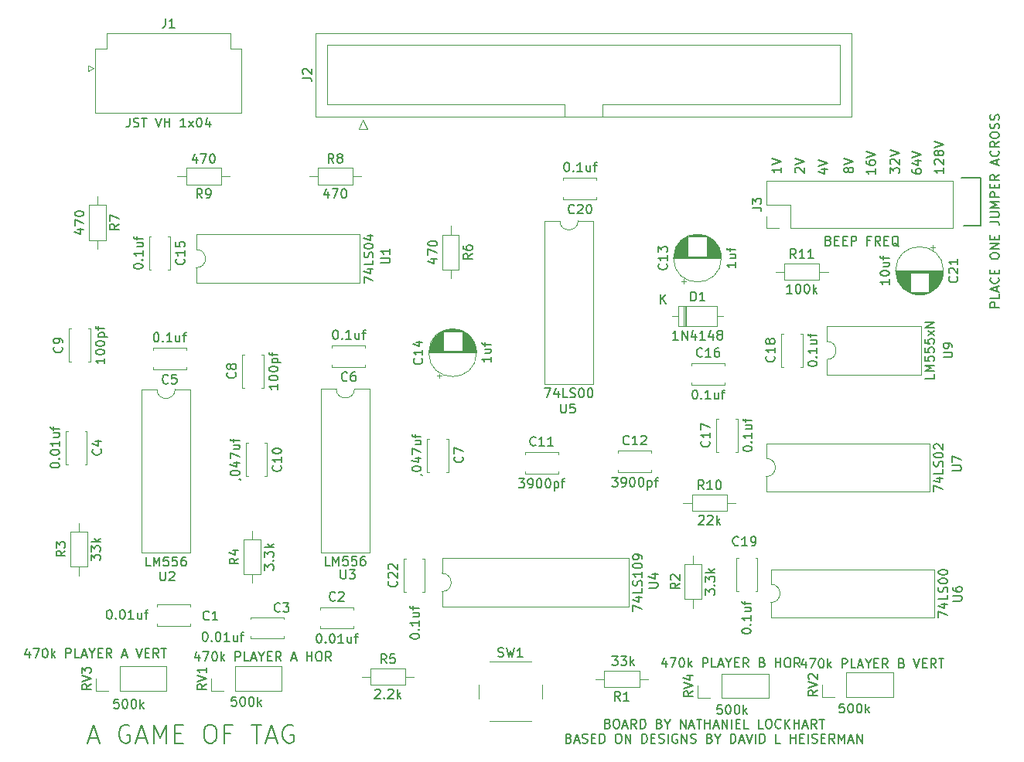
<source format=gbr>
%TF.GenerationSoftware,KiCad,Pcbnew,(6.0.5)*%
%TF.CreationDate,2025-02-02T15:21:23-05:00*%
%TF.ProjectId,tag_Heiserman,7461675f-4865-4697-9365-726d616e2e6b,rev?*%
%TF.SameCoordinates,Original*%
%TF.FileFunction,Legend,Top*%
%TF.FilePolarity,Positive*%
%FSLAX46Y46*%
G04 Gerber Fmt 4.6, Leading zero omitted, Abs format (unit mm)*
G04 Created by KiCad (PCBNEW (6.0.5)) date 2025-02-02 15:21:23*
%MOMM*%
%LPD*%
G01*
G04 APERTURE LIST*
%ADD10C,0.150000*%
%ADD11C,0.120000*%
G04 APERTURE END LIST*
D10*
X183997600Y-97282000D02*
X182067200Y-97282000D01*
X183997600Y-92075000D02*
X183997600Y-97282000D01*
X181889400Y-92075000D02*
X183997600Y-92075000D01*
X185999380Y-106256409D02*
X184999380Y-106256409D01*
X184999380Y-105875457D01*
X185047000Y-105780219D01*
X185094619Y-105732600D01*
X185189857Y-105684980D01*
X185332714Y-105684980D01*
X185427952Y-105732600D01*
X185475571Y-105780219D01*
X185523190Y-105875457D01*
X185523190Y-106256409D01*
X185999380Y-104780219D02*
X185999380Y-105256409D01*
X184999380Y-105256409D01*
X185713666Y-104494504D02*
X185713666Y-104018314D01*
X185999380Y-104589742D02*
X184999380Y-104256409D01*
X185999380Y-103923076D01*
X185904142Y-103018314D02*
X185951761Y-103065933D01*
X185999380Y-103208790D01*
X185999380Y-103304028D01*
X185951761Y-103446885D01*
X185856523Y-103542123D01*
X185761285Y-103589742D01*
X185570809Y-103637361D01*
X185427952Y-103637361D01*
X185237476Y-103589742D01*
X185142238Y-103542123D01*
X185047000Y-103446885D01*
X184999380Y-103304028D01*
X184999380Y-103208790D01*
X185047000Y-103065933D01*
X185094619Y-103018314D01*
X185475571Y-102589742D02*
X185475571Y-102256409D01*
X185999380Y-102113552D02*
X185999380Y-102589742D01*
X184999380Y-102589742D01*
X184999380Y-102113552D01*
X184999380Y-100732600D02*
X184999380Y-100542123D01*
X185047000Y-100446885D01*
X185142238Y-100351647D01*
X185332714Y-100304028D01*
X185666047Y-100304028D01*
X185856523Y-100351647D01*
X185951761Y-100446885D01*
X185999380Y-100542123D01*
X185999380Y-100732600D01*
X185951761Y-100827838D01*
X185856523Y-100923076D01*
X185666047Y-100970695D01*
X185332714Y-100970695D01*
X185142238Y-100923076D01*
X185047000Y-100827838D01*
X184999380Y-100732600D01*
X185999380Y-99875457D02*
X184999380Y-99875457D01*
X185999380Y-99304028D01*
X184999380Y-99304028D01*
X185475571Y-98827838D02*
X185475571Y-98494504D01*
X185999380Y-98351647D02*
X185999380Y-98827838D01*
X184999380Y-98827838D01*
X184999380Y-98351647D01*
X184999380Y-96875457D02*
X185713666Y-96875457D01*
X185856523Y-96923076D01*
X185951761Y-97018314D01*
X185999380Y-97161171D01*
X185999380Y-97256409D01*
X184999380Y-96399266D02*
X185808904Y-96399266D01*
X185904142Y-96351647D01*
X185951761Y-96304028D01*
X185999380Y-96208790D01*
X185999380Y-96018314D01*
X185951761Y-95923076D01*
X185904142Y-95875457D01*
X185808904Y-95827838D01*
X184999380Y-95827838D01*
X185999380Y-95351647D02*
X184999380Y-95351647D01*
X185713666Y-95018314D01*
X184999380Y-94684980D01*
X185999380Y-94684980D01*
X185999380Y-94208790D02*
X184999380Y-94208790D01*
X184999380Y-93827838D01*
X185047000Y-93732600D01*
X185094619Y-93684980D01*
X185189857Y-93637361D01*
X185332714Y-93637361D01*
X185427952Y-93684980D01*
X185475571Y-93732600D01*
X185523190Y-93827838D01*
X185523190Y-94208790D01*
X185475571Y-93208790D02*
X185475571Y-92875457D01*
X185999380Y-92732600D02*
X185999380Y-93208790D01*
X184999380Y-93208790D01*
X184999380Y-92732600D01*
X185999380Y-91732600D02*
X185523190Y-92065933D01*
X185999380Y-92304028D02*
X184999380Y-92304028D01*
X184999380Y-91923076D01*
X185047000Y-91827838D01*
X185094619Y-91780219D01*
X185189857Y-91732600D01*
X185332714Y-91732600D01*
X185427952Y-91780219D01*
X185475571Y-91827838D01*
X185523190Y-91923076D01*
X185523190Y-92304028D01*
X185713666Y-90589742D02*
X185713666Y-90113552D01*
X185999380Y-90684980D02*
X184999380Y-90351647D01*
X185999380Y-90018314D01*
X185904142Y-89113552D02*
X185951761Y-89161171D01*
X185999380Y-89304028D01*
X185999380Y-89399266D01*
X185951761Y-89542123D01*
X185856523Y-89637361D01*
X185761285Y-89684980D01*
X185570809Y-89732600D01*
X185427952Y-89732600D01*
X185237476Y-89684980D01*
X185142238Y-89637361D01*
X185047000Y-89542123D01*
X184999380Y-89399266D01*
X184999380Y-89304028D01*
X185047000Y-89161171D01*
X185094619Y-89113552D01*
X185999380Y-88113552D02*
X185523190Y-88446885D01*
X185999380Y-88684980D02*
X184999380Y-88684980D01*
X184999380Y-88304028D01*
X185047000Y-88208790D01*
X185094619Y-88161171D01*
X185189857Y-88113552D01*
X185332714Y-88113552D01*
X185427952Y-88161171D01*
X185475571Y-88208790D01*
X185523190Y-88304028D01*
X185523190Y-88684980D01*
X184999380Y-87494504D02*
X184999380Y-87304028D01*
X185047000Y-87208790D01*
X185142238Y-87113552D01*
X185332714Y-87065933D01*
X185666047Y-87065933D01*
X185856523Y-87113552D01*
X185951761Y-87208790D01*
X185999380Y-87304028D01*
X185999380Y-87494504D01*
X185951761Y-87589742D01*
X185856523Y-87684980D01*
X185666047Y-87732600D01*
X185332714Y-87732600D01*
X185142238Y-87684980D01*
X185047000Y-87589742D01*
X184999380Y-87494504D01*
X185951761Y-86684980D02*
X185999380Y-86542123D01*
X185999380Y-86304028D01*
X185951761Y-86208790D01*
X185904142Y-86161171D01*
X185808904Y-86113552D01*
X185713666Y-86113552D01*
X185618428Y-86161171D01*
X185570809Y-86208790D01*
X185523190Y-86304028D01*
X185475571Y-86494504D01*
X185427952Y-86589742D01*
X185380333Y-86637361D01*
X185285095Y-86684980D01*
X185189857Y-86684980D01*
X185094619Y-86637361D01*
X185047000Y-86589742D01*
X184999380Y-86494504D01*
X184999380Y-86256409D01*
X185047000Y-86113552D01*
X185951761Y-85732600D02*
X185999380Y-85589742D01*
X185999380Y-85351647D01*
X185951761Y-85256409D01*
X185904142Y-85208790D01*
X185808904Y-85161171D01*
X185713666Y-85161171D01*
X185618428Y-85208790D01*
X185570809Y-85256409D01*
X185523190Y-85351647D01*
X185475571Y-85542123D01*
X185427952Y-85637361D01*
X185380333Y-85684980D01*
X185285095Y-85732600D01*
X185189857Y-85732600D01*
X185094619Y-85684980D01*
X185047000Y-85637361D01*
X184999380Y-85542123D01*
X184999380Y-85304028D01*
X185047000Y-85161171D01*
X167322952Y-98963171D02*
X167465809Y-99010790D01*
X167513428Y-99058409D01*
X167561047Y-99153647D01*
X167561047Y-99296504D01*
X167513428Y-99391742D01*
X167465809Y-99439361D01*
X167370571Y-99486980D01*
X166989619Y-99486980D01*
X166989619Y-98486980D01*
X167322952Y-98486980D01*
X167418190Y-98534600D01*
X167465809Y-98582219D01*
X167513428Y-98677457D01*
X167513428Y-98772695D01*
X167465809Y-98867933D01*
X167418190Y-98915552D01*
X167322952Y-98963171D01*
X166989619Y-98963171D01*
X167989619Y-98963171D02*
X168322952Y-98963171D01*
X168465809Y-99486980D02*
X167989619Y-99486980D01*
X167989619Y-98486980D01*
X168465809Y-98486980D01*
X168894380Y-98963171D02*
X169227714Y-98963171D01*
X169370571Y-99486980D02*
X168894380Y-99486980D01*
X168894380Y-98486980D01*
X169370571Y-98486980D01*
X169799142Y-99486980D02*
X169799142Y-98486980D01*
X170180095Y-98486980D01*
X170275333Y-98534600D01*
X170322952Y-98582219D01*
X170370571Y-98677457D01*
X170370571Y-98820314D01*
X170322952Y-98915552D01*
X170275333Y-98963171D01*
X170180095Y-99010790D01*
X169799142Y-99010790D01*
X171894380Y-98963171D02*
X171561047Y-98963171D01*
X171561047Y-99486980D02*
X171561047Y-98486980D01*
X172037238Y-98486980D01*
X172989619Y-99486980D02*
X172656285Y-99010790D01*
X172418190Y-99486980D02*
X172418190Y-98486980D01*
X172799142Y-98486980D01*
X172894380Y-98534600D01*
X172942000Y-98582219D01*
X172989619Y-98677457D01*
X172989619Y-98820314D01*
X172942000Y-98915552D01*
X172894380Y-98963171D01*
X172799142Y-99010790D01*
X172418190Y-99010790D01*
X173418190Y-98963171D02*
X173751523Y-98963171D01*
X173894380Y-99486980D02*
X173418190Y-99486980D01*
X173418190Y-98486980D01*
X173894380Y-98486980D01*
X174989619Y-99582219D02*
X174894380Y-99534600D01*
X174799142Y-99439361D01*
X174656285Y-99296504D01*
X174561047Y-99248885D01*
X174465809Y-99248885D01*
X174513428Y-99486980D02*
X174418190Y-99439361D01*
X174322952Y-99344123D01*
X174275333Y-99153647D01*
X174275333Y-98820314D01*
X174322952Y-98629838D01*
X174418190Y-98534600D01*
X174513428Y-98486980D01*
X174703904Y-98486980D01*
X174799142Y-98534600D01*
X174894380Y-98629838D01*
X174942000Y-98820314D01*
X174942000Y-99153647D01*
X174894380Y-99344123D01*
X174799142Y-99439361D01*
X174703904Y-99486980D01*
X174513428Y-99486980D01*
X179903380Y-90985838D02*
X179903380Y-91557266D01*
X179903380Y-91271552D02*
X178903380Y-91271552D01*
X179046238Y-91366790D01*
X179141476Y-91462028D01*
X179189095Y-91557266D01*
X178998619Y-90604885D02*
X178951000Y-90557266D01*
X178903380Y-90462028D01*
X178903380Y-90223933D01*
X178951000Y-90128695D01*
X178998619Y-90081076D01*
X179093857Y-90033457D01*
X179189095Y-90033457D01*
X179331952Y-90081076D01*
X179903380Y-90652504D01*
X179903380Y-90033457D01*
X179331952Y-89462028D02*
X179284333Y-89557266D01*
X179236714Y-89604885D01*
X179141476Y-89652504D01*
X179093857Y-89652504D01*
X178998619Y-89604885D01*
X178951000Y-89557266D01*
X178903380Y-89462028D01*
X178903380Y-89271552D01*
X178951000Y-89176314D01*
X178998619Y-89128695D01*
X179093857Y-89081076D01*
X179141476Y-89081076D01*
X179236714Y-89128695D01*
X179284333Y-89176314D01*
X179331952Y-89271552D01*
X179331952Y-89462028D01*
X179379571Y-89557266D01*
X179427190Y-89604885D01*
X179522428Y-89652504D01*
X179712904Y-89652504D01*
X179808142Y-89604885D01*
X179855761Y-89557266D01*
X179903380Y-89462028D01*
X179903380Y-89271552D01*
X179855761Y-89176314D01*
X179808142Y-89128695D01*
X179712904Y-89081076D01*
X179522428Y-89081076D01*
X179427190Y-89128695D01*
X179379571Y-89176314D01*
X179331952Y-89271552D01*
X178903380Y-88795361D02*
X179903380Y-88462028D01*
X178903380Y-88128695D01*
X176439580Y-91163685D02*
X176439580Y-91354161D01*
X176487200Y-91449400D01*
X176534819Y-91497019D01*
X176677676Y-91592257D01*
X176868152Y-91639876D01*
X177249104Y-91639876D01*
X177344342Y-91592257D01*
X177391961Y-91544638D01*
X177439580Y-91449400D01*
X177439580Y-91258923D01*
X177391961Y-91163685D01*
X177344342Y-91116066D01*
X177249104Y-91068447D01*
X177011009Y-91068447D01*
X176915771Y-91116066D01*
X176868152Y-91163685D01*
X176820533Y-91258923D01*
X176820533Y-91449400D01*
X176868152Y-91544638D01*
X176915771Y-91592257D01*
X177011009Y-91639876D01*
X176772914Y-90211304D02*
X177439580Y-90211304D01*
X176391961Y-90449400D02*
X177106247Y-90687495D01*
X177106247Y-90068447D01*
X176439580Y-89830352D02*
X177439580Y-89497019D01*
X176439580Y-89163685D01*
X174051980Y-91585895D02*
X174051980Y-90966847D01*
X174432933Y-91300180D01*
X174432933Y-91157323D01*
X174480552Y-91062085D01*
X174528171Y-91014466D01*
X174623409Y-90966847D01*
X174861504Y-90966847D01*
X174956742Y-91014466D01*
X175004361Y-91062085D01*
X175051980Y-91157323D01*
X175051980Y-91443038D01*
X175004361Y-91538276D01*
X174956742Y-91585895D01*
X174147219Y-90585895D02*
X174099600Y-90538276D01*
X174051980Y-90443038D01*
X174051980Y-90204942D01*
X174099600Y-90109704D01*
X174147219Y-90062085D01*
X174242457Y-90014466D01*
X174337695Y-90014466D01*
X174480552Y-90062085D01*
X175051980Y-90633514D01*
X175051980Y-90014466D01*
X174051980Y-89728752D02*
X175051980Y-89395419D01*
X174051980Y-89062085D01*
X172410380Y-91068447D02*
X172410380Y-91639876D01*
X172410380Y-91354161D02*
X171410380Y-91354161D01*
X171553238Y-91449400D01*
X171648476Y-91544638D01*
X171696095Y-91639876D01*
X171410380Y-90211304D02*
X171410380Y-90401780D01*
X171458000Y-90497019D01*
X171505619Y-90544638D01*
X171648476Y-90639876D01*
X171838952Y-90687495D01*
X172219904Y-90687495D01*
X172315142Y-90639876D01*
X172362761Y-90592257D01*
X172410380Y-90497019D01*
X172410380Y-90306542D01*
X172362761Y-90211304D01*
X172315142Y-90163685D01*
X172219904Y-90116066D01*
X171981809Y-90116066D01*
X171886571Y-90163685D01*
X171838952Y-90211304D01*
X171791333Y-90306542D01*
X171791333Y-90497019D01*
X171838952Y-90592257D01*
X171886571Y-90639876D01*
X171981809Y-90687495D01*
X171410380Y-89830352D02*
X172410380Y-89497019D01*
X171410380Y-89163685D01*
X169451352Y-91328809D02*
X169403733Y-91424047D01*
X169356114Y-91471666D01*
X169260876Y-91519285D01*
X169213257Y-91519285D01*
X169118019Y-91471666D01*
X169070400Y-91424047D01*
X169022780Y-91328809D01*
X169022780Y-91138333D01*
X169070400Y-91043095D01*
X169118019Y-90995476D01*
X169213257Y-90947857D01*
X169260876Y-90947857D01*
X169356114Y-90995476D01*
X169403733Y-91043095D01*
X169451352Y-91138333D01*
X169451352Y-91328809D01*
X169498971Y-91424047D01*
X169546590Y-91471666D01*
X169641828Y-91519285D01*
X169832304Y-91519285D01*
X169927542Y-91471666D01*
X169975161Y-91424047D01*
X170022780Y-91328809D01*
X170022780Y-91138333D01*
X169975161Y-91043095D01*
X169927542Y-90995476D01*
X169832304Y-90947857D01*
X169641828Y-90947857D01*
X169546590Y-90995476D01*
X169498971Y-91043095D01*
X169451352Y-91138333D01*
X169022780Y-90662142D02*
X170022780Y-90328809D01*
X169022780Y-89995476D01*
X166536714Y-91144695D02*
X167203380Y-91144695D01*
X166155761Y-91382790D02*
X166870047Y-91620885D01*
X166870047Y-91001838D01*
X166203380Y-90763742D02*
X167203380Y-90430409D01*
X166203380Y-90097076D01*
X163733219Y-91519285D02*
X163685600Y-91471666D01*
X163637980Y-91376428D01*
X163637980Y-91138333D01*
X163685600Y-91043095D01*
X163733219Y-90995476D01*
X163828457Y-90947857D01*
X163923695Y-90947857D01*
X164066552Y-90995476D01*
X164637980Y-91566904D01*
X164637980Y-90947857D01*
X163637980Y-90662142D02*
X164637980Y-90328809D01*
X163637980Y-89995476D01*
X162097980Y-90947857D02*
X162097980Y-91519285D01*
X162097980Y-91233571D02*
X161097980Y-91233571D01*
X161240838Y-91328809D01*
X161336076Y-91424047D01*
X161383695Y-91519285D01*
X161097980Y-90662142D02*
X162097980Y-90328809D01*
X161097980Y-89995476D01*
X89584352Y-149210780D02*
X89108161Y-149210780D01*
X89060542Y-149686971D01*
X89108161Y-149639352D01*
X89203400Y-149591733D01*
X89441495Y-149591733D01*
X89536733Y-149639352D01*
X89584352Y-149686971D01*
X89631971Y-149782209D01*
X89631971Y-150020304D01*
X89584352Y-150115542D01*
X89536733Y-150163161D01*
X89441495Y-150210780D01*
X89203400Y-150210780D01*
X89108161Y-150163161D01*
X89060542Y-150115542D01*
X90251019Y-149210780D02*
X90346257Y-149210780D01*
X90441495Y-149258400D01*
X90489114Y-149306019D01*
X90536733Y-149401257D01*
X90584352Y-149591733D01*
X90584352Y-149829828D01*
X90536733Y-150020304D01*
X90489114Y-150115542D01*
X90441495Y-150163161D01*
X90346257Y-150210780D01*
X90251019Y-150210780D01*
X90155780Y-150163161D01*
X90108161Y-150115542D01*
X90060542Y-150020304D01*
X90012923Y-149829828D01*
X90012923Y-149591733D01*
X90060542Y-149401257D01*
X90108161Y-149306019D01*
X90155780Y-149258400D01*
X90251019Y-149210780D01*
X91203400Y-149210780D02*
X91298638Y-149210780D01*
X91393876Y-149258400D01*
X91441495Y-149306019D01*
X91489114Y-149401257D01*
X91536733Y-149591733D01*
X91536733Y-149829828D01*
X91489114Y-150020304D01*
X91441495Y-150115542D01*
X91393876Y-150163161D01*
X91298638Y-150210780D01*
X91203400Y-150210780D01*
X91108161Y-150163161D01*
X91060542Y-150115542D01*
X91012923Y-150020304D01*
X90965304Y-149829828D01*
X90965304Y-149591733D01*
X91012923Y-149401257D01*
X91060542Y-149306019D01*
X91108161Y-149258400D01*
X91203400Y-149210780D01*
X91965304Y-150210780D02*
X91965304Y-149210780D01*
X92060542Y-149829828D02*
X92346257Y-150210780D01*
X92346257Y-149544114D02*
X91965304Y-149925066D01*
X102462152Y-148956780D02*
X101985961Y-148956780D01*
X101938342Y-149432971D01*
X101985961Y-149385352D01*
X102081200Y-149337733D01*
X102319295Y-149337733D01*
X102414533Y-149385352D01*
X102462152Y-149432971D01*
X102509771Y-149528209D01*
X102509771Y-149766304D01*
X102462152Y-149861542D01*
X102414533Y-149909161D01*
X102319295Y-149956780D01*
X102081200Y-149956780D01*
X101985961Y-149909161D01*
X101938342Y-149861542D01*
X103128819Y-148956780D02*
X103224057Y-148956780D01*
X103319295Y-149004400D01*
X103366914Y-149052019D01*
X103414533Y-149147257D01*
X103462152Y-149337733D01*
X103462152Y-149575828D01*
X103414533Y-149766304D01*
X103366914Y-149861542D01*
X103319295Y-149909161D01*
X103224057Y-149956780D01*
X103128819Y-149956780D01*
X103033580Y-149909161D01*
X102985961Y-149861542D01*
X102938342Y-149766304D01*
X102890723Y-149575828D01*
X102890723Y-149337733D01*
X102938342Y-149147257D01*
X102985961Y-149052019D01*
X103033580Y-149004400D01*
X103128819Y-148956780D01*
X104081200Y-148956780D02*
X104176438Y-148956780D01*
X104271676Y-149004400D01*
X104319295Y-149052019D01*
X104366914Y-149147257D01*
X104414533Y-149337733D01*
X104414533Y-149575828D01*
X104366914Y-149766304D01*
X104319295Y-149861542D01*
X104271676Y-149909161D01*
X104176438Y-149956780D01*
X104081200Y-149956780D01*
X103985961Y-149909161D01*
X103938342Y-149861542D01*
X103890723Y-149766304D01*
X103843104Y-149575828D01*
X103843104Y-149337733D01*
X103890723Y-149147257D01*
X103938342Y-149052019D01*
X103985961Y-149004400D01*
X104081200Y-148956780D01*
X104843104Y-149956780D02*
X104843104Y-148956780D01*
X104938342Y-149575828D02*
X105224057Y-149956780D01*
X105224057Y-149290114D02*
X104843104Y-149671066D01*
X169010152Y-149693380D02*
X168533961Y-149693380D01*
X168486342Y-150169571D01*
X168533961Y-150121952D01*
X168629200Y-150074333D01*
X168867295Y-150074333D01*
X168962533Y-150121952D01*
X169010152Y-150169571D01*
X169057771Y-150264809D01*
X169057771Y-150502904D01*
X169010152Y-150598142D01*
X168962533Y-150645761D01*
X168867295Y-150693380D01*
X168629200Y-150693380D01*
X168533961Y-150645761D01*
X168486342Y-150598142D01*
X169676819Y-149693380D02*
X169772057Y-149693380D01*
X169867295Y-149741000D01*
X169914914Y-149788619D01*
X169962533Y-149883857D01*
X170010152Y-150074333D01*
X170010152Y-150312428D01*
X169962533Y-150502904D01*
X169914914Y-150598142D01*
X169867295Y-150645761D01*
X169772057Y-150693380D01*
X169676819Y-150693380D01*
X169581580Y-150645761D01*
X169533961Y-150598142D01*
X169486342Y-150502904D01*
X169438723Y-150312428D01*
X169438723Y-150074333D01*
X169486342Y-149883857D01*
X169533961Y-149788619D01*
X169581580Y-149741000D01*
X169676819Y-149693380D01*
X170629200Y-149693380D02*
X170724438Y-149693380D01*
X170819676Y-149741000D01*
X170867295Y-149788619D01*
X170914914Y-149883857D01*
X170962533Y-150074333D01*
X170962533Y-150312428D01*
X170914914Y-150502904D01*
X170867295Y-150598142D01*
X170819676Y-150645761D01*
X170724438Y-150693380D01*
X170629200Y-150693380D01*
X170533961Y-150645761D01*
X170486342Y-150598142D01*
X170438723Y-150502904D01*
X170391104Y-150312428D01*
X170391104Y-150074333D01*
X170438723Y-149883857D01*
X170486342Y-149788619D01*
X170533961Y-149741000D01*
X170629200Y-149693380D01*
X171391104Y-150693380D02*
X171391104Y-149693380D01*
X171486342Y-150312428D02*
X171772057Y-150693380D01*
X171772057Y-150026714D02*
X171391104Y-150407666D01*
X155624352Y-149820380D02*
X155148161Y-149820380D01*
X155100542Y-150296571D01*
X155148161Y-150248952D01*
X155243400Y-150201333D01*
X155481495Y-150201333D01*
X155576733Y-150248952D01*
X155624352Y-150296571D01*
X155671971Y-150391809D01*
X155671971Y-150629904D01*
X155624352Y-150725142D01*
X155576733Y-150772761D01*
X155481495Y-150820380D01*
X155243400Y-150820380D01*
X155148161Y-150772761D01*
X155100542Y-150725142D01*
X156291019Y-149820380D02*
X156386257Y-149820380D01*
X156481495Y-149868000D01*
X156529114Y-149915619D01*
X156576733Y-150010857D01*
X156624352Y-150201333D01*
X156624352Y-150439428D01*
X156576733Y-150629904D01*
X156529114Y-150725142D01*
X156481495Y-150772761D01*
X156386257Y-150820380D01*
X156291019Y-150820380D01*
X156195780Y-150772761D01*
X156148161Y-150725142D01*
X156100542Y-150629904D01*
X156052923Y-150439428D01*
X156052923Y-150201333D01*
X156100542Y-150010857D01*
X156148161Y-149915619D01*
X156195780Y-149868000D01*
X156291019Y-149820380D01*
X157243400Y-149820380D02*
X157338638Y-149820380D01*
X157433876Y-149868000D01*
X157481495Y-149915619D01*
X157529114Y-150010857D01*
X157576733Y-150201333D01*
X157576733Y-150439428D01*
X157529114Y-150629904D01*
X157481495Y-150725142D01*
X157433876Y-150772761D01*
X157338638Y-150820380D01*
X157243400Y-150820380D01*
X157148161Y-150772761D01*
X157100542Y-150725142D01*
X157052923Y-150629904D01*
X157005304Y-150439428D01*
X157005304Y-150201333D01*
X157052923Y-150010857D01*
X157100542Y-149915619D01*
X157148161Y-149868000D01*
X157243400Y-149820380D01*
X158005304Y-150820380D02*
X158005304Y-149820380D01*
X158100542Y-150439428D02*
X158386257Y-150820380D01*
X158386257Y-150153714D02*
X158005304Y-150534666D01*
X143143152Y-151879171D02*
X143286009Y-151926790D01*
X143333628Y-151974409D01*
X143381247Y-152069647D01*
X143381247Y-152212504D01*
X143333628Y-152307742D01*
X143286009Y-152355361D01*
X143190771Y-152402980D01*
X142809819Y-152402980D01*
X142809819Y-151402980D01*
X143143152Y-151402980D01*
X143238390Y-151450600D01*
X143286009Y-151498219D01*
X143333628Y-151593457D01*
X143333628Y-151688695D01*
X143286009Y-151783933D01*
X143238390Y-151831552D01*
X143143152Y-151879171D01*
X142809819Y-151879171D01*
X144000295Y-151402980D02*
X144190771Y-151402980D01*
X144286009Y-151450600D01*
X144381247Y-151545838D01*
X144428866Y-151736314D01*
X144428866Y-152069647D01*
X144381247Y-152260123D01*
X144286009Y-152355361D01*
X144190771Y-152402980D01*
X144000295Y-152402980D01*
X143905057Y-152355361D01*
X143809819Y-152260123D01*
X143762200Y-152069647D01*
X143762200Y-151736314D01*
X143809819Y-151545838D01*
X143905057Y-151450600D01*
X144000295Y-151402980D01*
X144809819Y-152117266D02*
X145286009Y-152117266D01*
X144714580Y-152402980D02*
X145047914Y-151402980D01*
X145381247Y-152402980D01*
X146286009Y-152402980D02*
X145952676Y-151926790D01*
X145714580Y-152402980D02*
X145714580Y-151402980D01*
X146095533Y-151402980D01*
X146190771Y-151450600D01*
X146238390Y-151498219D01*
X146286009Y-151593457D01*
X146286009Y-151736314D01*
X146238390Y-151831552D01*
X146190771Y-151879171D01*
X146095533Y-151926790D01*
X145714580Y-151926790D01*
X146714580Y-152402980D02*
X146714580Y-151402980D01*
X146952676Y-151402980D01*
X147095533Y-151450600D01*
X147190771Y-151545838D01*
X147238390Y-151641076D01*
X147286009Y-151831552D01*
X147286009Y-151974409D01*
X147238390Y-152164885D01*
X147190771Y-152260123D01*
X147095533Y-152355361D01*
X146952676Y-152402980D01*
X146714580Y-152402980D01*
X148809819Y-151879171D02*
X148952676Y-151926790D01*
X149000295Y-151974409D01*
X149047914Y-152069647D01*
X149047914Y-152212504D01*
X149000295Y-152307742D01*
X148952676Y-152355361D01*
X148857438Y-152402980D01*
X148476485Y-152402980D01*
X148476485Y-151402980D01*
X148809819Y-151402980D01*
X148905057Y-151450600D01*
X148952676Y-151498219D01*
X149000295Y-151593457D01*
X149000295Y-151688695D01*
X148952676Y-151783933D01*
X148905057Y-151831552D01*
X148809819Y-151879171D01*
X148476485Y-151879171D01*
X149666961Y-151926790D02*
X149666961Y-152402980D01*
X149333628Y-151402980D02*
X149666961Y-151926790D01*
X150000295Y-151402980D01*
X151095533Y-152402980D02*
X151095533Y-151402980D01*
X151666961Y-152402980D01*
X151666961Y-151402980D01*
X152095533Y-152117266D02*
X152571723Y-152117266D01*
X152000295Y-152402980D02*
X152333628Y-151402980D01*
X152666961Y-152402980D01*
X152857438Y-151402980D02*
X153428866Y-151402980D01*
X153143152Y-152402980D02*
X153143152Y-151402980D01*
X153762200Y-152402980D02*
X153762200Y-151402980D01*
X153762200Y-151879171D02*
X154333628Y-151879171D01*
X154333628Y-152402980D02*
X154333628Y-151402980D01*
X154762200Y-152117266D02*
X155238390Y-152117266D01*
X154666961Y-152402980D02*
X155000295Y-151402980D01*
X155333628Y-152402980D01*
X155666961Y-152402980D02*
X155666961Y-151402980D01*
X156238390Y-152402980D01*
X156238390Y-151402980D01*
X156714580Y-152402980D02*
X156714580Y-151402980D01*
X157190771Y-151879171D02*
X157524104Y-151879171D01*
X157666961Y-152402980D02*
X157190771Y-152402980D01*
X157190771Y-151402980D01*
X157666961Y-151402980D01*
X158571723Y-152402980D02*
X158095533Y-152402980D01*
X158095533Y-151402980D01*
X160143152Y-152402980D02*
X159666961Y-152402980D01*
X159666961Y-151402980D01*
X160666961Y-151402980D02*
X160857438Y-151402980D01*
X160952676Y-151450600D01*
X161047914Y-151545838D01*
X161095533Y-151736314D01*
X161095533Y-152069647D01*
X161047914Y-152260123D01*
X160952676Y-152355361D01*
X160857438Y-152402980D01*
X160666961Y-152402980D01*
X160571723Y-152355361D01*
X160476485Y-152260123D01*
X160428866Y-152069647D01*
X160428866Y-151736314D01*
X160476485Y-151545838D01*
X160571723Y-151450600D01*
X160666961Y-151402980D01*
X162095533Y-152307742D02*
X162047914Y-152355361D01*
X161905057Y-152402980D01*
X161809819Y-152402980D01*
X161666961Y-152355361D01*
X161571723Y-152260123D01*
X161524104Y-152164885D01*
X161476485Y-151974409D01*
X161476485Y-151831552D01*
X161524104Y-151641076D01*
X161571723Y-151545838D01*
X161666961Y-151450600D01*
X161809819Y-151402980D01*
X161905057Y-151402980D01*
X162047914Y-151450600D01*
X162095533Y-151498219D01*
X162524104Y-152402980D02*
X162524104Y-151402980D01*
X163095533Y-152402980D02*
X162666961Y-151831552D01*
X163095533Y-151402980D02*
X162524104Y-151974409D01*
X163524104Y-152402980D02*
X163524104Y-151402980D01*
X163524104Y-151879171D02*
X164095533Y-151879171D01*
X164095533Y-152402980D02*
X164095533Y-151402980D01*
X164524104Y-152117266D02*
X165000295Y-152117266D01*
X164428866Y-152402980D02*
X164762200Y-151402980D01*
X165095533Y-152402980D01*
X166000295Y-152402980D02*
X165666961Y-151926790D01*
X165428866Y-152402980D02*
X165428866Y-151402980D01*
X165809819Y-151402980D01*
X165905057Y-151450600D01*
X165952676Y-151498219D01*
X166000295Y-151593457D01*
X166000295Y-151736314D01*
X165952676Y-151831552D01*
X165905057Y-151879171D01*
X165809819Y-151926790D01*
X165428866Y-151926790D01*
X166286009Y-151402980D02*
X166857438Y-151402980D01*
X166571723Y-152402980D02*
X166571723Y-151402980D01*
X138881247Y-153489171D02*
X139024104Y-153536790D01*
X139071723Y-153584409D01*
X139119342Y-153679647D01*
X139119342Y-153822504D01*
X139071723Y-153917742D01*
X139024104Y-153965361D01*
X138928866Y-154012980D01*
X138547914Y-154012980D01*
X138547914Y-153012980D01*
X138881247Y-153012980D01*
X138976485Y-153060600D01*
X139024104Y-153108219D01*
X139071723Y-153203457D01*
X139071723Y-153298695D01*
X139024104Y-153393933D01*
X138976485Y-153441552D01*
X138881247Y-153489171D01*
X138547914Y-153489171D01*
X139500295Y-153727266D02*
X139976485Y-153727266D01*
X139405057Y-154012980D02*
X139738390Y-153012980D01*
X140071723Y-154012980D01*
X140357438Y-153965361D02*
X140500295Y-154012980D01*
X140738390Y-154012980D01*
X140833628Y-153965361D01*
X140881247Y-153917742D01*
X140928866Y-153822504D01*
X140928866Y-153727266D01*
X140881247Y-153632028D01*
X140833628Y-153584409D01*
X140738390Y-153536790D01*
X140547914Y-153489171D01*
X140452676Y-153441552D01*
X140405057Y-153393933D01*
X140357438Y-153298695D01*
X140357438Y-153203457D01*
X140405057Y-153108219D01*
X140452676Y-153060600D01*
X140547914Y-153012980D01*
X140786009Y-153012980D01*
X140928866Y-153060600D01*
X141357438Y-153489171D02*
X141690771Y-153489171D01*
X141833628Y-154012980D02*
X141357438Y-154012980D01*
X141357438Y-153012980D01*
X141833628Y-153012980D01*
X142262200Y-154012980D02*
X142262200Y-153012980D01*
X142500295Y-153012980D01*
X142643152Y-153060600D01*
X142738390Y-153155838D01*
X142786009Y-153251076D01*
X142833628Y-153441552D01*
X142833628Y-153584409D01*
X142786009Y-153774885D01*
X142738390Y-153870123D01*
X142643152Y-153965361D01*
X142500295Y-154012980D01*
X142262200Y-154012980D01*
X144214580Y-153012980D02*
X144405057Y-153012980D01*
X144500295Y-153060600D01*
X144595533Y-153155838D01*
X144643152Y-153346314D01*
X144643152Y-153679647D01*
X144595533Y-153870123D01*
X144500295Y-153965361D01*
X144405057Y-154012980D01*
X144214580Y-154012980D01*
X144119342Y-153965361D01*
X144024104Y-153870123D01*
X143976485Y-153679647D01*
X143976485Y-153346314D01*
X144024104Y-153155838D01*
X144119342Y-153060600D01*
X144214580Y-153012980D01*
X145071723Y-154012980D02*
X145071723Y-153012980D01*
X145643152Y-154012980D01*
X145643152Y-153012980D01*
X146881247Y-154012980D02*
X146881247Y-153012980D01*
X147119342Y-153012980D01*
X147262200Y-153060600D01*
X147357438Y-153155838D01*
X147405057Y-153251076D01*
X147452676Y-153441552D01*
X147452676Y-153584409D01*
X147405057Y-153774885D01*
X147357438Y-153870123D01*
X147262200Y-153965361D01*
X147119342Y-154012980D01*
X146881247Y-154012980D01*
X147881247Y-153489171D02*
X148214580Y-153489171D01*
X148357438Y-154012980D02*
X147881247Y-154012980D01*
X147881247Y-153012980D01*
X148357438Y-153012980D01*
X148738390Y-153965361D02*
X148881247Y-154012980D01*
X149119342Y-154012980D01*
X149214580Y-153965361D01*
X149262200Y-153917742D01*
X149309819Y-153822504D01*
X149309819Y-153727266D01*
X149262200Y-153632028D01*
X149214580Y-153584409D01*
X149119342Y-153536790D01*
X148928866Y-153489171D01*
X148833628Y-153441552D01*
X148786009Y-153393933D01*
X148738390Y-153298695D01*
X148738390Y-153203457D01*
X148786009Y-153108219D01*
X148833628Y-153060600D01*
X148928866Y-153012980D01*
X149166961Y-153012980D01*
X149309819Y-153060600D01*
X149738390Y-154012980D02*
X149738390Y-153012980D01*
X150738390Y-153060600D02*
X150643152Y-153012980D01*
X150500295Y-153012980D01*
X150357438Y-153060600D01*
X150262200Y-153155838D01*
X150214580Y-153251076D01*
X150166961Y-153441552D01*
X150166961Y-153584409D01*
X150214580Y-153774885D01*
X150262200Y-153870123D01*
X150357438Y-153965361D01*
X150500295Y-154012980D01*
X150595533Y-154012980D01*
X150738390Y-153965361D01*
X150786009Y-153917742D01*
X150786009Y-153584409D01*
X150595533Y-153584409D01*
X151214580Y-154012980D02*
X151214580Y-153012980D01*
X151786009Y-154012980D01*
X151786009Y-153012980D01*
X152214580Y-153965361D02*
X152357438Y-154012980D01*
X152595533Y-154012980D01*
X152690771Y-153965361D01*
X152738390Y-153917742D01*
X152786009Y-153822504D01*
X152786009Y-153727266D01*
X152738390Y-153632028D01*
X152690771Y-153584409D01*
X152595533Y-153536790D01*
X152405057Y-153489171D01*
X152309819Y-153441552D01*
X152262200Y-153393933D01*
X152214580Y-153298695D01*
X152214580Y-153203457D01*
X152262200Y-153108219D01*
X152309819Y-153060600D01*
X152405057Y-153012980D01*
X152643152Y-153012980D01*
X152786009Y-153060600D01*
X154309819Y-153489171D02*
X154452676Y-153536790D01*
X154500295Y-153584409D01*
X154547914Y-153679647D01*
X154547914Y-153822504D01*
X154500295Y-153917742D01*
X154452676Y-153965361D01*
X154357438Y-154012980D01*
X153976485Y-154012980D01*
X153976485Y-153012980D01*
X154309819Y-153012980D01*
X154405057Y-153060600D01*
X154452676Y-153108219D01*
X154500295Y-153203457D01*
X154500295Y-153298695D01*
X154452676Y-153393933D01*
X154405057Y-153441552D01*
X154309819Y-153489171D01*
X153976485Y-153489171D01*
X155166961Y-153536790D02*
X155166961Y-154012980D01*
X154833628Y-153012980D02*
X155166961Y-153536790D01*
X155500295Y-153012980D01*
X156595533Y-154012980D02*
X156595533Y-153012980D01*
X156833628Y-153012980D01*
X156976485Y-153060600D01*
X157071723Y-153155838D01*
X157119342Y-153251076D01*
X157166961Y-153441552D01*
X157166961Y-153584409D01*
X157119342Y-153774885D01*
X157071723Y-153870123D01*
X156976485Y-153965361D01*
X156833628Y-154012980D01*
X156595533Y-154012980D01*
X157547914Y-153727266D02*
X158024104Y-153727266D01*
X157452676Y-154012980D02*
X157786009Y-153012980D01*
X158119342Y-154012980D01*
X158309819Y-153012980D02*
X158643152Y-154012980D01*
X158976485Y-153012980D01*
X159309819Y-154012980D02*
X159309819Y-153012980D01*
X159786009Y-154012980D02*
X159786009Y-153012980D01*
X160024104Y-153012980D01*
X160166961Y-153060600D01*
X160262200Y-153155838D01*
X160309819Y-153251076D01*
X160357438Y-153441552D01*
X160357438Y-153584409D01*
X160309819Y-153774885D01*
X160262200Y-153870123D01*
X160166961Y-153965361D01*
X160024104Y-154012980D01*
X159786009Y-154012980D01*
X162024104Y-154012980D02*
X161547914Y-154012980D01*
X161547914Y-153012980D01*
X163119342Y-154012980D02*
X163119342Y-153012980D01*
X163119342Y-153489171D02*
X163690771Y-153489171D01*
X163690771Y-154012980D02*
X163690771Y-153012980D01*
X164166961Y-153489171D02*
X164500295Y-153489171D01*
X164643152Y-154012980D02*
X164166961Y-154012980D01*
X164166961Y-153012980D01*
X164643152Y-153012980D01*
X165071723Y-154012980D02*
X165071723Y-153012980D01*
X165500295Y-153965361D02*
X165643152Y-154012980D01*
X165881247Y-154012980D01*
X165976485Y-153965361D01*
X166024104Y-153917742D01*
X166071723Y-153822504D01*
X166071723Y-153727266D01*
X166024104Y-153632028D01*
X165976485Y-153584409D01*
X165881247Y-153536790D01*
X165690771Y-153489171D01*
X165595533Y-153441552D01*
X165547914Y-153393933D01*
X165500295Y-153298695D01*
X165500295Y-153203457D01*
X165547914Y-153108219D01*
X165595533Y-153060600D01*
X165690771Y-153012980D01*
X165928866Y-153012980D01*
X166071723Y-153060600D01*
X166500295Y-153489171D02*
X166833628Y-153489171D01*
X166976485Y-154012980D02*
X166500295Y-154012980D01*
X166500295Y-153012980D01*
X166976485Y-153012980D01*
X167976485Y-154012980D02*
X167643152Y-153536790D01*
X167405057Y-154012980D02*
X167405057Y-153012980D01*
X167786009Y-153012980D01*
X167881247Y-153060600D01*
X167928866Y-153108219D01*
X167976485Y-153203457D01*
X167976485Y-153346314D01*
X167928866Y-153441552D01*
X167881247Y-153489171D01*
X167786009Y-153536790D01*
X167405057Y-153536790D01*
X168405057Y-154012980D02*
X168405057Y-153012980D01*
X168738390Y-153727266D01*
X169071723Y-153012980D01*
X169071723Y-154012980D01*
X169500295Y-153727266D02*
X169976485Y-153727266D01*
X169405057Y-154012980D02*
X169738390Y-153012980D01*
X170071723Y-154012980D01*
X170405057Y-154012980D02*
X170405057Y-153012980D01*
X170976485Y-154012980D01*
X170976485Y-153012980D01*
X86396323Y-153444533D02*
X87348704Y-153444533D01*
X86205847Y-154015961D02*
X86872514Y-152015961D01*
X87539180Y-154015961D01*
X90777276Y-152111200D02*
X90586800Y-152015961D01*
X90301085Y-152015961D01*
X90015371Y-152111200D01*
X89824895Y-152301676D01*
X89729657Y-152492152D01*
X89634419Y-152873104D01*
X89634419Y-153158819D01*
X89729657Y-153539771D01*
X89824895Y-153730247D01*
X90015371Y-153920723D01*
X90301085Y-154015961D01*
X90491561Y-154015961D01*
X90777276Y-153920723D01*
X90872514Y-153825485D01*
X90872514Y-153158819D01*
X90491561Y-153158819D01*
X91634419Y-153444533D02*
X92586800Y-153444533D01*
X91443942Y-154015961D02*
X92110609Y-152015961D01*
X92777276Y-154015961D01*
X93443942Y-154015961D02*
X93443942Y-152015961D01*
X94110609Y-153444533D01*
X94777276Y-152015961D01*
X94777276Y-154015961D01*
X95729657Y-152968342D02*
X96396323Y-152968342D01*
X96682038Y-154015961D02*
X95729657Y-154015961D01*
X95729657Y-152015961D01*
X96682038Y-152015961D01*
X99443942Y-152015961D02*
X99824895Y-152015961D01*
X100015371Y-152111200D01*
X100205847Y-152301676D01*
X100301085Y-152682628D01*
X100301085Y-153349295D01*
X100205847Y-153730247D01*
X100015371Y-153920723D01*
X99824895Y-154015961D01*
X99443942Y-154015961D01*
X99253466Y-153920723D01*
X99062990Y-153730247D01*
X98967752Y-153349295D01*
X98967752Y-152682628D01*
X99062990Y-152301676D01*
X99253466Y-152111200D01*
X99443942Y-152015961D01*
X101824895Y-152968342D02*
X101158228Y-152968342D01*
X101158228Y-154015961D02*
X101158228Y-152015961D01*
X102110609Y-152015961D01*
X104110609Y-152015961D02*
X105253466Y-152015961D01*
X104682038Y-154015961D02*
X104682038Y-152015961D01*
X105824895Y-153444533D02*
X106777276Y-153444533D01*
X105634419Y-154015961D02*
X106301085Y-152015961D01*
X106967752Y-154015961D01*
X108682038Y-152111200D02*
X108491561Y-152015961D01*
X108205847Y-152015961D01*
X107920133Y-152111200D01*
X107729657Y-152301676D01*
X107634419Y-152492152D01*
X107539180Y-152873104D01*
X107539180Y-153158819D01*
X107634419Y-153539771D01*
X107729657Y-153730247D01*
X107920133Y-153920723D01*
X108205847Y-154015961D01*
X108396323Y-154015961D01*
X108682038Y-153920723D01*
X108777276Y-153825485D01*
X108777276Y-153158819D01*
X108396323Y-153158819D01*
%TO.C,U4*%
X147625580Y-136997504D02*
X148435104Y-136997504D01*
X148530342Y-136949885D01*
X148577961Y-136902266D01*
X148625580Y-136807028D01*
X148625580Y-136616552D01*
X148577961Y-136521314D01*
X148530342Y-136473695D01*
X148435104Y-136426076D01*
X147625580Y-136426076D01*
X147958914Y-135521314D02*
X148625580Y-135521314D01*
X147577961Y-135759409D02*
X148292247Y-135997504D01*
X148292247Y-135378457D01*
X145891580Y-139532447D02*
X145891580Y-138865780D01*
X146891580Y-139294352D01*
X146224914Y-138056257D02*
X146891580Y-138056257D01*
X145843961Y-138294352D02*
X146558247Y-138532447D01*
X146558247Y-137913400D01*
X146891580Y-137056257D02*
X146891580Y-137532447D01*
X145891580Y-137532447D01*
X146843961Y-136770542D02*
X146891580Y-136627685D01*
X146891580Y-136389590D01*
X146843961Y-136294352D01*
X146796342Y-136246733D01*
X146701104Y-136199114D01*
X146605866Y-136199114D01*
X146510628Y-136246733D01*
X146463009Y-136294352D01*
X146415390Y-136389590D01*
X146367771Y-136580066D01*
X146320152Y-136675304D01*
X146272533Y-136722923D01*
X146177295Y-136770542D01*
X146082057Y-136770542D01*
X145986819Y-136722923D01*
X145939200Y-136675304D01*
X145891580Y-136580066D01*
X145891580Y-136341971D01*
X145939200Y-136199114D01*
X146891580Y-135246733D02*
X146891580Y-135818161D01*
X146891580Y-135532447D02*
X145891580Y-135532447D01*
X146034438Y-135627685D01*
X146129676Y-135722923D01*
X146177295Y-135818161D01*
X145891580Y-134627685D02*
X145891580Y-134532447D01*
X145939200Y-134437209D01*
X145986819Y-134389590D01*
X146082057Y-134341971D01*
X146272533Y-134294352D01*
X146510628Y-134294352D01*
X146701104Y-134341971D01*
X146796342Y-134389590D01*
X146843961Y-134437209D01*
X146891580Y-134532447D01*
X146891580Y-134627685D01*
X146843961Y-134722923D01*
X146796342Y-134770542D01*
X146701104Y-134818161D01*
X146510628Y-134865780D01*
X146272533Y-134865780D01*
X146082057Y-134818161D01*
X145986819Y-134770542D01*
X145939200Y-134722923D01*
X145891580Y-134627685D01*
X146891580Y-133818161D02*
X146891580Y-133627685D01*
X146843961Y-133532447D01*
X146796342Y-133484828D01*
X146653485Y-133389590D01*
X146463009Y-133341971D01*
X146082057Y-133341971D01*
X145986819Y-133389590D01*
X145939200Y-133437209D01*
X145891580Y-133532447D01*
X145891580Y-133722923D01*
X145939200Y-133818161D01*
X145986819Y-133865780D01*
X146082057Y-133913400D01*
X146320152Y-133913400D01*
X146415390Y-133865780D01*
X146463009Y-133818161D01*
X146510628Y-133722923D01*
X146510628Y-133532447D01*
X146463009Y-133437209D01*
X146415390Y-133389590D01*
X146320152Y-133341971D01*
%TO.C,U9*%
X179868580Y-111749904D02*
X180678104Y-111749904D01*
X180773342Y-111702285D01*
X180820961Y-111654666D01*
X180868580Y-111559428D01*
X180868580Y-111368952D01*
X180820961Y-111273714D01*
X180773342Y-111226095D01*
X180678104Y-111178476D01*
X179868580Y-111178476D01*
X180868580Y-110654666D02*
X180868580Y-110464190D01*
X180820961Y-110368952D01*
X180773342Y-110321333D01*
X180630485Y-110226095D01*
X180440009Y-110178476D01*
X180059057Y-110178476D01*
X179963819Y-110226095D01*
X179916200Y-110273714D01*
X179868580Y-110368952D01*
X179868580Y-110559428D01*
X179916200Y-110654666D01*
X179963819Y-110702285D01*
X180059057Y-110749904D01*
X180297152Y-110749904D01*
X180392390Y-110702285D01*
X180440009Y-110654666D01*
X180487628Y-110559428D01*
X180487628Y-110368952D01*
X180440009Y-110273714D01*
X180392390Y-110226095D01*
X180297152Y-110178476D01*
X178865180Y-113607047D02*
X178865180Y-114083238D01*
X177865180Y-114083238D01*
X178865180Y-113273714D02*
X177865180Y-113273714D01*
X178579466Y-112940380D01*
X177865180Y-112607047D01*
X178865180Y-112607047D01*
X177865180Y-111654666D02*
X177865180Y-112130857D01*
X178341371Y-112178476D01*
X178293752Y-112130857D01*
X178246133Y-112035619D01*
X178246133Y-111797523D01*
X178293752Y-111702285D01*
X178341371Y-111654666D01*
X178436609Y-111607047D01*
X178674704Y-111607047D01*
X178769942Y-111654666D01*
X178817561Y-111702285D01*
X178865180Y-111797523D01*
X178865180Y-112035619D01*
X178817561Y-112130857D01*
X178769942Y-112178476D01*
X177865180Y-110702285D02*
X177865180Y-111178476D01*
X178341371Y-111226095D01*
X178293752Y-111178476D01*
X178246133Y-111083238D01*
X178246133Y-110845142D01*
X178293752Y-110749904D01*
X178341371Y-110702285D01*
X178436609Y-110654666D01*
X178674704Y-110654666D01*
X178769942Y-110702285D01*
X178817561Y-110749904D01*
X178865180Y-110845142D01*
X178865180Y-111083238D01*
X178817561Y-111178476D01*
X178769942Y-111226095D01*
X177865180Y-109749904D02*
X177865180Y-110226095D01*
X178341371Y-110273714D01*
X178293752Y-110226095D01*
X178246133Y-110130857D01*
X178246133Y-109892761D01*
X178293752Y-109797523D01*
X178341371Y-109749904D01*
X178436609Y-109702285D01*
X178674704Y-109702285D01*
X178769942Y-109749904D01*
X178817561Y-109797523D01*
X178865180Y-109892761D01*
X178865180Y-110130857D01*
X178817561Y-110226095D01*
X178769942Y-110273714D01*
X178865180Y-109368952D02*
X178198514Y-108845142D01*
X178198514Y-109368952D02*
X178865180Y-108845142D01*
X178865180Y-108464190D02*
X177865180Y-108464190D01*
X178865180Y-107892761D01*
X177865180Y-107892761D01*
%TO.C,RV4*%
X152442380Y-148332038D02*
X151966190Y-148665371D01*
X152442380Y-148903466D02*
X151442380Y-148903466D01*
X151442380Y-148522514D01*
X151490000Y-148427276D01*
X151537619Y-148379657D01*
X151632857Y-148332038D01*
X151775714Y-148332038D01*
X151870952Y-148379657D01*
X151918571Y-148427276D01*
X151966190Y-148522514D01*
X151966190Y-148903466D01*
X151442380Y-148046323D02*
X152442380Y-147712990D01*
X151442380Y-147379657D01*
X151775714Y-146617752D02*
X152442380Y-146617752D01*
X151394761Y-146855847D02*
X152109047Y-147093942D01*
X152109047Y-146474895D01*
X149544971Y-145022914D02*
X149544971Y-145689580D01*
X149306876Y-144641961D02*
X149068780Y-145356247D01*
X149687828Y-145356247D01*
X149973542Y-144689580D02*
X150640209Y-144689580D01*
X150211638Y-145689580D01*
X151211638Y-144689580D02*
X151306876Y-144689580D01*
X151402114Y-144737200D01*
X151449733Y-144784819D01*
X151497352Y-144880057D01*
X151544971Y-145070533D01*
X151544971Y-145308628D01*
X151497352Y-145499104D01*
X151449733Y-145594342D01*
X151402114Y-145641961D01*
X151306876Y-145689580D01*
X151211638Y-145689580D01*
X151116400Y-145641961D01*
X151068780Y-145594342D01*
X151021161Y-145499104D01*
X150973542Y-145308628D01*
X150973542Y-145070533D01*
X151021161Y-144880057D01*
X151068780Y-144784819D01*
X151116400Y-144737200D01*
X151211638Y-144689580D01*
X151973542Y-145689580D02*
X151973542Y-144689580D01*
X152068780Y-145308628D02*
X152354495Y-145689580D01*
X152354495Y-145022914D02*
X151973542Y-145403866D01*
X153544971Y-145689580D02*
X153544971Y-144689580D01*
X153925923Y-144689580D01*
X154021161Y-144737200D01*
X154068780Y-144784819D01*
X154116400Y-144880057D01*
X154116400Y-145022914D01*
X154068780Y-145118152D01*
X154021161Y-145165771D01*
X153925923Y-145213390D01*
X153544971Y-145213390D01*
X155021161Y-145689580D02*
X154544971Y-145689580D01*
X154544971Y-144689580D01*
X155306876Y-145403866D02*
X155783066Y-145403866D01*
X155211638Y-145689580D02*
X155544971Y-144689580D01*
X155878304Y-145689580D01*
X156402114Y-145213390D02*
X156402114Y-145689580D01*
X156068780Y-144689580D02*
X156402114Y-145213390D01*
X156735447Y-144689580D01*
X157068780Y-145165771D02*
X157402114Y-145165771D01*
X157544971Y-145689580D02*
X157068780Y-145689580D01*
X157068780Y-144689580D01*
X157544971Y-144689580D01*
X158544971Y-145689580D02*
X158211638Y-145213390D01*
X157973542Y-145689580D02*
X157973542Y-144689580D01*
X158354495Y-144689580D01*
X158449733Y-144737200D01*
X158497352Y-144784819D01*
X158544971Y-144880057D01*
X158544971Y-145022914D01*
X158497352Y-145118152D01*
X158449733Y-145165771D01*
X158354495Y-145213390D01*
X157973542Y-145213390D01*
X160068780Y-145165771D02*
X160211638Y-145213390D01*
X160259257Y-145261009D01*
X160306876Y-145356247D01*
X160306876Y-145499104D01*
X160259257Y-145594342D01*
X160211638Y-145641961D01*
X160116400Y-145689580D01*
X159735447Y-145689580D01*
X159735447Y-144689580D01*
X160068780Y-144689580D01*
X160164019Y-144737200D01*
X160211638Y-144784819D01*
X160259257Y-144880057D01*
X160259257Y-144975295D01*
X160211638Y-145070533D01*
X160164019Y-145118152D01*
X160068780Y-145165771D01*
X159735447Y-145165771D01*
X161497352Y-145689580D02*
X161497352Y-144689580D01*
X161497352Y-145165771D02*
X162068780Y-145165771D01*
X162068780Y-145689580D02*
X162068780Y-144689580D01*
X162735447Y-144689580D02*
X162925923Y-144689580D01*
X163021161Y-144737200D01*
X163116400Y-144832438D01*
X163164019Y-145022914D01*
X163164019Y-145356247D01*
X163116400Y-145546723D01*
X163021161Y-145641961D01*
X162925923Y-145689580D01*
X162735447Y-145689580D01*
X162640209Y-145641961D01*
X162544971Y-145546723D01*
X162497352Y-145356247D01*
X162497352Y-145022914D01*
X162544971Y-144832438D01*
X162640209Y-144737200D01*
X162735447Y-144689580D01*
X164164019Y-145689580D02*
X163830685Y-145213390D01*
X163592590Y-145689580D02*
X163592590Y-144689580D01*
X163973542Y-144689580D01*
X164068780Y-144737200D01*
X164116400Y-144784819D01*
X164164019Y-144880057D01*
X164164019Y-145022914D01*
X164116400Y-145118152D01*
X164068780Y-145165771D01*
X163973542Y-145213390D01*
X163592590Y-145213390D01*
%TO.C,RV3*%
X86565180Y-147523838D02*
X86088990Y-147857171D01*
X86565180Y-148095266D02*
X85565180Y-148095266D01*
X85565180Y-147714314D01*
X85612800Y-147619076D01*
X85660419Y-147571457D01*
X85755657Y-147523838D01*
X85898514Y-147523838D01*
X85993752Y-147571457D01*
X86041371Y-147619076D01*
X86088990Y-147714314D01*
X86088990Y-148095266D01*
X85565180Y-147238123D02*
X86565180Y-146904790D01*
X85565180Y-146571457D01*
X85565180Y-146333361D02*
X85565180Y-145714314D01*
X85946133Y-146047647D01*
X85946133Y-145904790D01*
X85993752Y-145809552D01*
X86041371Y-145761933D01*
X86136609Y-145714314D01*
X86374704Y-145714314D01*
X86469942Y-145761933D01*
X86517561Y-145809552D01*
X86565180Y-145904790D01*
X86565180Y-146190504D01*
X86517561Y-146285742D01*
X86469942Y-146333361D01*
X79831514Y-143981514D02*
X79831514Y-144648180D01*
X79593419Y-143600561D02*
X79355323Y-144314847D01*
X79974371Y-144314847D01*
X80260085Y-143648180D02*
X80926752Y-143648180D01*
X80498180Y-144648180D01*
X81498180Y-143648180D02*
X81593419Y-143648180D01*
X81688657Y-143695800D01*
X81736276Y-143743419D01*
X81783895Y-143838657D01*
X81831514Y-144029133D01*
X81831514Y-144267228D01*
X81783895Y-144457704D01*
X81736276Y-144552942D01*
X81688657Y-144600561D01*
X81593419Y-144648180D01*
X81498180Y-144648180D01*
X81402942Y-144600561D01*
X81355323Y-144552942D01*
X81307704Y-144457704D01*
X81260085Y-144267228D01*
X81260085Y-144029133D01*
X81307704Y-143838657D01*
X81355323Y-143743419D01*
X81402942Y-143695800D01*
X81498180Y-143648180D01*
X82260085Y-144648180D02*
X82260085Y-143648180D01*
X82355323Y-144267228D02*
X82641038Y-144648180D01*
X82641038Y-143981514D02*
X82260085Y-144362466D01*
X83831514Y-144648180D02*
X83831514Y-143648180D01*
X84212466Y-143648180D01*
X84307704Y-143695800D01*
X84355323Y-143743419D01*
X84402942Y-143838657D01*
X84402942Y-143981514D01*
X84355323Y-144076752D01*
X84307704Y-144124371D01*
X84212466Y-144171990D01*
X83831514Y-144171990D01*
X85307704Y-144648180D02*
X84831514Y-144648180D01*
X84831514Y-143648180D01*
X85593419Y-144362466D02*
X86069609Y-144362466D01*
X85498180Y-144648180D02*
X85831514Y-143648180D01*
X86164847Y-144648180D01*
X86688657Y-144171990D02*
X86688657Y-144648180D01*
X86355323Y-143648180D02*
X86688657Y-144171990D01*
X87021990Y-143648180D01*
X87355323Y-144124371D02*
X87688657Y-144124371D01*
X87831514Y-144648180D02*
X87355323Y-144648180D01*
X87355323Y-143648180D01*
X87831514Y-143648180D01*
X88831514Y-144648180D02*
X88498180Y-144171990D01*
X88260085Y-144648180D02*
X88260085Y-143648180D01*
X88641038Y-143648180D01*
X88736276Y-143695800D01*
X88783895Y-143743419D01*
X88831514Y-143838657D01*
X88831514Y-143981514D01*
X88783895Y-144076752D01*
X88736276Y-144124371D01*
X88641038Y-144171990D01*
X88260085Y-144171990D01*
X89974371Y-144362466D02*
X90450561Y-144362466D01*
X89879133Y-144648180D02*
X90212466Y-143648180D01*
X90545799Y-144648180D01*
X91498180Y-143648180D02*
X91831514Y-144648180D01*
X92164847Y-143648180D01*
X92498180Y-144124371D02*
X92831514Y-144124371D01*
X92974371Y-144648180D02*
X92498180Y-144648180D01*
X92498180Y-143648180D01*
X92974371Y-143648180D01*
X93974371Y-144648180D02*
X93641038Y-144171990D01*
X93402942Y-144648180D02*
X93402942Y-143648180D01*
X93783895Y-143648180D01*
X93879133Y-143695800D01*
X93926752Y-143743419D01*
X93974371Y-143838657D01*
X93974371Y-143981514D01*
X93926752Y-144076752D01*
X93879133Y-144124371D01*
X93783895Y-144171990D01*
X93402942Y-144171990D01*
X94260085Y-143648180D02*
X94831514Y-143648180D01*
X94545799Y-144648180D02*
X94545799Y-143648180D01*
%TO.C,RV2*%
X166092580Y-148220038D02*
X165616390Y-148553371D01*
X166092580Y-148791466D02*
X165092580Y-148791466D01*
X165092580Y-148410514D01*
X165140200Y-148315276D01*
X165187819Y-148267657D01*
X165283057Y-148220038D01*
X165425914Y-148220038D01*
X165521152Y-148267657D01*
X165568771Y-148315276D01*
X165616390Y-148410514D01*
X165616390Y-148791466D01*
X165092580Y-147934323D02*
X166092580Y-147600990D01*
X165092580Y-147267657D01*
X165187819Y-146981942D02*
X165140200Y-146934323D01*
X165092580Y-146839085D01*
X165092580Y-146600990D01*
X165140200Y-146505752D01*
X165187819Y-146458133D01*
X165283057Y-146410514D01*
X165378295Y-146410514D01*
X165521152Y-146458133D01*
X166092580Y-147029561D01*
X166092580Y-146410514D01*
X164799285Y-145099114D02*
X164799285Y-145765780D01*
X164561190Y-144718161D02*
X164323095Y-145432447D01*
X164942142Y-145432447D01*
X165227857Y-144765780D02*
X165894523Y-144765780D01*
X165465952Y-145765780D01*
X166465952Y-144765780D02*
X166561190Y-144765780D01*
X166656428Y-144813400D01*
X166704047Y-144861019D01*
X166751666Y-144956257D01*
X166799285Y-145146733D01*
X166799285Y-145384828D01*
X166751666Y-145575304D01*
X166704047Y-145670542D01*
X166656428Y-145718161D01*
X166561190Y-145765780D01*
X166465952Y-145765780D01*
X166370714Y-145718161D01*
X166323095Y-145670542D01*
X166275476Y-145575304D01*
X166227857Y-145384828D01*
X166227857Y-145146733D01*
X166275476Y-144956257D01*
X166323095Y-144861019D01*
X166370714Y-144813400D01*
X166465952Y-144765780D01*
X167227857Y-145765780D02*
X167227857Y-144765780D01*
X167323095Y-145384828D02*
X167608809Y-145765780D01*
X167608809Y-145099114D02*
X167227857Y-145480066D01*
X168799285Y-145765780D02*
X168799285Y-144765780D01*
X169180238Y-144765780D01*
X169275476Y-144813400D01*
X169323095Y-144861019D01*
X169370714Y-144956257D01*
X169370714Y-145099114D01*
X169323095Y-145194352D01*
X169275476Y-145241971D01*
X169180238Y-145289590D01*
X168799285Y-145289590D01*
X170275476Y-145765780D02*
X169799285Y-145765780D01*
X169799285Y-144765780D01*
X170561190Y-145480066D02*
X171037380Y-145480066D01*
X170465952Y-145765780D02*
X170799285Y-144765780D01*
X171132619Y-145765780D01*
X171656428Y-145289590D02*
X171656428Y-145765780D01*
X171323095Y-144765780D02*
X171656428Y-145289590D01*
X171989761Y-144765780D01*
X172323095Y-145241971D02*
X172656428Y-145241971D01*
X172799285Y-145765780D02*
X172323095Y-145765780D01*
X172323095Y-144765780D01*
X172799285Y-144765780D01*
X173799285Y-145765780D02*
X173465952Y-145289590D01*
X173227857Y-145765780D02*
X173227857Y-144765780D01*
X173608809Y-144765780D01*
X173704047Y-144813400D01*
X173751666Y-144861019D01*
X173799285Y-144956257D01*
X173799285Y-145099114D01*
X173751666Y-145194352D01*
X173704047Y-145241971D01*
X173608809Y-145289590D01*
X173227857Y-145289590D01*
X175323095Y-145241971D02*
X175465952Y-145289590D01*
X175513571Y-145337209D01*
X175561190Y-145432447D01*
X175561190Y-145575304D01*
X175513571Y-145670542D01*
X175465952Y-145718161D01*
X175370714Y-145765780D01*
X174989761Y-145765780D01*
X174989761Y-144765780D01*
X175323095Y-144765780D01*
X175418333Y-144813400D01*
X175465952Y-144861019D01*
X175513571Y-144956257D01*
X175513571Y-145051495D01*
X175465952Y-145146733D01*
X175418333Y-145194352D01*
X175323095Y-145241971D01*
X174989761Y-145241971D01*
X176608809Y-144765780D02*
X176942142Y-145765780D01*
X177275476Y-144765780D01*
X177608809Y-145241971D02*
X177942142Y-145241971D01*
X178085000Y-145765780D02*
X177608809Y-145765780D01*
X177608809Y-144765780D01*
X178085000Y-144765780D01*
X179085000Y-145765780D02*
X178751666Y-145289590D01*
X178513571Y-145765780D02*
X178513571Y-144765780D01*
X178894523Y-144765780D01*
X178989761Y-144813400D01*
X179037380Y-144861019D01*
X179085000Y-144956257D01*
X179085000Y-145099114D01*
X179037380Y-145194352D01*
X178989761Y-145241971D01*
X178894523Y-145289590D01*
X178513571Y-145289590D01*
X179370714Y-144765780D02*
X179942142Y-144765780D01*
X179656428Y-145765780D02*
X179656428Y-144765780D01*
%TO.C,RV1*%
X99178580Y-147534238D02*
X98702390Y-147867571D01*
X99178580Y-148105666D02*
X98178580Y-148105666D01*
X98178580Y-147724714D01*
X98226200Y-147629476D01*
X98273819Y-147581857D01*
X98369057Y-147534238D01*
X98511914Y-147534238D01*
X98607152Y-147581857D01*
X98654771Y-147629476D01*
X98702390Y-147724714D01*
X98702390Y-148105666D01*
X98178580Y-147248523D02*
X99178580Y-146915190D01*
X98178580Y-146581857D01*
X99178580Y-145724714D02*
X99178580Y-146296142D01*
X99178580Y-146010428D02*
X98178580Y-146010428D01*
X98321438Y-146105666D01*
X98416676Y-146200904D01*
X98464295Y-146296142D01*
X98384600Y-144337114D02*
X98384600Y-145003780D01*
X98146504Y-143956161D02*
X97908409Y-144670447D01*
X98527457Y-144670447D01*
X98813171Y-144003780D02*
X99479838Y-144003780D01*
X99051266Y-145003780D01*
X100051266Y-144003780D02*
X100146504Y-144003780D01*
X100241742Y-144051400D01*
X100289361Y-144099019D01*
X100336980Y-144194257D01*
X100384600Y-144384733D01*
X100384600Y-144622828D01*
X100336980Y-144813304D01*
X100289361Y-144908542D01*
X100241742Y-144956161D01*
X100146504Y-145003780D01*
X100051266Y-145003780D01*
X99956028Y-144956161D01*
X99908409Y-144908542D01*
X99860790Y-144813304D01*
X99813171Y-144622828D01*
X99813171Y-144384733D01*
X99860790Y-144194257D01*
X99908409Y-144099019D01*
X99956028Y-144051400D01*
X100051266Y-144003780D01*
X100813171Y-145003780D02*
X100813171Y-144003780D01*
X100908409Y-144622828D02*
X101194123Y-145003780D01*
X101194123Y-144337114D02*
X100813171Y-144718066D01*
X102384600Y-145003780D02*
X102384600Y-144003780D01*
X102765552Y-144003780D01*
X102860790Y-144051400D01*
X102908409Y-144099019D01*
X102956028Y-144194257D01*
X102956028Y-144337114D01*
X102908409Y-144432352D01*
X102860790Y-144479971D01*
X102765552Y-144527590D01*
X102384600Y-144527590D01*
X103860790Y-145003780D02*
X103384600Y-145003780D01*
X103384600Y-144003780D01*
X104146504Y-144718066D02*
X104622695Y-144718066D01*
X104051266Y-145003780D02*
X104384600Y-144003780D01*
X104717933Y-145003780D01*
X105241742Y-144527590D02*
X105241742Y-145003780D01*
X104908409Y-144003780D02*
X105241742Y-144527590D01*
X105575076Y-144003780D01*
X105908409Y-144479971D02*
X106241742Y-144479971D01*
X106384600Y-145003780D02*
X105908409Y-145003780D01*
X105908409Y-144003780D01*
X106384600Y-144003780D01*
X107384600Y-145003780D02*
X107051266Y-144527590D01*
X106813171Y-145003780D02*
X106813171Y-144003780D01*
X107194123Y-144003780D01*
X107289361Y-144051400D01*
X107336980Y-144099019D01*
X107384600Y-144194257D01*
X107384600Y-144337114D01*
X107336980Y-144432352D01*
X107289361Y-144479971D01*
X107194123Y-144527590D01*
X106813171Y-144527590D01*
X108527457Y-144718066D02*
X109003647Y-144718066D01*
X108432219Y-145003780D02*
X108765552Y-144003780D01*
X109098885Y-145003780D01*
X110194123Y-145003780D02*
X110194123Y-144003780D01*
X110194123Y-144479971D02*
X110765552Y-144479971D01*
X110765552Y-145003780D02*
X110765552Y-144003780D01*
X111432219Y-144003780D02*
X111622695Y-144003780D01*
X111717933Y-144051400D01*
X111813171Y-144146638D01*
X111860790Y-144337114D01*
X111860790Y-144670447D01*
X111813171Y-144860923D01*
X111717933Y-144956161D01*
X111622695Y-145003780D01*
X111432219Y-145003780D01*
X111336980Y-144956161D01*
X111241742Y-144860923D01*
X111194123Y-144670447D01*
X111194123Y-144337114D01*
X111241742Y-144146638D01*
X111336980Y-144051400D01*
X111432219Y-144003780D01*
X112860790Y-145003780D02*
X112527457Y-144527590D01*
X112289361Y-145003780D02*
X112289361Y-144003780D01*
X112670314Y-144003780D01*
X112765552Y-144051400D01*
X112813171Y-144099019D01*
X112860790Y-144194257D01*
X112860790Y-144337114D01*
X112813171Y-144432352D01*
X112765552Y-144479971D01*
X112670314Y-144527590D01*
X112289361Y-144527590D01*
%TO.C,R11*%
X163745942Y-100894380D02*
X163412609Y-100418190D01*
X163174514Y-100894380D02*
X163174514Y-99894380D01*
X163555466Y-99894380D01*
X163650704Y-99942000D01*
X163698323Y-99989619D01*
X163745942Y-100084857D01*
X163745942Y-100227714D01*
X163698323Y-100322952D01*
X163650704Y-100370571D01*
X163555466Y-100418190D01*
X163174514Y-100418190D01*
X164698323Y-100894380D02*
X164126895Y-100894380D01*
X164412609Y-100894380D02*
X164412609Y-99894380D01*
X164317371Y-100037238D01*
X164222133Y-100132476D01*
X164126895Y-100180095D01*
X165650704Y-100894380D02*
X165079276Y-100894380D01*
X165364990Y-100894380D02*
X165364990Y-99894380D01*
X165269752Y-100037238D01*
X165174514Y-100132476D01*
X165079276Y-100180095D01*
X163317371Y-104734380D02*
X162745942Y-104734380D01*
X163031657Y-104734380D02*
X163031657Y-103734380D01*
X162936419Y-103877238D01*
X162841180Y-103972476D01*
X162745942Y-104020095D01*
X163936419Y-103734380D02*
X164031657Y-103734380D01*
X164126895Y-103782000D01*
X164174514Y-103829619D01*
X164222133Y-103924857D01*
X164269752Y-104115333D01*
X164269752Y-104353428D01*
X164222133Y-104543904D01*
X164174514Y-104639142D01*
X164126895Y-104686761D01*
X164031657Y-104734380D01*
X163936419Y-104734380D01*
X163841180Y-104686761D01*
X163793561Y-104639142D01*
X163745942Y-104543904D01*
X163698323Y-104353428D01*
X163698323Y-104115333D01*
X163745942Y-103924857D01*
X163793561Y-103829619D01*
X163841180Y-103782000D01*
X163936419Y-103734380D01*
X164888800Y-103734380D02*
X164984038Y-103734380D01*
X165079276Y-103782000D01*
X165126895Y-103829619D01*
X165174514Y-103924857D01*
X165222133Y-104115333D01*
X165222133Y-104353428D01*
X165174514Y-104543904D01*
X165126895Y-104639142D01*
X165079276Y-104686761D01*
X164984038Y-104734380D01*
X164888800Y-104734380D01*
X164793561Y-104686761D01*
X164745942Y-104639142D01*
X164698323Y-104543904D01*
X164650704Y-104353428D01*
X164650704Y-104115333D01*
X164698323Y-103924857D01*
X164745942Y-103829619D01*
X164793561Y-103782000D01*
X164888800Y-103734380D01*
X165650704Y-104734380D02*
X165650704Y-103734380D01*
X165745942Y-104353428D02*
X166031657Y-104734380D01*
X166031657Y-104067714D02*
X165650704Y-104448666D01*
%TO.C,R10*%
X153636742Y-126218180D02*
X153303409Y-125741990D01*
X153065314Y-126218180D02*
X153065314Y-125218180D01*
X153446266Y-125218180D01*
X153541504Y-125265800D01*
X153589123Y-125313419D01*
X153636742Y-125408657D01*
X153636742Y-125551514D01*
X153589123Y-125646752D01*
X153541504Y-125694371D01*
X153446266Y-125741990D01*
X153065314Y-125741990D01*
X154589123Y-126218180D02*
X154017695Y-126218180D01*
X154303409Y-126218180D02*
X154303409Y-125218180D01*
X154208171Y-125361038D01*
X154112933Y-125456276D01*
X154017695Y-125503895D01*
X155208171Y-125218180D02*
X155303409Y-125218180D01*
X155398647Y-125265800D01*
X155446266Y-125313419D01*
X155493885Y-125408657D01*
X155541504Y-125599133D01*
X155541504Y-125837228D01*
X155493885Y-126027704D01*
X155446266Y-126122942D01*
X155398647Y-126170561D01*
X155303409Y-126218180D01*
X155208171Y-126218180D01*
X155112933Y-126170561D01*
X155065314Y-126122942D01*
X155017695Y-126027704D01*
X154970076Y-125837228D01*
X154970076Y-125599133D01*
X155017695Y-125408657D01*
X155065314Y-125313419D01*
X155112933Y-125265800D01*
X155208171Y-125218180D01*
X153112933Y-129153419D02*
X153160552Y-129105800D01*
X153255790Y-129058180D01*
X153493885Y-129058180D01*
X153589123Y-129105800D01*
X153636742Y-129153419D01*
X153684361Y-129248657D01*
X153684361Y-129343895D01*
X153636742Y-129486752D01*
X153065314Y-130058180D01*
X153684361Y-130058180D01*
X154065314Y-129153419D02*
X154112933Y-129105800D01*
X154208171Y-129058180D01*
X154446266Y-129058180D01*
X154541504Y-129105800D01*
X154589123Y-129153419D01*
X154636742Y-129248657D01*
X154636742Y-129343895D01*
X154589123Y-129486752D01*
X154017695Y-130058180D01*
X154636742Y-130058180D01*
X155065314Y-130058180D02*
X155065314Y-129058180D01*
X155160552Y-129677228D02*
X155446266Y-130058180D01*
X155446266Y-129391514D02*
X155065314Y-129772466D01*
%TO.C,J3*%
X158960780Y-95334333D02*
X159675066Y-95334333D01*
X159817923Y-95381952D01*
X159913161Y-95477190D01*
X159960780Y-95620047D01*
X159960780Y-95715285D01*
X158960780Y-94953380D02*
X158960780Y-94334333D01*
X159341733Y-94667666D01*
X159341733Y-94524809D01*
X159389352Y-94429571D01*
X159436971Y-94381952D01*
X159532209Y-94334333D01*
X159770304Y-94334333D01*
X159865542Y-94381952D01*
X159913161Y-94429571D01*
X159960780Y-94524809D01*
X159960780Y-94810523D01*
X159913161Y-94905761D01*
X159865542Y-94953380D01*
%TO.C,D1*%
X152246104Y-105571180D02*
X152246104Y-104571180D01*
X152484200Y-104571180D01*
X152627057Y-104618800D01*
X152722295Y-104714038D01*
X152769914Y-104809276D01*
X152817533Y-104999752D01*
X152817533Y-105142609D01*
X152769914Y-105333085D01*
X152722295Y-105428323D01*
X152627057Y-105523561D01*
X152484200Y-105571180D01*
X152246104Y-105571180D01*
X153769914Y-105571180D02*
X153198485Y-105571180D01*
X153484200Y-105571180D02*
X153484200Y-104571180D01*
X153388961Y-104714038D01*
X153293723Y-104809276D01*
X153198485Y-104856895D01*
X150841342Y-109811180D02*
X150269914Y-109811180D01*
X150555628Y-109811180D02*
X150555628Y-108811180D01*
X150460390Y-108954038D01*
X150365152Y-109049276D01*
X150269914Y-109096895D01*
X151269914Y-109811180D02*
X151269914Y-108811180D01*
X151841342Y-109811180D01*
X151841342Y-108811180D01*
X152746104Y-109144514D02*
X152746104Y-109811180D01*
X152508009Y-108763561D02*
X152269914Y-109477847D01*
X152888961Y-109477847D01*
X153793723Y-109811180D02*
X153222295Y-109811180D01*
X153508009Y-109811180D02*
X153508009Y-108811180D01*
X153412771Y-108954038D01*
X153317533Y-109049276D01*
X153222295Y-109096895D01*
X154650866Y-109144514D02*
X154650866Y-109811180D01*
X154412771Y-108763561D02*
X154174676Y-109477847D01*
X154793723Y-109477847D01*
X155317533Y-109239752D02*
X155222295Y-109192133D01*
X155174676Y-109144514D01*
X155127057Y-109049276D01*
X155127057Y-109001657D01*
X155174676Y-108906419D01*
X155222295Y-108858800D01*
X155317533Y-108811180D01*
X155508009Y-108811180D01*
X155603247Y-108858800D01*
X155650866Y-108906419D01*
X155698485Y-109001657D01*
X155698485Y-109049276D01*
X155650866Y-109144514D01*
X155603247Y-109192133D01*
X155508009Y-109239752D01*
X155317533Y-109239752D01*
X155222295Y-109287371D01*
X155174676Y-109334990D01*
X155127057Y-109430228D01*
X155127057Y-109620704D01*
X155174676Y-109715942D01*
X155222295Y-109763561D01*
X155317533Y-109811180D01*
X155508009Y-109811180D01*
X155603247Y-109763561D01*
X155650866Y-109715942D01*
X155698485Y-109620704D01*
X155698485Y-109430228D01*
X155650866Y-109334990D01*
X155603247Y-109287371D01*
X155508009Y-109239752D01*
X148912295Y-105891180D02*
X148912295Y-104891180D01*
X149483723Y-105891180D02*
X149055152Y-105319752D01*
X149483723Y-104891180D02*
X148912295Y-105462609D01*
%TO.C,C21*%
X181373742Y-102897345D02*
X181421361Y-102944964D01*
X181468980Y-103087821D01*
X181468980Y-103183059D01*
X181421361Y-103325916D01*
X181326123Y-103421154D01*
X181230885Y-103468773D01*
X181040409Y-103516392D01*
X180897552Y-103516392D01*
X180707076Y-103468773D01*
X180611838Y-103421154D01*
X180516600Y-103325916D01*
X180468980Y-103183059D01*
X180468980Y-103087821D01*
X180516600Y-102944964D01*
X180564219Y-102897345D01*
X180564219Y-102516392D02*
X180516600Y-102468773D01*
X180468980Y-102373535D01*
X180468980Y-102135440D01*
X180516600Y-102040202D01*
X180564219Y-101992583D01*
X180659457Y-101944964D01*
X180754695Y-101944964D01*
X180897552Y-101992583D01*
X181468980Y-102564011D01*
X181468980Y-101944964D01*
X181468980Y-100992583D02*
X181468980Y-101564011D01*
X181468980Y-101278297D02*
X180468980Y-101278297D01*
X180611838Y-101373535D01*
X180707076Y-101468773D01*
X180754695Y-101564011D01*
X173968980Y-103183059D02*
X173968980Y-103754488D01*
X173968980Y-103468773D02*
X172968980Y-103468773D01*
X173111838Y-103564011D01*
X173207076Y-103659249D01*
X173254695Y-103754488D01*
X172968980Y-102564011D02*
X172968980Y-102468773D01*
X173016600Y-102373535D01*
X173064219Y-102325916D01*
X173159457Y-102278297D01*
X173349933Y-102230678D01*
X173588028Y-102230678D01*
X173778504Y-102278297D01*
X173873742Y-102325916D01*
X173921361Y-102373535D01*
X173968980Y-102468773D01*
X173968980Y-102564011D01*
X173921361Y-102659249D01*
X173873742Y-102706868D01*
X173778504Y-102754488D01*
X173588028Y-102802107D01*
X173349933Y-102802107D01*
X173159457Y-102754488D01*
X173064219Y-102706868D01*
X173016600Y-102659249D01*
X172968980Y-102564011D01*
X173302314Y-101373535D02*
X173968980Y-101373535D01*
X173302314Y-101802107D02*
X173826123Y-101802107D01*
X173921361Y-101754488D01*
X173968980Y-101659249D01*
X173968980Y-101516392D01*
X173921361Y-101421154D01*
X173873742Y-101373535D01*
X173302314Y-101040202D02*
X173302314Y-100659249D01*
X173968980Y-100897345D02*
X173111838Y-100897345D01*
X173016600Y-100849726D01*
X172968980Y-100754488D01*
X172968980Y-100659249D01*
%TO.C,C18*%
X161353742Y-111615457D02*
X161401361Y-111663076D01*
X161448980Y-111805933D01*
X161448980Y-111901171D01*
X161401361Y-112044028D01*
X161306123Y-112139266D01*
X161210885Y-112186885D01*
X161020409Y-112234504D01*
X160877552Y-112234504D01*
X160687076Y-112186885D01*
X160591838Y-112139266D01*
X160496600Y-112044028D01*
X160448980Y-111901171D01*
X160448980Y-111805933D01*
X160496600Y-111663076D01*
X160544219Y-111615457D01*
X161448980Y-110663076D02*
X161448980Y-111234504D01*
X161448980Y-110948790D02*
X160448980Y-110948790D01*
X160591838Y-111044028D01*
X160687076Y-111139266D01*
X160734695Y-111234504D01*
X160877552Y-110091647D02*
X160829933Y-110186885D01*
X160782314Y-110234504D01*
X160687076Y-110282123D01*
X160639457Y-110282123D01*
X160544219Y-110234504D01*
X160496600Y-110186885D01*
X160448980Y-110091647D01*
X160448980Y-109901171D01*
X160496600Y-109805933D01*
X160544219Y-109758314D01*
X160639457Y-109710695D01*
X160687076Y-109710695D01*
X160782314Y-109758314D01*
X160829933Y-109805933D01*
X160877552Y-109901171D01*
X160877552Y-110091647D01*
X160925171Y-110186885D01*
X160972790Y-110234504D01*
X161068028Y-110282123D01*
X161258504Y-110282123D01*
X161353742Y-110234504D01*
X161401361Y-110186885D01*
X161448980Y-110091647D01*
X161448980Y-109901171D01*
X161401361Y-109805933D01*
X161353742Y-109758314D01*
X161258504Y-109710695D01*
X161068028Y-109710695D01*
X160972790Y-109758314D01*
X160925171Y-109805933D01*
X160877552Y-109901171D01*
X165048980Y-112472600D02*
X165048980Y-112377361D01*
X165096600Y-112282123D01*
X165144219Y-112234504D01*
X165239457Y-112186885D01*
X165429933Y-112139266D01*
X165668028Y-112139266D01*
X165858504Y-112186885D01*
X165953742Y-112234504D01*
X166001361Y-112282123D01*
X166048980Y-112377361D01*
X166048980Y-112472600D01*
X166001361Y-112567838D01*
X165953742Y-112615457D01*
X165858504Y-112663076D01*
X165668028Y-112710695D01*
X165429933Y-112710695D01*
X165239457Y-112663076D01*
X165144219Y-112615457D01*
X165096600Y-112567838D01*
X165048980Y-112472600D01*
X165953742Y-111710695D02*
X166001361Y-111663076D01*
X166048980Y-111710695D01*
X166001361Y-111758314D01*
X165953742Y-111710695D01*
X166048980Y-111710695D01*
X166048980Y-110710695D02*
X166048980Y-111282123D01*
X166048980Y-110996409D02*
X165048980Y-110996409D01*
X165191838Y-111091647D01*
X165287076Y-111186885D01*
X165334695Y-111282123D01*
X165382314Y-109853552D02*
X166048980Y-109853552D01*
X165382314Y-110282123D02*
X165906123Y-110282123D01*
X166001361Y-110234504D01*
X166048980Y-110139266D01*
X166048980Y-109996409D01*
X166001361Y-109901171D01*
X165953742Y-109853552D01*
X165382314Y-109520219D02*
X165382314Y-109139266D01*
X166048980Y-109377361D02*
X165191838Y-109377361D01*
X165096600Y-109329742D01*
X165048980Y-109234504D01*
X165048980Y-109139266D01*
%TO.C,C16*%
X153484342Y-111620542D02*
X153436723Y-111668161D01*
X153293866Y-111715780D01*
X153198628Y-111715780D01*
X153055771Y-111668161D01*
X152960533Y-111572923D01*
X152912914Y-111477685D01*
X152865295Y-111287209D01*
X152865295Y-111144352D01*
X152912914Y-110953876D01*
X152960533Y-110858638D01*
X153055771Y-110763400D01*
X153198628Y-110715780D01*
X153293866Y-110715780D01*
X153436723Y-110763400D01*
X153484342Y-110811019D01*
X154436723Y-111715780D02*
X153865295Y-111715780D01*
X154151009Y-111715780D02*
X154151009Y-110715780D01*
X154055771Y-110858638D01*
X153960533Y-110953876D01*
X153865295Y-111001495D01*
X155293866Y-110715780D02*
X155103390Y-110715780D01*
X155008152Y-110763400D01*
X154960533Y-110811019D01*
X154865295Y-110953876D01*
X154817676Y-111144352D01*
X154817676Y-111525304D01*
X154865295Y-111620542D01*
X154912914Y-111668161D01*
X155008152Y-111715780D01*
X155198628Y-111715780D01*
X155293866Y-111668161D01*
X155341485Y-111620542D01*
X155389104Y-111525304D01*
X155389104Y-111287209D01*
X155341485Y-111191971D01*
X155293866Y-111144352D01*
X155198628Y-111096733D01*
X155008152Y-111096733D01*
X154912914Y-111144352D01*
X154865295Y-111191971D01*
X154817676Y-111287209D01*
X152627200Y-115315780D02*
X152722438Y-115315780D01*
X152817676Y-115363400D01*
X152865295Y-115411019D01*
X152912914Y-115506257D01*
X152960533Y-115696733D01*
X152960533Y-115934828D01*
X152912914Y-116125304D01*
X152865295Y-116220542D01*
X152817676Y-116268161D01*
X152722438Y-116315780D01*
X152627200Y-116315780D01*
X152531961Y-116268161D01*
X152484342Y-116220542D01*
X152436723Y-116125304D01*
X152389104Y-115934828D01*
X152389104Y-115696733D01*
X152436723Y-115506257D01*
X152484342Y-115411019D01*
X152531961Y-115363400D01*
X152627200Y-115315780D01*
X153389104Y-116220542D02*
X153436723Y-116268161D01*
X153389104Y-116315780D01*
X153341485Y-116268161D01*
X153389104Y-116220542D01*
X153389104Y-116315780D01*
X154389104Y-116315780D02*
X153817676Y-116315780D01*
X154103390Y-116315780D02*
X154103390Y-115315780D01*
X154008152Y-115458638D01*
X153912914Y-115553876D01*
X153817676Y-115601495D01*
X155246247Y-115649114D02*
X155246247Y-116315780D01*
X154817676Y-115649114D02*
X154817676Y-116172923D01*
X154865295Y-116268161D01*
X154960533Y-116315780D01*
X155103390Y-116315780D01*
X155198628Y-116268161D01*
X155246247Y-116220542D01*
X155579580Y-115649114D02*
X155960533Y-115649114D01*
X155722438Y-116315780D02*
X155722438Y-115458638D01*
X155770057Y-115363400D01*
X155865295Y-115315780D01*
X155960533Y-115315780D01*
%TO.C,R3*%
X83749380Y-132932466D02*
X83273190Y-133265800D01*
X83749380Y-133503895D02*
X82749380Y-133503895D01*
X82749380Y-133122942D01*
X82797000Y-133027704D01*
X82844619Y-132980085D01*
X82939857Y-132932466D01*
X83082714Y-132932466D01*
X83177952Y-132980085D01*
X83225571Y-133027704D01*
X83273190Y-133122942D01*
X83273190Y-133503895D01*
X82749380Y-132599133D02*
X82749380Y-131980085D01*
X83130333Y-132313419D01*
X83130333Y-132170561D01*
X83177952Y-132075323D01*
X83225571Y-132027704D01*
X83320809Y-131980085D01*
X83558904Y-131980085D01*
X83654142Y-132027704D01*
X83701761Y-132075323D01*
X83749380Y-132170561D01*
X83749380Y-132456276D01*
X83701761Y-132551514D01*
X83654142Y-132599133D01*
X86589380Y-133980085D02*
X86589380Y-133361038D01*
X86970333Y-133694371D01*
X86970333Y-133551514D01*
X87017952Y-133456276D01*
X87065571Y-133408657D01*
X87160809Y-133361038D01*
X87398904Y-133361038D01*
X87494142Y-133408657D01*
X87541761Y-133456276D01*
X87589380Y-133551514D01*
X87589380Y-133837228D01*
X87541761Y-133932466D01*
X87494142Y-133980085D01*
X86589380Y-133027704D02*
X86589380Y-132408657D01*
X86970333Y-132741990D01*
X86970333Y-132599133D01*
X87017952Y-132503895D01*
X87065571Y-132456276D01*
X87160809Y-132408657D01*
X87398904Y-132408657D01*
X87494142Y-132456276D01*
X87541761Y-132503895D01*
X87589380Y-132599133D01*
X87589380Y-132884847D01*
X87541761Y-132980085D01*
X87494142Y-133027704D01*
X87589380Y-131980085D02*
X86589380Y-131980085D01*
X87208428Y-131884847D02*
X87589380Y-131599133D01*
X86922714Y-131599133D02*
X87303666Y-131980085D01*
%TO.C,R7*%
X89621380Y-97143866D02*
X89145190Y-97477200D01*
X89621380Y-97715295D02*
X88621380Y-97715295D01*
X88621380Y-97334342D01*
X88669000Y-97239104D01*
X88716619Y-97191485D01*
X88811857Y-97143866D01*
X88954714Y-97143866D01*
X89049952Y-97191485D01*
X89097571Y-97239104D01*
X89145190Y-97334342D01*
X89145190Y-97715295D01*
X88621380Y-96810533D02*
X88621380Y-96143866D01*
X89621380Y-96572438D01*
X85114714Y-97739104D02*
X85781380Y-97739104D01*
X84733761Y-97977200D02*
X85448047Y-98215295D01*
X85448047Y-97596247D01*
X84781380Y-97310533D02*
X84781380Y-96643866D01*
X85781380Y-97072438D01*
X84781380Y-96072438D02*
X84781380Y-95977200D01*
X84829000Y-95881961D01*
X84876619Y-95834342D01*
X84971857Y-95786723D01*
X85162333Y-95739104D01*
X85400428Y-95739104D01*
X85590904Y-95786723D01*
X85686142Y-95834342D01*
X85733761Y-95881961D01*
X85781380Y-95977200D01*
X85781380Y-96072438D01*
X85733761Y-96167676D01*
X85686142Y-96215295D01*
X85590904Y-96262914D01*
X85400428Y-96310533D01*
X85162333Y-96310533D01*
X84971857Y-96262914D01*
X84876619Y-96215295D01*
X84829000Y-96167676D01*
X84781380Y-96072438D01*
%TO.C,U6*%
X180909980Y-138429904D02*
X181719504Y-138429904D01*
X181814742Y-138382285D01*
X181862361Y-138334666D01*
X181909980Y-138239428D01*
X181909980Y-138048952D01*
X181862361Y-137953714D01*
X181814742Y-137906095D01*
X181719504Y-137858476D01*
X180909980Y-137858476D01*
X180909980Y-136953714D02*
X180909980Y-137144190D01*
X180957600Y-137239428D01*
X181005219Y-137287047D01*
X181148076Y-137382285D01*
X181338552Y-137429904D01*
X181719504Y-137429904D01*
X181814742Y-137382285D01*
X181862361Y-137334666D01*
X181909980Y-137239428D01*
X181909980Y-137048952D01*
X181862361Y-136953714D01*
X181814742Y-136906095D01*
X181719504Y-136858476D01*
X181481409Y-136858476D01*
X181386171Y-136906095D01*
X181338552Y-136953714D01*
X181290933Y-137048952D01*
X181290933Y-137239428D01*
X181338552Y-137334666D01*
X181386171Y-137382285D01*
X181481409Y-137429904D01*
X179348780Y-140250057D02*
X179348780Y-139583390D01*
X180348780Y-140011961D01*
X179682114Y-138773866D02*
X180348780Y-138773866D01*
X179301161Y-139011961D02*
X180015447Y-139250057D01*
X180015447Y-138631009D01*
X180348780Y-137773866D02*
X180348780Y-138250057D01*
X179348780Y-138250057D01*
X180301161Y-137488152D02*
X180348780Y-137345295D01*
X180348780Y-137107200D01*
X180301161Y-137011961D01*
X180253542Y-136964342D01*
X180158304Y-136916723D01*
X180063066Y-136916723D01*
X179967828Y-136964342D01*
X179920209Y-137011961D01*
X179872590Y-137107200D01*
X179824971Y-137297676D01*
X179777352Y-137392914D01*
X179729733Y-137440533D01*
X179634495Y-137488152D01*
X179539257Y-137488152D01*
X179444019Y-137440533D01*
X179396400Y-137392914D01*
X179348780Y-137297676D01*
X179348780Y-137059580D01*
X179396400Y-136916723D01*
X179348780Y-136297676D02*
X179348780Y-136202438D01*
X179396400Y-136107200D01*
X179444019Y-136059580D01*
X179539257Y-136011961D01*
X179729733Y-135964342D01*
X179967828Y-135964342D01*
X180158304Y-136011961D01*
X180253542Y-136059580D01*
X180301161Y-136107200D01*
X180348780Y-136202438D01*
X180348780Y-136297676D01*
X180301161Y-136392914D01*
X180253542Y-136440533D01*
X180158304Y-136488152D01*
X179967828Y-136535771D01*
X179729733Y-136535771D01*
X179539257Y-136488152D01*
X179444019Y-136440533D01*
X179396400Y-136392914D01*
X179348780Y-136297676D01*
X179348780Y-135345295D02*
X179348780Y-135250057D01*
X179396400Y-135154819D01*
X179444019Y-135107200D01*
X179539257Y-135059580D01*
X179729733Y-135011961D01*
X179967828Y-135011961D01*
X180158304Y-135059580D01*
X180253542Y-135107200D01*
X180301161Y-135154819D01*
X180348780Y-135250057D01*
X180348780Y-135345295D01*
X180301161Y-135440533D01*
X180253542Y-135488152D01*
X180158304Y-135535771D01*
X179967828Y-135583390D01*
X179729733Y-135583390D01*
X179539257Y-135535771D01*
X179444019Y-135488152D01*
X179396400Y-135440533D01*
X179348780Y-135345295D01*
%TO.C,C15*%
X96738742Y-100972857D02*
X96786361Y-101020476D01*
X96833980Y-101163333D01*
X96833980Y-101258571D01*
X96786361Y-101401428D01*
X96691123Y-101496666D01*
X96595885Y-101544285D01*
X96405409Y-101591904D01*
X96262552Y-101591904D01*
X96072076Y-101544285D01*
X95976838Y-101496666D01*
X95881600Y-101401428D01*
X95833980Y-101258571D01*
X95833980Y-101163333D01*
X95881600Y-101020476D01*
X95929219Y-100972857D01*
X96833980Y-100020476D02*
X96833980Y-100591904D01*
X96833980Y-100306190D02*
X95833980Y-100306190D01*
X95976838Y-100401428D01*
X96072076Y-100496666D01*
X96119695Y-100591904D01*
X95833980Y-99115714D02*
X95833980Y-99591904D01*
X96310171Y-99639523D01*
X96262552Y-99591904D01*
X96214933Y-99496666D01*
X96214933Y-99258571D01*
X96262552Y-99163333D01*
X96310171Y-99115714D01*
X96405409Y-99068095D01*
X96643504Y-99068095D01*
X96738742Y-99115714D01*
X96786361Y-99163333D01*
X96833980Y-99258571D01*
X96833980Y-99496666D01*
X96786361Y-99591904D01*
X96738742Y-99639523D01*
X91233980Y-101830000D02*
X91233980Y-101734761D01*
X91281600Y-101639523D01*
X91329219Y-101591904D01*
X91424457Y-101544285D01*
X91614933Y-101496666D01*
X91853028Y-101496666D01*
X92043504Y-101544285D01*
X92138742Y-101591904D01*
X92186361Y-101639523D01*
X92233980Y-101734761D01*
X92233980Y-101830000D01*
X92186361Y-101925238D01*
X92138742Y-101972857D01*
X92043504Y-102020476D01*
X91853028Y-102068095D01*
X91614933Y-102068095D01*
X91424457Y-102020476D01*
X91329219Y-101972857D01*
X91281600Y-101925238D01*
X91233980Y-101830000D01*
X92138742Y-101068095D02*
X92186361Y-101020476D01*
X92233980Y-101068095D01*
X92186361Y-101115714D01*
X92138742Y-101068095D01*
X92233980Y-101068095D01*
X92233980Y-100068095D02*
X92233980Y-100639523D01*
X92233980Y-100353809D02*
X91233980Y-100353809D01*
X91376838Y-100449047D01*
X91472076Y-100544285D01*
X91519695Y-100639523D01*
X91567314Y-99210952D02*
X92233980Y-99210952D01*
X91567314Y-99639523D02*
X92091123Y-99639523D01*
X92186361Y-99591904D01*
X92233980Y-99496666D01*
X92233980Y-99353809D01*
X92186361Y-99258571D01*
X92138742Y-99210952D01*
X91567314Y-98877619D02*
X91567314Y-98496666D01*
X92233980Y-98734761D02*
X91376838Y-98734761D01*
X91281600Y-98687142D01*
X91233980Y-98591904D01*
X91233980Y-98496666D01*
%TO.C,C10*%
X107330542Y-123609657D02*
X107378161Y-123657276D01*
X107425780Y-123800133D01*
X107425780Y-123895371D01*
X107378161Y-124038228D01*
X107282923Y-124133466D01*
X107187685Y-124181085D01*
X106997209Y-124228704D01*
X106854352Y-124228704D01*
X106663876Y-124181085D01*
X106568638Y-124133466D01*
X106473400Y-124038228D01*
X106425780Y-123895371D01*
X106425780Y-123800133D01*
X106473400Y-123657276D01*
X106521019Y-123609657D01*
X107425780Y-122657276D02*
X107425780Y-123228704D01*
X107425780Y-122942990D02*
X106425780Y-122942990D01*
X106568638Y-123038228D01*
X106663876Y-123133466D01*
X106711495Y-123228704D01*
X106425780Y-122038228D02*
X106425780Y-121942990D01*
X106473400Y-121847752D01*
X106521019Y-121800133D01*
X106616257Y-121752514D01*
X106806733Y-121704895D01*
X107044828Y-121704895D01*
X107235304Y-121752514D01*
X107330542Y-121800133D01*
X107378161Y-121847752D01*
X107425780Y-121942990D01*
X107425780Y-122038228D01*
X107378161Y-122133466D01*
X107330542Y-122181085D01*
X107235304Y-122228704D01*
X107044828Y-122276323D01*
X106806733Y-122276323D01*
X106616257Y-122228704D01*
X106521019Y-122181085D01*
X106473400Y-122133466D01*
X106425780Y-122038228D01*
X102778161Y-125085847D02*
X102825780Y-125085847D01*
X102921019Y-125133466D01*
X102968638Y-125181085D01*
X101825780Y-124466800D02*
X101825780Y-124371561D01*
X101873400Y-124276323D01*
X101921019Y-124228704D01*
X102016257Y-124181085D01*
X102206733Y-124133466D01*
X102444828Y-124133466D01*
X102635304Y-124181085D01*
X102730542Y-124228704D01*
X102778161Y-124276323D01*
X102825780Y-124371561D01*
X102825780Y-124466800D01*
X102778161Y-124562038D01*
X102730542Y-124609657D01*
X102635304Y-124657276D01*
X102444828Y-124704895D01*
X102206733Y-124704895D01*
X102016257Y-124657276D01*
X101921019Y-124609657D01*
X101873400Y-124562038D01*
X101825780Y-124466800D01*
X102159114Y-123276323D02*
X102825780Y-123276323D01*
X101778161Y-123514419D02*
X102492447Y-123752514D01*
X102492447Y-123133466D01*
X101825780Y-122847752D02*
X101825780Y-122181085D01*
X102825780Y-122609657D01*
X102159114Y-121371561D02*
X102825780Y-121371561D01*
X102159114Y-121800133D02*
X102682923Y-121800133D01*
X102778161Y-121752514D01*
X102825780Y-121657276D01*
X102825780Y-121514419D01*
X102778161Y-121419180D01*
X102730542Y-121371561D01*
X102159114Y-121038228D02*
X102159114Y-120657276D01*
X102825780Y-120895371D02*
X101968638Y-120895371D01*
X101873400Y-120847752D01*
X101825780Y-120752514D01*
X101825780Y-120657276D01*
%TO.C,C11*%
X135247142Y-121348742D02*
X135199523Y-121396361D01*
X135056666Y-121443980D01*
X134961428Y-121443980D01*
X134818571Y-121396361D01*
X134723333Y-121301123D01*
X134675714Y-121205885D01*
X134628095Y-121015409D01*
X134628095Y-120872552D01*
X134675714Y-120682076D01*
X134723333Y-120586838D01*
X134818571Y-120491600D01*
X134961428Y-120443980D01*
X135056666Y-120443980D01*
X135199523Y-120491600D01*
X135247142Y-120539219D01*
X136199523Y-121443980D02*
X135628095Y-121443980D01*
X135913809Y-121443980D02*
X135913809Y-120443980D01*
X135818571Y-120586838D01*
X135723333Y-120682076D01*
X135628095Y-120729695D01*
X137151904Y-121443980D02*
X136580476Y-121443980D01*
X136866190Y-121443980D02*
X136866190Y-120443980D01*
X136770952Y-120586838D01*
X136675714Y-120682076D01*
X136580476Y-120729695D01*
X133390000Y-125043980D02*
X134009047Y-125043980D01*
X133675714Y-125424933D01*
X133818571Y-125424933D01*
X133913809Y-125472552D01*
X133961428Y-125520171D01*
X134009047Y-125615409D01*
X134009047Y-125853504D01*
X133961428Y-125948742D01*
X133913809Y-125996361D01*
X133818571Y-126043980D01*
X133532857Y-126043980D01*
X133437619Y-125996361D01*
X133390000Y-125948742D01*
X134485238Y-126043980D02*
X134675714Y-126043980D01*
X134770952Y-125996361D01*
X134818571Y-125948742D01*
X134913809Y-125805885D01*
X134961428Y-125615409D01*
X134961428Y-125234457D01*
X134913809Y-125139219D01*
X134866190Y-125091600D01*
X134770952Y-125043980D01*
X134580476Y-125043980D01*
X134485238Y-125091600D01*
X134437619Y-125139219D01*
X134390000Y-125234457D01*
X134390000Y-125472552D01*
X134437619Y-125567790D01*
X134485238Y-125615409D01*
X134580476Y-125663028D01*
X134770952Y-125663028D01*
X134866190Y-125615409D01*
X134913809Y-125567790D01*
X134961428Y-125472552D01*
X135580476Y-125043980D02*
X135675714Y-125043980D01*
X135770952Y-125091600D01*
X135818571Y-125139219D01*
X135866190Y-125234457D01*
X135913809Y-125424933D01*
X135913809Y-125663028D01*
X135866190Y-125853504D01*
X135818571Y-125948742D01*
X135770952Y-125996361D01*
X135675714Y-126043980D01*
X135580476Y-126043980D01*
X135485238Y-125996361D01*
X135437619Y-125948742D01*
X135390000Y-125853504D01*
X135342380Y-125663028D01*
X135342380Y-125424933D01*
X135390000Y-125234457D01*
X135437619Y-125139219D01*
X135485238Y-125091600D01*
X135580476Y-125043980D01*
X136532857Y-125043980D02*
X136628095Y-125043980D01*
X136723333Y-125091600D01*
X136770952Y-125139219D01*
X136818571Y-125234457D01*
X136866190Y-125424933D01*
X136866190Y-125663028D01*
X136818571Y-125853504D01*
X136770952Y-125948742D01*
X136723333Y-125996361D01*
X136628095Y-126043980D01*
X136532857Y-126043980D01*
X136437619Y-125996361D01*
X136390000Y-125948742D01*
X136342380Y-125853504D01*
X136294761Y-125663028D01*
X136294761Y-125424933D01*
X136342380Y-125234457D01*
X136390000Y-125139219D01*
X136437619Y-125091600D01*
X136532857Y-125043980D01*
X137294761Y-125377314D02*
X137294761Y-126377314D01*
X137294761Y-125424933D02*
X137390000Y-125377314D01*
X137580476Y-125377314D01*
X137675714Y-125424933D01*
X137723333Y-125472552D01*
X137770952Y-125567790D01*
X137770952Y-125853504D01*
X137723333Y-125948742D01*
X137675714Y-125996361D01*
X137580476Y-126043980D01*
X137390000Y-126043980D01*
X137294761Y-125996361D01*
X138056666Y-125377314D02*
X138437619Y-125377314D01*
X138199523Y-126043980D02*
X138199523Y-125186838D01*
X138247142Y-125091600D01*
X138342380Y-125043980D01*
X138437619Y-125043980D01*
%TO.C,J1*%
X94732766Y-74621980D02*
X94732766Y-75336266D01*
X94685147Y-75479123D01*
X94589909Y-75574361D01*
X94447052Y-75621980D01*
X94351814Y-75621980D01*
X95732766Y-75621980D02*
X95161338Y-75621980D01*
X95447052Y-75621980D02*
X95447052Y-74621980D01*
X95351814Y-74764838D01*
X95256576Y-74860076D01*
X95161338Y-74907695D01*
X90804195Y-85521980D02*
X90804195Y-86236266D01*
X90756576Y-86379123D01*
X90661338Y-86474361D01*
X90518480Y-86521980D01*
X90423242Y-86521980D01*
X91232766Y-86474361D02*
X91375623Y-86521980D01*
X91613719Y-86521980D01*
X91708957Y-86474361D01*
X91756576Y-86426742D01*
X91804195Y-86331504D01*
X91804195Y-86236266D01*
X91756576Y-86141028D01*
X91708957Y-86093409D01*
X91613719Y-86045790D01*
X91423242Y-85998171D01*
X91328004Y-85950552D01*
X91280385Y-85902933D01*
X91232766Y-85807695D01*
X91232766Y-85712457D01*
X91280385Y-85617219D01*
X91328004Y-85569600D01*
X91423242Y-85521980D01*
X91661338Y-85521980D01*
X91804195Y-85569600D01*
X92089909Y-85521980D02*
X92661338Y-85521980D01*
X92375623Y-86521980D02*
X92375623Y-85521980D01*
X93613719Y-85521980D02*
X93947052Y-86521980D01*
X94280385Y-85521980D01*
X94613719Y-86521980D02*
X94613719Y-85521980D01*
X94613719Y-85998171D02*
X95185147Y-85998171D01*
X95185147Y-86521980D02*
X95185147Y-85521980D01*
X96947052Y-86521980D02*
X96375623Y-86521980D01*
X96661338Y-86521980D02*
X96661338Y-85521980D01*
X96566100Y-85664838D01*
X96470861Y-85760076D01*
X96375623Y-85807695D01*
X97280385Y-86521980D02*
X97804195Y-85855314D01*
X97280385Y-85855314D02*
X97804195Y-86521980D01*
X98375623Y-85521980D02*
X98470861Y-85521980D01*
X98566100Y-85569600D01*
X98613719Y-85617219D01*
X98661338Y-85712457D01*
X98708957Y-85902933D01*
X98708957Y-86141028D01*
X98661338Y-86331504D01*
X98613719Y-86426742D01*
X98566100Y-86474361D01*
X98470861Y-86521980D01*
X98375623Y-86521980D01*
X98280385Y-86474361D01*
X98232766Y-86426742D01*
X98185147Y-86331504D01*
X98137528Y-86141028D01*
X98137528Y-85902933D01*
X98185147Y-85712457D01*
X98232766Y-85617219D01*
X98280385Y-85569600D01*
X98375623Y-85521980D01*
X99566100Y-85855314D02*
X99566100Y-86521980D01*
X99328004Y-85474361D02*
X99089909Y-86188647D01*
X99708957Y-86188647D01*
%TO.C,C4*%
X87620142Y-121812666D02*
X87667761Y-121860285D01*
X87715380Y-122003142D01*
X87715380Y-122098380D01*
X87667761Y-122241238D01*
X87572523Y-122336476D01*
X87477285Y-122384095D01*
X87286809Y-122431714D01*
X87143952Y-122431714D01*
X86953476Y-122384095D01*
X86858238Y-122336476D01*
X86763000Y-122241238D01*
X86715380Y-122098380D01*
X86715380Y-122003142D01*
X86763000Y-121860285D01*
X86810619Y-121812666D01*
X87048714Y-120955523D02*
X87715380Y-120955523D01*
X86667761Y-121193619D02*
X87382047Y-121431714D01*
X87382047Y-120812666D01*
X82115380Y-123622190D02*
X82115380Y-123526952D01*
X82163000Y-123431714D01*
X82210619Y-123384095D01*
X82305857Y-123336476D01*
X82496333Y-123288857D01*
X82734428Y-123288857D01*
X82924904Y-123336476D01*
X83020142Y-123384095D01*
X83067761Y-123431714D01*
X83115380Y-123526952D01*
X83115380Y-123622190D01*
X83067761Y-123717428D01*
X83020142Y-123765047D01*
X82924904Y-123812666D01*
X82734428Y-123860285D01*
X82496333Y-123860285D01*
X82305857Y-123812666D01*
X82210619Y-123765047D01*
X82163000Y-123717428D01*
X82115380Y-123622190D01*
X83020142Y-122860285D02*
X83067761Y-122812666D01*
X83115380Y-122860285D01*
X83067761Y-122907904D01*
X83020142Y-122860285D01*
X83115380Y-122860285D01*
X82115380Y-122193619D02*
X82115380Y-122098380D01*
X82163000Y-122003142D01*
X82210619Y-121955523D01*
X82305857Y-121907904D01*
X82496333Y-121860285D01*
X82734428Y-121860285D01*
X82924904Y-121907904D01*
X83020142Y-121955523D01*
X83067761Y-122003142D01*
X83115380Y-122098380D01*
X83115380Y-122193619D01*
X83067761Y-122288857D01*
X83020142Y-122336476D01*
X82924904Y-122384095D01*
X82734428Y-122431714D01*
X82496333Y-122431714D01*
X82305857Y-122384095D01*
X82210619Y-122336476D01*
X82163000Y-122288857D01*
X82115380Y-122193619D01*
X83115380Y-120907904D02*
X83115380Y-121479333D01*
X83115380Y-121193619D02*
X82115380Y-121193619D01*
X82258238Y-121288857D01*
X82353476Y-121384095D01*
X82401095Y-121479333D01*
X82448714Y-120050761D02*
X83115380Y-120050761D01*
X82448714Y-120479333D02*
X82972523Y-120479333D01*
X83067761Y-120431714D01*
X83115380Y-120336476D01*
X83115380Y-120193619D01*
X83067761Y-120098380D01*
X83020142Y-120050761D01*
X82448714Y-119717428D02*
X82448714Y-119336476D01*
X83115380Y-119574571D02*
X82258238Y-119574571D01*
X82163000Y-119526952D01*
X82115380Y-119431714D01*
X82115380Y-119336476D01*
%TO.C,C2*%
X113300533Y-138341342D02*
X113252914Y-138388961D01*
X113110057Y-138436580D01*
X113014819Y-138436580D01*
X112871961Y-138388961D01*
X112776723Y-138293723D01*
X112729104Y-138198485D01*
X112681485Y-138008009D01*
X112681485Y-137865152D01*
X112729104Y-137674676D01*
X112776723Y-137579438D01*
X112871961Y-137484200D01*
X113014819Y-137436580D01*
X113110057Y-137436580D01*
X113252914Y-137484200D01*
X113300533Y-137531819D01*
X113681485Y-137531819D02*
X113729104Y-137484200D01*
X113824342Y-137436580D01*
X114062438Y-137436580D01*
X114157676Y-137484200D01*
X114205295Y-137531819D01*
X114252914Y-137627057D01*
X114252914Y-137722295D01*
X114205295Y-137865152D01*
X113633866Y-138436580D01*
X114252914Y-138436580D01*
X111491009Y-142036580D02*
X111586247Y-142036580D01*
X111681485Y-142084200D01*
X111729104Y-142131819D01*
X111776723Y-142227057D01*
X111824342Y-142417533D01*
X111824342Y-142655628D01*
X111776723Y-142846104D01*
X111729104Y-142941342D01*
X111681485Y-142988961D01*
X111586247Y-143036580D01*
X111491009Y-143036580D01*
X111395771Y-142988961D01*
X111348152Y-142941342D01*
X111300533Y-142846104D01*
X111252914Y-142655628D01*
X111252914Y-142417533D01*
X111300533Y-142227057D01*
X111348152Y-142131819D01*
X111395771Y-142084200D01*
X111491009Y-142036580D01*
X112252914Y-142941342D02*
X112300533Y-142988961D01*
X112252914Y-143036580D01*
X112205295Y-142988961D01*
X112252914Y-142941342D01*
X112252914Y-143036580D01*
X112919580Y-142036580D02*
X113014819Y-142036580D01*
X113110057Y-142084200D01*
X113157676Y-142131819D01*
X113205295Y-142227057D01*
X113252914Y-142417533D01*
X113252914Y-142655628D01*
X113205295Y-142846104D01*
X113157676Y-142941342D01*
X113110057Y-142988961D01*
X113014819Y-143036580D01*
X112919580Y-143036580D01*
X112824342Y-142988961D01*
X112776723Y-142941342D01*
X112729104Y-142846104D01*
X112681485Y-142655628D01*
X112681485Y-142417533D01*
X112729104Y-142227057D01*
X112776723Y-142131819D01*
X112824342Y-142084200D01*
X112919580Y-142036580D01*
X114205295Y-143036580D02*
X113633866Y-143036580D01*
X113919580Y-143036580D02*
X113919580Y-142036580D01*
X113824342Y-142179438D01*
X113729104Y-142274676D01*
X113633866Y-142322295D01*
X115062438Y-142369914D02*
X115062438Y-143036580D01*
X114633866Y-142369914D02*
X114633866Y-142893723D01*
X114681485Y-142988961D01*
X114776723Y-143036580D01*
X114919580Y-143036580D01*
X115014819Y-142988961D01*
X115062438Y-142941342D01*
X115395771Y-142369914D02*
X115776723Y-142369914D01*
X115538628Y-143036580D02*
X115538628Y-142179438D01*
X115586247Y-142084200D01*
X115681485Y-142036580D01*
X115776723Y-142036580D01*
%TO.C,C20*%
X139463542Y-95900542D02*
X139415923Y-95948161D01*
X139273066Y-95995780D01*
X139177828Y-95995780D01*
X139034971Y-95948161D01*
X138939733Y-95852923D01*
X138892114Y-95757685D01*
X138844495Y-95567209D01*
X138844495Y-95424352D01*
X138892114Y-95233876D01*
X138939733Y-95138638D01*
X139034971Y-95043400D01*
X139177828Y-94995780D01*
X139273066Y-94995780D01*
X139415923Y-95043400D01*
X139463542Y-95091019D01*
X139844495Y-95091019D02*
X139892114Y-95043400D01*
X139987352Y-94995780D01*
X140225447Y-94995780D01*
X140320685Y-95043400D01*
X140368304Y-95091019D01*
X140415923Y-95186257D01*
X140415923Y-95281495D01*
X140368304Y-95424352D01*
X139796876Y-95995780D01*
X140415923Y-95995780D01*
X141034971Y-94995780D02*
X141130209Y-94995780D01*
X141225447Y-95043400D01*
X141273066Y-95091019D01*
X141320685Y-95186257D01*
X141368304Y-95376733D01*
X141368304Y-95614828D01*
X141320685Y-95805304D01*
X141273066Y-95900542D01*
X141225447Y-95948161D01*
X141130209Y-95995780D01*
X141034971Y-95995780D01*
X140939733Y-95948161D01*
X140892114Y-95900542D01*
X140844495Y-95805304D01*
X140796876Y-95614828D01*
X140796876Y-95376733D01*
X140844495Y-95186257D01*
X140892114Y-95091019D01*
X140939733Y-95043400D01*
X141034971Y-94995780D01*
X138606400Y-90395780D02*
X138701638Y-90395780D01*
X138796876Y-90443400D01*
X138844495Y-90491019D01*
X138892114Y-90586257D01*
X138939733Y-90776733D01*
X138939733Y-91014828D01*
X138892114Y-91205304D01*
X138844495Y-91300542D01*
X138796876Y-91348161D01*
X138701638Y-91395780D01*
X138606400Y-91395780D01*
X138511161Y-91348161D01*
X138463542Y-91300542D01*
X138415923Y-91205304D01*
X138368304Y-91014828D01*
X138368304Y-90776733D01*
X138415923Y-90586257D01*
X138463542Y-90491019D01*
X138511161Y-90443400D01*
X138606400Y-90395780D01*
X139368304Y-91300542D02*
X139415923Y-91348161D01*
X139368304Y-91395780D01*
X139320685Y-91348161D01*
X139368304Y-91300542D01*
X139368304Y-91395780D01*
X140368304Y-91395780D02*
X139796876Y-91395780D01*
X140082590Y-91395780D02*
X140082590Y-90395780D01*
X139987352Y-90538638D01*
X139892114Y-90633876D01*
X139796876Y-90681495D01*
X141225447Y-90729114D02*
X141225447Y-91395780D01*
X140796876Y-90729114D02*
X140796876Y-91252923D01*
X140844495Y-91348161D01*
X140939733Y-91395780D01*
X141082590Y-91395780D01*
X141177828Y-91348161D01*
X141225447Y-91300542D01*
X141558780Y-90729114D02*
X141939733Y-90729114D01*
X141701638Y-91395780D02*
X141701638Y-90538638D01*
X141749257Y-90443400D01*
X141844495Y-90395780D01*
X141939733Y-90395780D01*
%TO.C,R5*%
X118908533Y-145268180D02*
X118575200Y-144791990D01*
X118337104Y-145268180D02*
X118337104Y-144268180D01*
X118718057Y-144268180D01*
X118813295Y-144315800D01*
X118860914Y-144363419D01*
X118908533Y-144458657D01*
X118908533Y-144601514D01*
X118860914Y-144696752D01*
X118813295Y-144744371D01*
X118718057Y-144791990D01*
X118337104Y-144791990D01*
X119813295Y-144268180D02*
X119337104Y-144268180D01*
X119289485Y-144744371D01*
X119337104Y-144696752D01*
X119432342Y-144649133D01*
X119670438Y-144649133D01*
X119765676Y-144696752D01*
X119813295Y-144744371D01*
X119860914Y-144839609D01*
X119860914Y-145077704D01*
X119813295Y-145172942D01*
X119765676Y-145220561D01*
X119670438Y-145268180D01*
X119432342Y-145268180D01*
X119337104Y-145220561D01*
X119289485Y-145172942D01*
X117670438Y-148203419D02*
X117718057Y-148155800D01*
X117813295Y-148108180D01*
X118051390Y-148108180D01*
X118146628Y-148155800D01*
X118194247Y-148203419D01*
X118241866Y-148298657D01*
X118241866Y-148393895D01*
X118194247Y-148536752D01*
X117622819Y-149108180D01*
X118241866Y-149108180D01*
X118670438Y-149012942D02*
X118718057Y-149060561D01*
X118670438Y-149108180D01*
X118622819Y-149060561D01*
X118670438Y-149012942D01*
X118670438Y-149108180D01*
X119099009Y-148203419D02*
X119146628Y-148155800D01*
X119241866Y-148108180D01*
X119479961Y-148108180D01*
X119575200Y-148155800D01*
X119622819Y-148203419D01*
X119670438Y-148298657D01*
X119670438Y-148393895D01*
X119622819Y-148536752D01*
X119051390Y-149108180D01*
X119670438Y-149108180D01*
X120099009Y-149108180D02*
X120099009Y-148108180D01*
X120194247Y-148727228D02*
X120479961Y-149108180D01*
X120479961Y-148441514D02*
X120099009Y-148822466D01*
%TO.C,C7*%
X127213342Y-122650866D02*
X127260961Y-122698485D01*
X127308580Y-122841342D01*
X127308580Y-122936580D01*
X127260961Y-123079438D01*
X127165723Y-123174676D01*
X127070485Y-123222295D01*
X126880009Y-123269914D01*
X126737152Y-123269914D01*
X126546676Y-123222295D01*
X126451438Y-123174676D01*
X126356200Y-123079438D01*
X126308580Y-122936580D01*
X126308580Y-122841342D01*
X126356200Y-122698485D01*
X126403819Y-122650866D01*
X126308580Y-122317533D02*
X126308580Y-121650866D01*
X127308580Y-122079438D01*
X122660961Y-124603247D02*
X122708580Y-124603247D01*
X122803819Y-124650866D01*
X122851438Y-124698485D01*
X121708580Y-123984200D02*
X121708580Y-123888961D01*
X121756200Y-123793723D01*
X121803819Y-123746104D01*
X121899057Y-123698485D01*
X122089533Y-123650866D01*
X122327628Y-123650866D01*
X122518104Y-123698485D01*
X122613342Y-123746104D01*
X122660961Y-123793723D01*
X122708580Y-123888961D01*
X122708580Y-123984200D01*
X122660961Y-124079438D01*
X122613342Y-124127057D01*
X122518104Y-124174676D01*
X122327628Y-124222295D01*
X122089533Y-124222295D01*
X121899057Y-124174676D01*
X121803819Y-124127057D01*
X121756200Y-124079438D01*
X121708580Y-123984200D01*
X122041914Y-122793723D02*
X122708580Y-122793723D01*
X121660961Y-123031819D02*
X122375247Y-123269914D01*
X122375247Y-122650866D01*
X121708580Y-122365152D02*
X121708580Y-121698485D01*
X122708580Y-122127057D01*
X122041914Y-120888961D02*
X122708580Y-120888961D01*
X122041914Y-121317533D02*
X122565723Y-121317533D01*
X122660961Y-121269914D01*
X122708580Y-121174676D01*
X122708580Y-121031819D01*
X122660961Y-120936580D01*
X122613342Y-120888961D01*
X122041914Y-120555628D02*
X122041914Y-120174676D01*
X122708580Y-120412771D02*
X121851438Y-120412771D01*
X121756200Y-120365152D01*
X121708580Y-120269914D01*
X121708580Y-120174676D01*
%TO.C,C14*%
X122768942Y-111875370D02*
X122816561Y-111922989D01*
X122864180Y-112065846D01*
X122864180Y-112161084D01*
X122816561Y-112303941D01*
X122721323Y-112399179D01*
X122626085Y-112446798D01*
X122435609Y-112494417D01*
X122292752Y-112494417D01*
X122102276Y-112446798D01*
X122007038Y-112399179D01*
X121911800Y-112303941D01*
X121864180Y-112161084D01*
X121864180Y-112065846D01*
X121911800Y-111922989D01*
X121959419Y-111875370D01*
X122864180Y-110922989D02*
X122864180Y-111494417D01*
X122864180Y-111208703D02*
X121864180Y-111208703D01*
X122007038Y-111303941D01*
X122102276Y-111399179D01*
X122149895Y-111494417D01*
X122197514Y-110065846D02*
X122864180Y-110065846D01*
X121816561Y-110303941D02*
X122530847Y-110542036D01*
X122530847Y-109922989D01*
X130364180Y-111684893D02*
X130364180Y-112256322D01*
X130364180Y-111970608D02*
X129364180Y-111970608D01*
X129507038Y-112065846D01*
X129602276Y-112161084D01*
X129649895Y-112256322D01*
X129697514Y-110827751D02*
X130364180Y-110827751D01*
X129697514Y-111256322D02*
X130221323Y-111256322D01*
X130316561Y-111208703D01*
X130364180Y-111113465D01*
X130364180Y-110970608D01*
X130316561Y-110875370D01*
X130268942Y-110827751D01*
X129697514Y-110494417D02*
X129697514Y-110113465D01*
X130364180Y-110351560D02*
X129507038Y-110351560D01*
X129411800Y-110303941D01*
X129364180Y-110208703D01*
X129364180Y-110113465D01*
%TO.C,R8*%
X113142733Y-90454980D02*
X112809400Y-89978790D01*
X112571304Y-90454980D02*
X112571304Y-89454980D01*
X112952257Y-89454980D01*
X113047495Y-89502600D01*
X113095114Y-89550219D01*
X113142733Y-89645457D01*
X113142733Y-89788314D01*
X113095114Y-89883552D01*
X113047495Y-89931171D01*
X112952257Y-89978790D01*
X112571304Y-89978790D01*
X113714161Y-89883552D02*
X113618923Y-89835933D01*
X113571304Y-89788314D01*
X113523685Y-89693076D01*
X113523685Y-89645457D01*
X113571304Y-89550219D01*
X113618923Y-89502600D01*
X113714161Y-89454980D01*
X113904638Y-89454980D01*
X113999876Y-89502600D01*
X114047495Y-89550219D01*
X114095114Y-89645457D01*
X114095114Y-89693076D01*
X114047495Y-89788314D01*
X113999876Y-89835933D01*
X113904638Y-89883552D01*
X113714161Y-89883552D01*
X113618923Y-89931171D01*
X113571304Y-89978790D01*
X113523685Y-90074028D01*
X113523685Y-90264504D01*
X113571304Y-90359742D01*
X113618923Y-90407361D01*
X113714161Y-90454980D01*
X113904638Y-90454980D01*
X113999876Y-90407361D01*
X114047495Y-90359742D01*
X114095114Y-90264504D01*
X114095114Y-90074028D01*
X114047495Y-89978790D01*
X113999876Y-89931171D01*
X113904638Y-89883552D01*
X112547495Y-93628314D02*
X112547495Y-94294980D01*
X112309400Y-93247361D02*
X112071304Y-93961647D01*
X112690352Y-93961647D01*
X112976066Y-93294980D02*
X113642733Y-93294980D01*
X113214161Y-94294980D01*
X114214161Y-93294980D02*
X114309400Y-93294980D01*
X114404638Y-93342600D01*
X114452257Y-93390219D01*
X114499876Y-93485457D01*
X114547495Y-93675933D01*
X114547495Y-93914028D01*
X114499876Y-94104504D01*
X114452257Y-94199742D01*
X114404638Y-94247361D01*
X114309400Y-94294980D01*
X114214161Y-94294980D01*
X114118923Y-94247361D01*
X114071304Y-94199742D01*
X114023685Y-94104504D01*
X113976066Y-93914028D01*
X113976066Y-93675933D01*
X114023685Y-93485457D01*
X114071304Y-93390219D01*
X114118923Y-93342600D01*
X114214161Y-93294980D01*
%TO.C,C6*%
X114615933Y-114264742D02*
X114568314Y-114312361D01*
X114425457Y-114359980D01*
X114330219Y-114359980D01*
X114187361Y-114312361D01*
X114092123Y-114217123D01*
X114044504Y-114121885D01*
X113996885Y-113931409D01*
X113996885Y-113788552D01*
X114044504Y-113598076D01*
X114092123Y-113502838D01*
X114187361Y-113407600D01*
X114330219Y-113359980D01*
X114425457Y-113359980D01*
X114568314Y-113407600D01*
X114615933Y-113455219D01*
X115473076Y-113359980D02*
X115282600Y-113359980D01*
X115187361Y-113407600D01*
X115139742Y-113455219D01*
X115044504Y-113598076D01*
X114996885Y-113788552D01*
X114996885Y-114169504D01*
X115044504Y-114264742D01*
X115092123Y-114312361D01*
X115187361Y-114359980D01*
X115377838Y-114359980D01*
X115473076Y-114312361D01*
X115520695Y-114264742D01*
X115568314Y-114169504D01*
X115568314Y-113931409D01*
X115520695Y-113836171D01*
X115473076Y-113788552D01*
X115377838Y-113740933D01*
X115187361Y-113740933D01*
X115092123Y-113788552D01*
X115044504Y-113836171D01*
X114996885Y-113931409D01*
X113282600Y-108759980D02*
X113377838Y-108759980D01*
X113473076Y-108807600D01*
X113520695Y-108855219D01*
X113568314Y-108950457D01*
X113615933Y-109140933D01*
X113615933Y-109379028D01*
X113568314Y-109569504D01*
X113520695Y-109664742D01*
X113473076Y-109712361D01*
X113377838Y-109759980D01*
X113282600Y-109759980D01*
X113187361Y-109712361D01*
X113139742Y-109664742D01*
X113092123Y-109569504D01*
X113044504Y-109379028D01*
X113044504Y-109140933D01*
X113092123Y-108950457D01*
X113139742Y-108855219D01*
X113187361Y-108807600D01*
X113282600Y-108759980D01*
X114044504Y-109664742D02*
X114092123Y-109712361D01*
X114044504Y-109759980D01*
X113996885Y-109712361D01*
X114044504Y-109664742D01*
X114044504Y-109759980D01*
X115044504Y-109759980D02*
X114473076Y-109759980D01*
X114758790Y-109759980D02*
X114758790Y-108759980D01*
X114663552Y-108902838D01*
X114568314Y-108998076D01*
X114473076Y-109045695D01*
X115901647Y-109093314D02*
X115901647Y-109759980D01*
X115473076Y-109093314D02*
X115473076Y-109617123D01*
X115520695Y-109712361D01*
X115615933Y-109759980D01*
X115758790Y-109759980D01*
X115854028Y-109712361D01*
X115901647Y-109664742D01*
X116234980Y-109093314D02*
X116615933Y-109093314D01*
X116377838Y-109759980D02*
X116377838Y-108902838D01*
X116425457Y-108807600D01*
X116520695Y-108759980D01*
X116615933Y-108759980D01*
%TO.C,J2*%
X109709780Y-81121233D02*
X110424066Y-81121233D01*
X110566923Y-81168852D01*
X110662161Y-81264090D01*
X110709780Y-81406947D01*
X110709780Y-81502185D01*
X109805019Y-80692661D02*
X109757400Y-80645042D01*
X109709780Y-80549804D01*
X109709780Y-80311709D01*
X109757400Y-80216471D01*
X109805019Y-80168852D01*
X109900257Y-80121233D01*
X109995495Y-80121233D01*
X110138352Y-80168852D01*
X110709780Y-80740280D01*
X110709780Y-80121233D01*
%TO.C,C1*%
X99477533Y-140438142D02*
X99429914Y-140485761D01*
X99287057Y-140533380D01*
X99191819Y-140533380D01*
X99048961Y-140485761D01*
X98953723Y-140390523D01*
X98906104Y-140295285D01*
X98858485Y-140104809D01*
X98858485Y-139961952D01*
X98906104Y-139771476D01*
X98953723Y-139676238D01*
X99048961Y-139581000D01*
X99191819Y-139533380D01*
X99287057Y-139533380D01*
X99429914Y-139581000D01*
X99477533Y-139628619D01*
X100429914Y-140533380D02*
X99858485Y-140533380D01*
X100144200Y-140533380D02*
X100144200Y-139533380D01*
X100048961Y-139676238D01*
X99953723Y-139771476D01*
X99858485Y-139819095D01*
X88524009Y-139406380D02*
X88619247Y-139406380D01*
X88714485Y-139454000D01*
X88762104Y-139501619D01*
X88809723Y-139596857D01*
X88857342Y-139787333D01*
X88857342Y-140025428D01*
X88809723Y-140215904D01*
X88762104Y-140311142D01*
X88714485Y-140358761D01*
X88619247Y-140406380D01*
X88524009Y-140406380D01*
X88428771Y-140358761D01*
X88381152Y-140311142D01*
X88333533Y-140215904D01*
X88285914Y-140025428D01*
X88285914Y-139787333D01*
X88333533Y-139596857D01*
X88381152Y-139501619D01*
X88428771Y-139454000D01*
X88524009Y-139406380D01*
X89285914Y-140311142D02*
X89333533Y-140358761D01*
X89285914Y-140406380D01*
X89238295Y-140358761D01*
X89285914Y-140311142D01*
X89285914Y-140406380D01*
X89952580Y-139406380D02*
X90047819Y-139406380D01*
X90143057Y-139454000D01*
X90190676Y-139501619D01*
X90238295Y-139596857D01*
X90285914Y-139787333D01*
X90285914Y-140025428D01*
X90238295Y-140215904D01*
X90190676Y-140311142D01*
X90143057Y-140358761D01*
X90047819Y-140406380D01*
X89952580Y-140406380D01*
X89857342Y-140358761D01*
X89809723Y-140311142D01*
X89762104Y-140215904D01*
X89714485Y-140025428D01*
X89714485Y-139787333D01*
X89762104Y-139596857D01*
X89809723Y-139501619D01*
X89857342Y-139454000D01*
X89952580Y-139406380D01*
X91238295Y-140406380D02*
X90666866Y-140406380D01*
X90952580Y-140406380D02*
X90952580Y-139406380D01*
X90857342Y-139549238D01*
X90762104Y-139644476D01*
X90666866Y-139692095D01*
X92095438Y-139739714D02*
X92095438Y-140406380D01*
X91666866Y-139739714D02*
X91666866Y-140263523D01*
X91714485Y-140358761D01*
X91809723Y-140406380D01*
X91952580Y-140406380D01*
X92047819Y-140358761D01*
X92095438Y-140311142D01*
X92428771Y-139739714D02*
X92809723Y-139739714D01*
X92571628Y-140406380D02*
X92571628Y-139549238D01*
X92619247Y-139454000D01*
X92714485Y-139406380D01*
X92809723Y-139406380D01*
%TO.C,R1*%
X144511733Y-149362180D02*
X144178400Y-148885990D01*
X143940304Y-149362180D02*
X143940304Y-148362180D01*
X144321257Y-148362180D01*
X144416495Y-148409800D01*
X144464114Y-148457419D01*
X144511733Y-148552657D01*
X144511733Y-148695514D01*
X144464114Y-148790752D01*
X144416495Y-148838371D01*
X144321257Y-148885990D01*
X143940304Y-148885990D01*
X145464114Y-149362180D02*
X144892685Y-149362180D01*
X145178400Y-149362180D02*
X145178400Y-148362180D01*
X145083161Y-148505038D01*
X144987923Y-148600276D01*
X144892685Y-148647895D01*
X143616514Y-144486380D02*
X144235561Y-144486380D01*
X143902228Y-144867333D01*
X144045085Y-144867333D01*
X144140323Y-144914952D01*
X144187942Y-144962571D01*
X144235561Y-145057809D01*
X144235561Y-145295904D01*
X144187942Y-145391142D01*
X144140323Y-145438761D01*
X144045085Y-145486380D01*
X143759371Y-145486380D01*
X143664133Y-145438761D01*
X143616514Y-145391142D01*
X144568895Y-144486380D02*
X145187942Y-144486380D01*
X144854609Y-144867333D01*
X144997466Y-144867333D01*
X145092704Y-144914952D01*
X145140323Y-144962571D01*
X145187942Y-145057809D01*
X145187942Y-145295904D01*
X145140323Y-145391142D01*
X145092704Y-145438761D01*
X144997466Y-145486380D01*
X144711752Y-145486380D01*
X144616514Y-145438761D01*
X144568895Y-145391142D01*
X145616514Y-145486380D02*
X145616514Y-144486380D01*
X145711752Y-145105428D02*
X145997466Y-145486380D01*
X145997466Y-144819714D02*
X145616514Y-145200666D01*
%TO.C,C12*%
X145457942Y-121221742D02*
X145410323Y-121269361D01*
X145267466Y-121316980D01*
X145172228Y-121316980D01*
X145029371Y-121269361D01*
X144934133Y-121174123D01*
X144886514Y-121078885D01*
X144838895Y-120888409D01*
X144838895Y-120745552D01*
X144886514Y-120555076D01*
X144934133Y-120459838D01*
X145029371Y-120364600D01*
X145172228Y-120316980D01*
X145267466Y-120316980D01*
X145410323Y-120364600D01*
X145457942Y-120412219D01*
X146410323Y-121316980D02*
X145838895Y-121316980D01*
X146124609Y-121316980D02*
X146124609Y-120316980D01*
X146029371Y-120459838D01*
X145934133Y-120555076D01*
X145838895Y-120602695D01*
X146791276Y-120412219D02*
X146838895Y-120364600D01*
X146934133Y-120316980D01*
X147172228Y-120316980D01*
X147267466Y-120364600D01*
X147315085Y-120412219D01*
X147362704Y-120507457D01*
X147362704Y-120602695D01*
X147315085Y-120745552D01*
X146743657Y-121316980D01*
X147362704Y-121316980D01*
X143600800Y-124916980D02*
X144219847Y-124916980D01*
X143886514Y-125297933D01*
X144029371Y-125297933D01*
X144124609Y-125345552D01*
X144172228Y-125393171D01*
X144219847Y-125488409D01*
X144219847Y-125726504D01*
X144172228Y-125821742D01*
X144124609Y-125869361D01*
X144029371Y-125916980D01*
X143743657Y-125916980D01*
X143648419Y-125869361D01*
X143600800Y-125821742D01*
X144696038Y-125916980D02*
X144886514Y-125916980D01*
X144981752Y-125869361D01*
X145029371Y-125821742D01*
X145124609Y-125678885D01*
X145172228Y-125488409D01*
X145172228Y-125107457D01*
X145124609Y-125012219D01*
X145076990Y-124964600D01*
X144981752Y-124916980D01*
X144791276Y-124916980D01*
X144696038Y-124964600D01*
X144648419Y-125012219D01*
X144600800Y-125107457D01*
X144600800Y-125345552D01*
X144648419Y-125440790D01*
X144696038Y-125488409D01*
X144791276Y-125536028D01*
X144981752Y-125536028D01*
X145076990Y-125488409D01*
X145124609Y-125440790D01*
X145172228Y-125345552D01*
X145791276Y-124916980D02*
X145886514Y-124916980D01*
X145981752Y-124964600D01*
X146029371Y-125012219D01*
X146076990Y-125107457D01*
X146124609Y-125297933D01*
X146124609Y-125536028D01*
X146076990Y-125726504D01*
X146029371Y-125821742D01*
X145981752Y-125869361D01*
X145886514Y-125916980D01*
X145791276Y-125916980D01*
X145696038Y-125869361D01*
X145648419Y-125821742D01*
X145600800Y-125726504D01*
X145553180Y-125536028D01*
X145553180Y-125297933D01*
X145600800Y-125107457D01*
X145648419Y-125012219D01*
X145696038Y-124964600D01*
X145791276Y-124916980D01*
X146743657Y-124916980D02*
X146838895Y-124916980D01*
X146934133Y-124964600D01*
X146981752Y-125012219D01*
X147029371Y-125107457D01*
X147076990Y-125297933D01*
X147076990Y-125536028D01*
X147029371Y-125726504D01*
X146981752Y-125821742D01*
X146934133Y-125869361D01*
X146838895Y-125916980D01*
X146743657Y-125916980D01*
X146648419Y-125869361D01*
X146600800Y-125821742D01*
X146553180Y-125726504D01*
X146505561Y-125536028D01*
X146505561Y-125297933D01*
X146553180Y-125107457D01*
X146600800Y-125012219D01*
X146648419Y-124964600D01*
X146743657Y-124916980D01*
X147505561Y-125250314D02*
X147505561Y-126250314D01*
X147505561Y-125297933D02*
X147600800Y-125250314D01*
X147791276Y-125250314D01*
X147886514Y-125297933D01*
X147934133Y-125345552D01*
X147981752Y-125440790D01*
X147981752Y-125726504D01*
X147934133Y-125821742D01*
X147886514Y-125869361D01*
X147791276Y-125916980D01*
X147600800Y-125916980D01*
X147505561Y-125869361D01*
X148267466Y-125250314D02*
X148648419Y-125250314D01*
X148410323Y-125916980D02*
X148410323Y-125059838D01*
X148457942Y-124964600D01*
X148553180Y-124916980D01*
X148648419Y-124916980D01*
%TO.C,U1*%
X118298980Y-101422104D02*
X119108504Y-101422104D01*
X119203742Y-101374485D01*
X119251361Y-101326866D01*
X119298980Y-101231628D01*
X119298980Y-101041152D01*
X119251361Y-100945914D01*
X119203742Y-100898295D01*
X119108504Y-100850676D01*
X118298980Y-100850676D01*
X119298980Y-99850676D02*
X119298980Y-100422104D01*
X119298980Y-100136390D02*
X118298980Y-100136390D01*
X118441838Y-100231628D01*
X118537076Y-100326866D01*
X118584695Y-100422104D01*
X116458380Y-103572457D02*
X116458380Y-102905790D01*
X117458380Y-103334361D01*
X116791714Y-102096266D02*
X117458380Y-102096266D01*
X116410761Y-102334361D02*
X117125047Y-102572457D01*
X117125047Y-101953409D01*
X117458380Y-101096266D02*
X117458380Y-101572457D01*
X116458380Y-101572457D01*
X117410761Y-100810552D02*
X117458380Y-100667695D01*
X117458380Y-100429600D01*
X117410761Y-100334361D01*
X117363142Y-100286742D01*
X117267904Y-100239123D01*
X117172666Y-100239123D01*
X117077428Y-100286742D01*
X117029809Y-100334361D01*
X116982190Y-100429600D01*
X116934571Y-100620076D01*
X116886952Y-100715314D01*
X116839333Y-100762933D01*
X116744095Y-100810552D01*
X116648857Y-100810552D01*
X116553619Y-100762933D01*
X116506000Y-100715314D01*
X116458380Y-100620076D01*
X116458380Y-100381980D01*
X116506000Y-100239123D01*
X116458380Y-99620076D02*
X116458380Y-99524838D01*
X116506000Y-99429600D01*
X116553619Y-99381980D01*
X116648857Y-99334361D01*
X116839333Y-99286742D01*
X117077428Y-99286742D01*
X117267904Y-99334361D01*
X117363142Y-99381980D01*
X117410761Y-99429600D01*
X117458380Y-99524838D01*
X117458380Y-99620076D01*
X117410761Y-99715314D01*
X117363142Y-99762933D01*
X117267904Y-99810552D01*
X117077428Y-99858171D01*
X116839333Y-99858171D01*
X116648857Y-99810552D01*
X116553619Y-99762933D01*
X116506000Y-99715314D01*
X116458380Y-99620076D01*
X116791714Y-98429600D02*
X117458380Y-98429600D01*
X116410761Y-98667695D02*
X117125047Y-98905790D01*
X117125047Y-98286742D01*
%TO.C,U2*%
X94132495Y-135215380D02*
X94132495Y-136024904D01*
X94180114Y-136120142D01*
X94227733Y-136167761D01*
X94322971Y-136215380D01*
X94513447Y-136215380D01*
X94608685Y-136167761D01*
X94656304Y-136120142D01*
X94703923Y-136024904D01*
X94703923Y-135215380D01*
X95132495Y-135310619D02*
X95180114Y-135263000D01*
X95275352Y-135215380D01*
X95513447Y-135215380D01*
X95608685Y-135263000D01*
X95656304Y-135310619D01*
X95703923Y-135405857D01*
X95703923Y-135501095D01*
X95656304Y-135643952D01*
X95084876Y-136215380D01*
X95703923Y-136215380D01*
X93086923Y-134603380D02*
X92610733Y-134603380D01*
X92610733Y-133603380D01*
X93420257Y-134603380D02*
X93420257Y-133603380D01*
X93753590Y-134317666D01*
X94086923Y-133603380D01*
X94086923Y-134603380D01*
X95039304Y-133603380D02*
X94563114Y-133603380D01*
X94515495Y-134079571D01*
X94563114Y-134031952D01*
X94658352Y-133984333D01*
X94896447Y-133984333D01*
X94991685Y-134031952D01*
X95039304Y-134079571D01*
X95086923Y-134174809D01*
X95086923Y-134412904D01*
X95039304Y-134508142D01*
X94991685Y-134555761D01*
X94896447Y-134603380D01*
X94658352Y-134603380D01*
X94563114Y-134555761D01*
X94515495Y-134508142D01*
X95991685Y-133603380D02*
X95515495Y-133603380D01*
X95467876Y-134079571D01*
X95515495Y-134031952D01*
X95610733Y-133984333D01*
X95848828Y-133984333D01*
X95944066Y-134031952D01*
X95991685Y-134079571D01*
X96039304Y-134174809D01*
X96039304Y-134412904D01*
X95991685Y-134508142D01*
X95944066Y-134555761D01*
X95848828Y-134603380D01*
X95610733Y-134603380D01*
X95515495Y-134555761D01*
X95467876Y-134508142D01*
X96896447Y-133603380D02*
X96705971Y-133603380D01*
X96610733Y-133651000D01*
X96563114Y-133698619D01*
X96467876Y-133841476D01*
X96420257Y-134031952D01*
X96420257Y-134412904D01*
X96467876Y-134508142D01*
X96515495Y-134555761D01*
X96610733Y-134603380D01*
X96801209Y-134603380D01*
X96896447Y-134555761D01*
X96944066Y-134508142D01*
X96991685Y-134412904D01*
X96991685Y-134174809D01*
X96944066Y-134079571D01*
X96896447Y-134031952D01*
X96801209Y-133984333D01*
X96610733Y-133984333D01*
X96515495Y-134031952D01*
X96467876Y-134079571D01*
X96420257Y-134174809D01*
%TO.C,R4*%
X102723180Y-133770666D02*
X102246990Y-134104000D01*
X102723180Y-134342095D02*
X101723180Y-134342095D01*
X101723180Y-133961142D01*
X101770800Y-133865904D01*
X101818419Y-133818285D01*
X101913657Y-133770666D01*
X102056514Y-133770666D01*
X102151752Y-133818285D01*
X102199371Y-133865904D01*
X102246990Y-133961142D01*
X102246990Y-134342095D01*
X102056514Y-132913523D02*
X102723180Y-132913523D01*
X101675561Y-133151619D02*
X102389847Y-133389714D01*
X102389847Y-132770666D01*
X105563180Y-135056380D02*
X105563180Y-134437333D01*
X105944133Y-134770666D01*
X105944133Y-134627809D01*
X105991752Y-134532571D01*
X106039371Y-134484952D01*
X106134609Y-134437333D01*
X106372704Y-134437333D01*
X106467942Y-134484952D01*
X106515561Y-134532571D01*
X106563180Y-134627809D01*
X106563180Y-134913523D01*
X106515561Y-135008761D01*
X106467942Y-135056380D01*
X106467942Y-134008761D02*
X106515561Y-133961142D01*
X106563180Y-134008761D01*
X106515561Y-134056380D01*
X106467942Y-134008761D01*
X106563180Y-134008761D01*
X105563180Y-133627809D02*
X105563180Y-133008761D01*
X105944133Y-133342095D01*
X105944133Y-133199238D01*
X105991752Y-133104000D01*
X106039371Y-133056380D01*
X106134609Y-133008761D01*
X106372704Y-133008761D01*
X106467942Y-133056380D01*
X106515561Y-133104000D01*
X106563180Y-133199238D01*
X106563180Y-133484952D01*
X106515561Y-133580190D01*
X106467942Y-133627809D01*
X106563180Y-132580190D02*
X105563180Y-132580190D01*
X106182228Y-132484952D02*
X106563180Y-132199238D01*
X105896514Y-132199238D02*
X106277466Y-132580190D01*
%TO.C,C13*%
X149565942Y-101512170D02*
X149613561Y-101559789D01*
X149661180Y-101702646D01*
X149661180Y-101797884D01*
X149613561Y-101940741D01*
X149518323Y-102035979D01*
X149423085Y-102083598D01*
X149232609Y-102131217D01*
X149089752Y-102131217D01*
X148899276Y-102083598D01*
X148804038Y-102035979D01*
X148708800Y-101940741D01*
X148661180Y-101797884D01*
X148661180Y-101702646D01*
X148708800Y-101559789D01*
X148756419Y-101512170D01*
X149661180Y-100559789D02*
X149661180Y-101131217D01*
X149661180Y-100845503D02*
X148661180Y-100845503D01*
X148804038Y-100940741D01*
X148899276Y-101035979D01*
X148946895Y-101131217D01*
X148661180Y-100226455D02*
X148661180Y-99607408D01*
X149042133Y-99940741D01*
X149042133Y-99797884D01*
X149089752Y-99702646D01*
X149137371Y-99655027D01*
X149232609Y-99607408D01*
X149470704Y-99607408D01*
X149565942Y-99655027D01*
X149613561Y-99702646D01*
X149661180Y-99797884D01*
X149661180Y-100083598D01*
X149613561Y-100178836D01*
X149565942Y-100226455D01*
X157161180Y-101321693D02*
X157161180Y-101893122D01*
X157161180Y-101607408D02*
X156161180Y-101607408D01*
X156304038Y-101702646D01*
X156399276Y-101797884D01*
X156446895Y-101893122D01*
X156494514Y-100464551D02*
X157161180Y-100464551D01*
X156494514Y-100893122D02*
X157018323Y-100893122D01*
X157113561Y-100845503D01*
X157161180Y-100750265D01*
X157161180Y-100607408D01*
X157113561Y-100512170D01*
X157065942Y-100464551D01*
X156494514Y-100131217D02*
X156494514Y-99750265D01*
X157161180Y-99988360D02*
X156304038Y-99988360D01*
X156208800Y-99940741D01*
X156161180Y-99845503D01*
X156161180Y-99750265D01*
%TO.C,C5*%
X95007133Y-114544142D02*
X94959514Y-114591761D01*
X94816657Y-114639380D01*
X94721419Y-114639380D01*
X94578561Y-114591761D01*
X94483323Y-114496523D01*
X94435704Y-114401285D01*
X94388085Y-114210809D01*
X94388085Y-114067952D01*
X94435704Y-113877476D01*
X94483323Y-113782238D01*
X94578561Y-113687000D01*
X94721419Y-113639380D01*
X94816657Y-113639380D01*
X94959514Y-113687000D01*
X95007133Y-113734619D01*
X95911895Y-113639380D02*
X95435704Y-113639380D01*
X95388085Y-114115571D01*
X95435704Y-114067952D01*
X95530942Y-114020333D01*
X95769038Y-114020333D01*
X95864276Y-114067952D01*
X95911895Y-114115571D01*
X95959514Y-114210809D01*
X95959514Y-114448904D01*
X95911895Y-114544142D01*
X95864276Y-114591761D01*
X95769038Y-114639380D01*
X95530942Y-114639380D01*
X95435704Y-114591761D01*
X95388085Y-114544142D01*
X93673800Y-109039380D02*
X93769038Y-109039380D01*
X93864276Y-109087000D01*
X93911895Y-109134619D01*
X93959514Y-109229857D01*
X94007133Y-109420333D01*
X94007133Y-109658428D01*
X93959514Y-109848904D01*
X93911895Y-109944142D01*
X93864276Y-109991761D01*
X93769038Y-110039380D01*
X93673800Y-110039380D01*
X93578561Y-109991761D01*
X93530942Y-109944142D01*
X93483323Y-109848904D01*
X93435704Y-109658428D01*
X93435704Y-109420333D01*
X93483323Y-109229857D01*
X93530942Y-109134619D01*
X93578561Y-109087000D01*
X93673800Y-109039380D01*
X94435704Y-109944142D02*
X94483323Y-109991761D01*
X94435704Y-110039380D01*
X94388085Y-109991761D01*
X94435704Y-109944142D01*
X94435704Y-110039380D01*
X95435704Y-110039380D02*
X94864276Y-110039380D01*
X95149990Y-110039380D02*
X95149990Y-109039380D01*
X95054752Y-109182238D01*
X94959514Y-109277476D01*
X94864276Y-109325095D01*
X96292847Y-109372714D02*
X96292847Y-110039380D01*
X95864276Y-109372714D02*
X95864276Y-109896523D01*
X95911895Y-109991761D01*
X96007133Y-110039380D01*
X96149990Y-110039380D01*
X96245228Y-109991761D01*
X96292847Y-109944142D01*
X96626180Y-109372714D02*
X97007133Y-109372714D01*
X96769038Y-110039380D02*
X96769038Y-109182238D01*
X96816657Y-109087000D01*
X96911895Y-109039380D01*
X97007133Y-109039380D01*
%TO.C,U7*%
X180833780Y-124180504D02*
X181643304Y-124180504D01*
X181738542Y-124132885D01*
X181786161Y-124085266D01*
X181833780Y-123990028D01*
X181833780Y-123799552D01*
X181786161Y-123704314D01*
X181738542Y-123656695D01*
X181643304Y-123609076D01*
X180833780Y-123609076D01*
X180833780Y-123228123D02*
X180833780Y-122561457D01*
X181833780Y-122990028D01*
X178840780Y-126457857D02*
X178840780Y-125791190D01*
X179840780Y-126219761D01*
X179174114Y-124981666D02*
X179840780Y-124981666D01*
X178793161Y-125219761D02*
X179507447Y-125457857D01*
X179507447Y-124838809D01*
X179840780Y-123981666D02*
X179840780Y-124457857D01*
X178840780Y-124457857D01*
X179793161Y-123695952D02*
X179840780Y-123553095D01*
X179840780Y-123315000D01*
X179793161Y-123219761D01*
X179745542Y-123172142D01*
X179650304Y-123124523D01*
X179555066Y-123124523D01*
X179459828Y-123172142D01*
X179412209Y-123219761D01*
X179364590Y-123315000D01*
X179316971Y-123505476D01*
X179269352Y-123600714D01*
X179221733Y-123648333D01*
X179126495Y-123695952D01*
X179031257Y-123695952D01*
X178936019Y-123648333D01*
X178888400Y-123600714D01*
X178840780Y-123505476D01*
X178840780Y-123267380D01*
X178888400Y-123124523D01*
X178840780Y-122505476D02*
X178840780Y-122410238D01*
X178888400Y-122315000D01*
X178936019Y-122267380D01*
X179031257Y-122219761D01*
X179221733Y-122172142D01*
X179459828Y-122172142D01*
X179650304Y-122219761D01*
X179745542Y-122267380D01*
X179793161Y-122315000D01*
X179840780Y-122410238D01*
X179840780Y-122505476D01*
X179793161Y-122600714D01*
X179745542Y-122648333D01*
X179650304Y-122695952D01*
X179459828Y-122743571D01*
X179221733Y-122743571D01*
X179031257Y-122695952D01*
X178936019Y-122648333D01*
X178888400Y-122600714D01*
X178840780Y-122505476D01*
X178936019Y-121791190D02*
X178888400Y-121743571D01*
X178840780Y-121648333D01*
X178840780Y-121410238D01*
X178888400Y-121315000D01*
X178936019Y-121267380D01*
X179031257Y-121219761D01*
X179126495Y-121219761D01*
X179269352Y-121267380D01*
X179840780Y-121838809D01*
X179840780Y-121219761D01*
%TO.C,R9*%
X98740933Y-94294980D02*
X98407600Y-93818790D01*
X98169504Y-94294980D02*
X98169504Y-93294980D01*
X98550457Y-93294980D01*
X98645695Y-93342600D01*
X98693314Y-93390219D01*
X98740933Y-93485457D01*
X98740933Y-93628314D01*
X98693314Y-93723552D01*
X98645695Y-93771171D01*
X98550457Y-93818790D01*
X98169504Y-93818790D01*
X99217123Y-94294980D02*
X99407600Y-94294980D01*
X99502838Y-94247361D01*
X99550457Y-94199742D01*
X99645695Y-94056885D01*
X99693314Y-93866409D01*
X99693314Y-93485457D01*
X99645695Y-93390219D01*
X99598076Y-93342600D01*
X99502838Y-93294980D01*
X99312361Y-93294980D01*
X99217123Y-93342600D01*
X99169504Y-93390219D01*
X99121885Y-93485457D01*
X99121885Y-93723552D01*
X99169504Y-93818790D01*
X99217123Y-93866409D01*
X99312361Y-93914028D01*
X99502838Y-93914028D01*
X99598076Y-93866409D01*
X99645695Y-93818790D01*
X99693314Y-93723552D01*
X98145695Y-89788314D02*
X98145695Y-90454980D01*
X97907600Y-89407361D02*
X97669504Y-90121647D01*
X98288552Y-90121647D01*
X98574266Y-89454980D02*
X99240933Y-89454980D01*
X98812361Y-90454980D01*
X99812361Y-89454980D02*
X99907600Y-89454980D01*
X100002838Y-89502600D01*
X100050457Y-89550219D01*
X100098076Y-89645457D01*
X100145695Y-89835933D01*
X100145695Y-90074028D01*
X100098076Y-90264504D01*
X100050457Y-90359742D01*
X100002838Y-90407361D01*
X99907600Y-90454980D01*
X99812361Y-90454980D01*
X99717123Y-90407361D01*
X99669504Y-90359742D01*
X99621885Y-90264504D01*
X99574266Y-90074028D01*
X99574266Y-89835933D01*
X99621885Y-89645457D01*
X99669504Y-89550219D01*
X99717123Y-89502600D01*
X99812361Y-89454980D01*
%TO.C,SW1*%
X131153066Y-144516161D02*
X131295923Y-144563780D01*
X131534019Y-144563780D01*
X131629257Y-144516161D01*
X131676876Y-144468542D01*
X131724495Y-144373304D01*
X131724495Y-144278066D01*
X131676876Y-144182828D01*
X131629257Y-144135209D01*
X131534019Y-144087590D01*
X131343542Y-144039971D01*
X131248304Y-143992352D01*
X131200685Y-143944733D01*
X131153066Y-143849495D01*
X131153066Y-143754257D01*
X131200685Y-143659019D01*
X131248304Y-143611400D01*
X131343542Y-143563780D01*
X131581638Y-143563780D01*
X131724495Y-143611400D01*
X132057828Y-143563780D02*
X132295923Y-144563780D01*
X132486400Y-143849495D01*
X132676876Y-144563780D01*
X132914971Y-143563780D01*
X133819733Y-144563780D02*
X133248304Y-144563780D01*
X133534019Y-144563780D02*
X133534019Y-143563780D01*
X133438780Y-143706638D01*
X133343542Y-143801876D01*
X133248304Y-143849495D01*
%TO.C,C22*%
X120002542Y-136278857D02*
X120050161Y-136326476D01*
X120097780Y-136469333D01*
X120097780Y-136564571D01*
X120050161Y-136707428D01*
X119954923Y-136802666D01*
X119859685Y-136850285D01*
X119669209Y-136897904D01*
X119526352Y-136897904D01*
X119335876Y-136850285D01*
X119240638Y-136802666D01*
X119145400Y-136707428D01*
X119097780Y-136564571D01*
X119097780Y-136469333D01*
X119145400Y-136326476D01*
X119193019Y-136278857D01*
X119193019Y-135897904D02*
X119145400Y-135850285D01*
X119097780Y-135755047D01*
X119097780Y-135516952D01*
X119145400Y-135421714D01*
X119193019Y-135374095D01*
X119288257Y-135326476D01*
X119383495Y-135326476D01*
X119526352Y-135374095D01*
X120097780Y-135945523D01*
X120097780Y-135326476D01*
X119193019Y-134945523D02*
X119145400Y-134897904D01*
X119097780Y-134802666D01*
X119097780Y-134564571D01*
X119145400Y-134469333D01*
X119193019Y-134421714D01*
X119288257Y-134374095D01*
X119383495Y-134374095D01*
X119526352Y-134421714D01*
X120097780Y-134993142D01*
X120097780Y-134374095D01*
X121524780Y-142343000D02*
X121524780Y-142247761D01*
X121572400Y-142152523D01*
X121620019Y-142104904D01*
X121715257Y-142057285D01*
X121905733Y-142009666D01*
X122143828Y-142009666D01*
X122334304Y-142057285D01*
X122429542Y-142104904D01*
X122477161Y-142152523D01*
X122524780Y-142247761D01*
X122524780Y-142343000D01*
X122477161Y-142438238D01*
X122429542Y-142485857D01*
X122334304Y-142533476D01*
X122143828Y-142581095D01*
X121905733Y-142581095D01*
X121715257Y-142533476D01*
X121620019Y-142485857D01*
X121572400Y-142438238D01*
X121524780Y-142343000D01*
X122429542Y-141581095D02*
X122477161Y-141533476D01*
X122524780Y-141581095D01*
X122477161Y-141628714D01*
X122429542Y-141581095D01*
X122524780Y-141581095D01*
X122524780Y-140581095D02*
X122524780Y-141152523D01*
X122524780Y-140866809D02*
X121524780Y-140866809D01*
X121667638Y-140962047D01*
X121762876Y-141057285D01*
X121810495Y-141152523D01*
X121858114Y-139723952D02*
X122524780Y-139723952D01*
X121858114Y-140152523D02*
X122381923Y-140152523D01*
X122477161Y-140104904D01*
X122524780Y-140009666D01*
X122524780Y-139866809D01*
X122477161Y-139771571D01*
X122429542Y-139723952D01*
X121858114Y-139390619D02*
X121858114Y-139009666D01*
X122524780Y-139247761D02*
X121667638Y-139247761D01*
X121572400Y-139200142D01*
X121524780Y-139104904D01*
X121524780Y-139009666D01*
%TO.C,C9*%
X83375742Y-110605866D02*
X83423361Y-110653485D01*
X83470980Y-110796342D01*
X83470980Y-110891580D01*
X83423361Y-111034438D01*
X83328123Y-111129676D01*
X83232885Y-111177295D01*
X83042409Y-111224914D01*
X82899552Y-111224914D01*
X82709076Y-111177295D01*
X82613838Y-111129676D01*
X82518600Y-111034438D01*
X82470980Y-110891580D01*
X82470980Y-110796342D01*
X82518600Y-110653485D01*
X82566219Y-110605866D01*
X83470980Y-110129676D02*
X83470980Y-109939200D01*
X83423361Y-109843961D01*
X83375742Y-109796342D01*
X83232885Y-109701104D01*
X83042409Y-109653485D01*
X82661457Y-109653485D01*
X82566219Y-109701104D01*
X82518600Y-109748723D01*
X82470980Y-109843961D01*
X82470980Y-110034438D01*
X82518600Y-110129676D01*
X82566219Y-110177295D01*
X82661457Y-110224914D01*
X82899552Y-110224914D01*
X82994790Y-110177295D01*
X83042409Y-110129676D01*
X83090028Y-110034438D01*
X83090028Y-109843961D01*
X83042409Y-109748723D01*
X82994790Y-109701104D01*
X82899552Y-109653485D01*
X88070980Y-111843961D02*
X88070980Y-112415390D01*
X88070980Y-112129676D02*
X87070980Y-112129676D01*
X87213838Y-112224914D01*
X87309076Y-112320152D01*
X87356695Y-112415390D01*
X87070980Y-111224914D02*
X87070980Y-111129676D01*
X87118600Y-111034438D01*
X87166219Y-110986819D01*
X87261457Y-110939200D01*
X87451933Y-110891580D01*
X87690028Y-110891580D01*
X87880504Y-110939200D01*
X87975742Y-110986819D01*
X88023361Y-111034438D01*
X88070980Y-111129676D01*
X88070980Y-111224914D01*
X88023361Y-111320152D01*
X87975742Y-111367771D01*
X87880504Y-111415390D01*
X87690028Y-111463009D01*
X87451933Y-111463009D01*
X87261457Y-111415390D01*
X87166219Y-111367771D01*
X87118600Y-111320152D01*
X87070980Y-111224914D01*
X87070980Y-110272533D02*
X87070980Y-110177295D01*
X87118600Y-110082057D01*
X87166219Y-110034438D01*
X87261457Y-109986819D01*
X87451933Y-109939200D01*
X87690028Y-109939200D01*
X87880504Y-109986819D01*
X87975742Y-110034438D01*
X88023361Y-110082057D01*
X88070980Y-110177295D01*
X88070980Y-110272533D01*
X88023361Y-110367771D01*
X87975742Y-110415390D01*
X87880504Y-110463009D01*
X87690028Y-110510628D01*
X87451933Y-110510628D01*
X87261457Y-110463009D01*
X87166219Y-110415390D01*
X87118600Y-110367771D01*
X87070980Y-110272533D01*
X87404314Y-109510628D02*
X88404314Y-109510628D01*
X87451933Y-109510628D02*
X87404314Y-109415390D01*
X87404314Y-109224914D01*
X87451933Y-109129676D01*
X87499552Y-109082057D01*
X87594790Y-109034438D01*
X87880504Y-109034438D01*
X87975742Y-109082057D01*
X88023361Y-109129676D01*
X88070980Y-109224914D01*
X88070980Y-109415390D01*
X88023361Y-109510628D01*
X87404314Y-108748723D02*
X87404314Y-108367771D01*
X88070980Y-108605866D02*
X87213838Y-108605866D01*
X87118600Y-108558247D01*
X87070980Y-108463009D01*
X87070980Y-108367771D01*
%TO.C,U3*%
X113893695Y-135012180D02*
X113893695Y-135821704D01*
X113941314Y-135916942D01*
X113988933Y-135964561D01*
X114084171Y-136012180D01*
X114274647Y-136012180D01*
X114369885Y-135964561D01*
X114417504Y-135916942D01*
X114465123Y-135821704D01*
X114465123Y-135012180D01*
X114846076Y-135012180D02*
X115465123Y-135012180D01*
X115131790Y-135393133D01*
X115274647Y-135393133D01*
X115369885Y-135440752D01*
X115417504Y-135488371D01*
X115465123Y-135583609D01*
X115465123Y-135821704D01*
X115417504Y-135916942D01*
X115369885Y-135964561D01*
X115274647Y-136012180D01*
X114988933Y-136012180D01*
X114893695Y-135964561D01*
X114846076Y-135916942D01*
X112721123Y-134552580D02*
X112244933Y-134552580D01*
X112244933Y-133552580D01*
X113054457Y-134552580D02*
X113054457Y-133552580D01*
X113387790Y-134266866D01*
X113721123Y-133552580D01*
X113721123Y-134552580D01*
X114673504Y-133552580D02*
X114197314Y-133552580D01*
X114149695Y-134028771D01*
X114197314Y-133981152D01*
X114292552Y-133933533D01*
X114530647Y-133933533D01*
X114625885Y-133981152D01*
X114673504Y-134028771D01*
X114721123Y-134124009D01*
X114721123Y-134362104D01*
X114673504Y-134457342D01*
X114625885Y-134504961D01*
X114530647Y-134552580D01*
X114292552Y-134552580D01*
X114197314Y-134504961D01*
X114149695Y-134457342D01*
X115625885Y-133552580D02*
X115149695Y-133552580D01*
X115102076Y-134028771D01*
X115149695Y-133981152D01*
X115244933Y-133933533D01*
X115483028Y-133933533D01*
X115578266Y-133981152D01*
X115625885Y-134028771D01*
X115673504Y-134124009D01*
X115673504Y-134362104D01*
X115625885Y-134457342D01*
X115578266Y-134504961D01*
X115483028Y-134552580D01*
X115244933Y-134552580D01*
X115149695Y-134504961D01*
X115102076Y-134457342D01*
X116530647Y-133552580D02*
X116340171Y-133552580D01*
X116244933Y-133600200D01*
X116197314Y-133647819D01*
X116102076Y-133790676D01*
X116054457Y-133981152D01*
X116054457Y-134362104D01*
X116102076Y-134457342D01*
X116149695Y-134504961D01*
X116244933Y-134552580D01*
X116435409Y-134552580D01*
X116530647Y-134504961D01*
X116578266Y-134457342D01*
X116625885Y-134362104D01*
X116625885Y-134124009D01*
X116578266Y-134028771D01*
X116530647Y-133981152D01*
X116435409Y-133933533D01*
X116244933Y-133933533D01*
X116149695Y-133981152D01*
X116102076Y-134028771D01*
X116054457Y-134124009D01*
%TO.C,C19*%
X157446742Y-132284742D02*
X157399123Y-132332361D01*
X157256266Y-132379980D01*
X157161028Y-132379980D01*
X157018171Y-132332361D01*
X156922933Y-132237123D01*
X156875314Y-132141885D01*
X156827695Y-131951409D01*
X156827695Y-131808552D01*
X156875314Y-131618076D01*
X156922933Y-131522838D01*
X157018171Y-131427600D01*
X157161028Y-131379980D01*
X157256266Y-131379980D01*
X157399123Y-131427600D01*
X157446742Y-131475219D01*
X158399123Y-132379980D02*
X157827695Y-132379980D01*
X158113409Y-132379980D02*
X158113409Y-131379980D01*
X158018171Y-131522838D01*
X157922933Y-131618076D01*
X157827695Y-131665695D01*
X158875314Y-132379980D02*
X159065790Y-132379980D01*
X159161028Y-132332361D01*
X159208647Y-132284742D01*
X159303885Y-132141885D01*
X159351504Y-131951409D01*
X159351504Y-131570457D01*
X159303885Y-131475219D01*
X159256266Y-131427600D01*
X159161028Y-131379980D01*
X158970552Y-131379980D01*
X158875314Y-131427600D01*
X158827695Y-131475219D01*
X158780076Y-131570457D01*
X158780076Y-131808552D01*
X158827695Y-131903790D01*
X158875314Y-131951409D01*
X158970552Y-131999028D01*
X159161028Y-131999028D01*
X159256266Y-131951409D01*
X159303885Y-131903790D01*
X159351504Y-131808552D01*
X157821380Y-141784200D02*
X157821380Y-141688961D01*
X157869000Y-141593723D01*
X157916619Y-141546104D01*
X158011857Y-141498485D01*
X158202333Y-141450866D01*
X158440428Y-141450866D01*
X158630904Y-141498485D01*
X158726142Y-141546104D01*
X158773761Y-141593723D01*
X158821380Y-141688961D01*
X158821380Y-141784200D01*
X158773761Y-141879438D01*
X158726142Y-141927057D01*
X158630904Y-141974676D01*
X158440428Y-142022295D01*
X158202333Y-142022295D01*
X158011857Y-141974676D01*
X157916619Y-141927057D01*
X157869000Y-141879438D01*
X157821380Y-141784200D01*
X158726142Y-141022295D02*
X158773761Y-140974676D01*
X158821380Y-141022295D01*
X158773761Y-141069914D01*
X158726142Y-141022295D01*
X158821380Y-141022295D01*
X158821380Y-140022295D02*
X158821380Y-140593723D01*
X158821380Y-140308009D02*
X157821380Y-140308009D01*
X157964238Y-140403247D01*
X158059476Y-140498485D01*
X158107095Y-140593723D01*
X158154714Y-139165152D02*
X158821380Y-139165152D01*
X158154714Y-139593723D02*
X158678523Y-139593723D01*
X158773761Y-139546104D01*
X158821380Y-139450866D01*
X158821380Y-139308009D01*
X158773761Y-139212771D01*
X158726142Y-139165152D01*
X158154714Y-138831819D02*
X158154714Y-138450866D01*
X158821380Y-138688961D02*
X157964238Y-138688961D01*
X157869000Y-138641342D01*
X157821380Y-138546104D01*
X157821380Y-138450866D01*
%TO.C,C17*%
X154241742Y-120937257D02*
X154289361Y-120984876D01*
X154336980Y-121127733D01*
X154336980Y-121222971D01*
X154289361Y-121365828D01*
X154194123Y-121461066D01*
X154098885Y-121508685D01*
X153908409Y-121556304D01*
X153765552Y-121556304D01*
X153575076Y-121508685D01*
X153479838Y-121461066D01*
X153384600Y-121365828D01*
X153336980Y-121222971D01*
X153336980Y-121127733D01*
X153384600Y-120984876D01*
X153432219Y-120937257D01*
X154336980Y-119984876D02*
X154336980Y-120556304D01*
X154336980Y-120270590D02*
X153336980Y-120270590D01*
X153479838Y-120365828D01*
X153575076Y-120461066D01*
X153622695Y-120556304D01*
X153336980Y-119651542D02*
X153336980Y-118984876D01*
X154336980Y-119413447D01*
X157936980Y-121794400D02*
X157936980Y-121699161D01*
X157984600Y-121603923D01*
X158032219Y-121556304D01*
X158127457Y-121508685D01*
X158317933Y-121461066D01*
X158556028Y-121461066D01*
X158746504Y-121508685D01*
X158841742Y-121556304D01*
X158889361Y-121603923D01*
X158936980Y-121699161D01*
X158936980Y-121794400D01*
X158889361Y-121889638D01*
X158841742Y-121937257D01*
X158746504Y-121984876D01*
X158556028Y-122032495D01*
X158317933Y-122032495D01*
X158127457Y-121984876D01*
X158032219Y-121937257D01*
X157984600Y-121889638D01*
X157936980Y-121794400D01*
X158841742Y-121032495D02*
X158889361Y-120984876D01*
X158936980Y-121032495D01*
X158889361Y-121080114D01*
X158841742Y-121032495D01*
X158936980Y-121032495D01*
X158936980Y-120032495D02*
X158936980Y-120603923D01*
X158936980Y-120318209D02*
X157936980Y-120318209D01*
X158079838Y-120413447D01*
X158175076Y-120508685D01*
X158222695Y-120603923D01*
X158270314Y-119175352D02*
X158936980Y-119175352D01*
X158270314Y-119603923D02*
X158794123Y-119603923D01*
X158889361Y-119556304D01*
X158936980Y-119461066D01*
X158936980Y-119318209D01*
X158889361Y-119222971D01*
X158841742Y-119175352D01*
X158270314Y-118842019D02*
X158270314Y-118461066D01*
X158936980Y-118699161D02*
X158079838Y-118699161D01*
X157984600Y-118651542D01*
X157936980Y-118556304D01*
X157936980Y-118461066D01*
%TO.C,U5*%
X137998295Y-116851180D02*
X137998295Y-117660704D01*
X138045914Y-117755942D01*
X138093533Y-117803561D01*
X138188771Y-117851180D01*
X138379247Y-117851180D01*
X138474485Y-117803561D01*
X138522104Y-117755942D01*
X138569723Y-117660704D01*
X138569723Y-116851180D01*
X139522104Y-116851180D02*
X139045914Y-116851180D01*
X138998295Y-117327371D01*
X139045914Y-117279752D01*
X139141152Y-117232133D01*
X139379247Y-117232133D01*
X139474485Y-117279752D01*
X139522104Y-117327371D01*
X139569723Y-117422609D01*
X139569723Y-117660704D01*
X139522104Y-117755942D01*
X139474485Y-117803561D01*
X139379247Y-117851180D01*
X139141152Y-117851180D01*
X139045914Y-117803561D01*
X138998295Y-117755942D01*
X136254342Y-115137580D02*
X136921009Y-115137580D01*
X136492438Y-116137580D01*
X137730533Y-115470914D02*
X137730533Y-116137580D01*
X137492438Y-115089961D02*
X137254342Y-115804247D01*
X137873390Y-115804247D01*
X138730533Y-116137580D02*
X138254342Y-116137580D01*
X138254342Y-115137580D01*
X139016247Y-116089961D02*
X139159104Y-116137580D01*
X139397200Y-116137580D01*
X139492438Y-116089961D01*
X139540057Y-116042342D01*
X139587676Y-115947104D01*
X139587676Y-115851866D01*
X139540057Y-115756628D01*
X139492438Y-115709009D01*
X139397200Y-115661390D01*
X139206723Y-115613771D01*
X139111485Y-115566152D01*
X139063866Y-115518533D01*
X139016247Y-115423295D01*
X139016247Y-115328057D01*
X139063866Y-115232819D01*
X139111485Y-115185200D01*
X139206723Y-115137580D01*
X139444819Y-115137580D01*
X139587676Y-115185200D01*
X140206723Y-115137580D02*
X140301961Y-115137580D01*
X140397200Y-115185200D01*
X140444819Y-115232819D01*
X140492438Y-115328057D01*
X140540057Y-115518533D01*
X140540057Y-115756628D01*
X140492438Y-115947104D01*
X140444819Y-116042342D01*
X140397200Y-116089961D01*
X140301961Y-116137580D01*
X140206723Y-116137580D01*
X140111485Y-116089961D01*
X140063866Y-116042342D01*
X140016247Y-115947104D01*
X139968628Y-115756628D01*
X139968628Y-115518533D01*
X140016247Y-115328057D01*
X140063866Y-115232819D01*
X140111485Y-115185200D01*
X140206723Y-115137580D01*
X141159104Y-115137580D02*
X141254342Y-115137580D01*
X141349580Y-115185200D01*
X141397200Y-115232819D01*
X141444819Y-115328057D01*
X141492438Y-115518533D01*
X141492438Y-115756628D01*
X141444819Y-115947104D01*
X141397200Y-116042342D01*
X141349580Y-116089961D01*
X141254342Y-116137580D01*
X141159104Y-116137580D01*
X141063866Y-116089961D01*
X141016247Y-116042342D01*
X140968628Y-115947104D01*
X140921009Y-115756628D01*
X140921009Y-115518533D01*
X140968628Y-115328057D01*
X141016247Y-115232819D01*
X141063866Y-115185200D01*
X141159104Y-115137580D01*
%TO.C,R6*%
X128305580Y-100395066D02*
X127829390Y-100728400D01*
X128305580Y-100966495D02*
X127305580Y-100966495D01*
X127305580Y-100585542D01*
X127353200Y-100490304D01*
X127400819Y-100442685D01*
X127496057Y-100395066D01*
X127638914Y-100395066D01*
X127734152Y-100442685D01*
X127781771Y-100490304D01*
X127829390Y-100585542D01*
X127829390Y-100966495D01*
X127305580Y-99537923D02*
X127305580Y-99728400D01*
X127353200Y-99823638D01*
X127400819Y-99871257D01*
X127543676Y-99966495D01*
X127734152Y-100014114D01*
X128115104Y-100014114D01*
X128210342Y-99966495D01*
X128257961Y-99918876D01*
X128305580Y-99823638D01*
X128305580Y-99633161D01*
X128257961Y-99537923D01*
X128210342Y-99490304D01*
X128115104Y-99442685D01*
X127877009Y-99442685D01*
X127781771Y-99490304D01*
X127734152Y-99537923D01*
X127686533Y-99633161D01*
X127686533Y-99823638D01*
X127734152Y-99918876D01*
X127781771Y-99966495D01*
X127877009Y-100014114D01*
X123798914Y-100990304D02*
X124465580Y-100990304D01*
X123417961Y-101228400D02*
X124132247Y-101466495D01*
X124132247Y-100847447D01*
X123465580Y-100561733D02*
X123465580Y-99895066D01*
X124465580Y-100323638D01*
X123465580Y-99323638D02*
X123465580Y-99228400D01*
X123513200Y-99133161D01*
X123560819Y-99085542D01*
X123656057Y-99037923D01*
X123846533Y-98990304D01*
X124084628Y-98990304D01*
X124275104Y-99037923D01*
X124370342Y-99085542D01*
X124417961Y-99133161D01*
X124465580Y-99228400D01*
X124465580Y-99323638D01*
X124417961Y-99418876D01*
X124370342Y-99466495D01*
X124275104Y-99514114D01*
X124084628Y-99561733D01*
X123846533Y-99561733D01*
X123656057Y-99514114D01*
X123560819Y-99466495D01*
X123513200Y-99418876D01*
X123465580Y-99323638D01*
%TO.C,C8*%
X102349542Y-113419866D02*
X102397161Y-113467485D01*
X102444780Y-113610342D01*
X102444780Y-113705580D01*
X102397161Y-113848438D01*
X102301923Y-113943676D01*
X102206685Y-113991295D01*
X102016209Y-114038914D01*
X101873352Y-114038914D01*
X101682876Y-113991295D01*
X101587638Y-113943676D01*
X101492400Y-113848438D01*
X101444780Y-113705580D01*
X101444780Y-113610342D01*
X101492400Y-113467485D01*
X101540019Y-113419866D01*
X101873352Y-112848438D02*
X101825733Y-112943676D01*
X101778114Y-112991295D01*
X101682876Y-113038914D01*
X101635257Y-113038914D01*
X101540019Y-112991295D01*
X101492400Y-112943676D01*
X101444780Y-112848438D01*
X101444780Y-112657961D01*
X101492400Y-112562723D01*
X101540019Y-112515104D01*
X101635257Y-112467485D01*
X101682876Y-112467485D01*
X101778114Y-112515104D01*
X101825733Y-112562723D01*
X101873352Y-112657961D01*
X101873352Y-112848438D01*
X101920971Y-112943676D01*
X101968590Y-112991295D01*
X102063828Y-113038914D01*
X102254304Y-113038914D01*
X102349542Y-112991295D01*
X102397161Y-112943676D01*
X102444780Y-112848438D01*
X102444780Y-112657961D01*
X102397161Y-112562723D01*
X102349542Y-112515104D01*
X102254304Y-112467485D01*
X102063828Y-112467485D01*
X101968590Y-112515104D01*
X101920971Y-112562723D01*
X101873352Y-112657961D01*
X107044780Y-114657961D02*
X107044780Y-115229390D01*
X107044780Y-114943676D02*
X106044780Y-114943676D01*
X106187638Y-115038914D01*
X106282876Y-115134152D01*
X106330495Y-115229390D01*
X106044780Y-114038914D02*
X106044780Y-113943676D01*
X106092400Y-113848438D01*
X106140019Y-113800819D01*
X106235257Y-113753200D01*
X106425733Y-113705580D01*
X106663828Y-113705580D01*
X106854304Y-113753200D01*
X106949542Y-113800819D01*
X106997161Y-113848438D01*
X107044780Y-113943676D01*
X107044780Y-114038914D01*
X106997161Y-114134152D01*
X106949542Y-114181771D01*
X106854304Y-114229390D01*
X106663828Y-114277009D01*
X106425733Y-114277009D01*
X106235257Y-114229390D01*
X106140019Y-114181771D01*
X106092400Y-114134152D01*
X106044780Y-114038914D01*
X106044780Y-113086533D02*
X106044780Y-112991295D01*
X106092400Y-112896057D01*
X106140019Y-112848438D01*
X106235257Y-112800819D01*
X106425733Y-112753200D01*
X106663828Y-112753200D01*
X106854304Y-112800819D01*
X106949542Y-112848438D01*
X106997161Y-112896057D01*
X107044780Y-112991295D01*
X107044780Y-113086533D01*
X106997161Y-113181771D01*
X106949542Y-113229390D01*
X106854304Y-113277009D01*
X106663828Y-113324628D01*
X106425733Y-113324628D01*
X106235257Y-113277009D01*
X106140019Y-113229390D01*
X106092400Y-113181771D01*
X106044780Y-113086533D01*
X106378114Y-112324628D02*
X107378114Y-112324628D01*
X106425733Y-112324628D02*
X106378114Y-112229390D01*
X106378114Y-112038914D01*
X106425733Y-111943676D01*
X106473352Y-111896057D01*
X106568590Y-111848438D01*
X106854304Y-111848438D01*
X106949542Y-111896057D01*
X106997161Y-111943676D01*
X107044780Y-112038914D01*
X107044780Y-112229390D01*
X106997161Y-112324628D01*
X106378114Y-111562723D02*
X106378114Y-111181771D01*
X107044780Y-111419866D02*
X106187638Y-111419866D01*
X106092400Y-111372247D01*
X106044780Y-111277009D01*
X106044780Y-111181771D01*
%TO.C,R2*%
X151008580Y-136488466D02*
X150532390Y-136821800D01*
X151008580Y-137059895D02*
X150008580Y-137059895D01*
X150008580Y-136678942D01*
X150056200Y-136583704D01*
X150103819Y-136536085D01*
X150199057Y-136488466D01*
X150341914Y-136488466D01*
X150437152Y-136536085D01*
X150484771Y-136583704D01*
X150532390Y-136678942D01*
X150532390Y-137059895D01*
X150103819Y-136107514D02*
X150056200Y-136059895D01*
X150008580Y-135964657D01*
X150008580Y-135726561D01*
X150056200Y-135631323D01*
X150103819Y-135583704D01*
X150199057Y-135536085D01*
X150294295Y-135536085D01*
X150437152Y-135583704D01*
X151008580Y-136155133D01*
X151008580Y-135536085D01*
X153848580Y-137774180D02*
X153848580Y-137155133D01*
X154229533Y-137488466D01*
X154229533Y-137345609D01*
X154277152Y-137250371D01*
X154324771Y-137202752D01*
X154420009Y-137155133D01*
X154658104Y-137155133D01*
X154753342Y-137202752D01*
X154800961Y-137250371D01*
X154848580Y-137345609D01*
X154848580Y-137631323D01*
X154800961Y-137726561D01*
X154753342Y-137774180D01*
X154753342Y-136726561D02*
X154800961Y-136678942D01*
X154848580Y-136726561D01*
X154800961Y-136774180D01*
X154753342Y-136726561D01*
X154848580Y-136726561D01*
X153848580Y-136345609D02*
X153848580Y-135726561D01*
X154229533Y-136059895D01*
X154229533Y-135917038D01*
X154277152Y-135821800D01*
X154324771Y-135774180D01*
X154420009Y-135726561D01*
X154658104Y-135726561D01*
X154753342Y-135774180D01*
X154800961Y-135821800D01*
X154848580Y-135917038D01*
X154848580Y-136202752D01*
X154800961Y-136297990D01*
X154753342Y-136345609D01*
X154848580Y-135297990D02*
X153848580Y-135297990D01*
X154467628Y-135202752D02*
X154848580Y-134917038D01*
X154181914Y-134917038D02*
X154562866Y-135297990D01*
%TO.C,C3*%
X107275333Y-139549142D02*
X107227714Y-139596761D01*
X107084857Y-139644380D01*
X106989619Y-139644380D01*
X106846761Y-139596761D01*
X106751523Y-139501523D01*
X106703904Y-139406285D01*
X106656285Y-139215809D01*
X106656285Y-139072952D01*
X106703904Y-138882476D01*
X106751523Y-138787238D01*
X106846761Y-138692000D01*
X106989619Y-138644380D01*
X107084857Y-138644380D01*
X107227714Y-138692000D01*
X107275333Y-138739619D01*
X107608666Y-138644380D02*
X108227714Y-138644380D01*
X107894380Y-139025333D01*
X108037238Y-139025333D01*
X108132476Y-139072952D01*
X108180095Y-139120571D01*
X108227714Y-139215809D01*
X108227714Y-139453904D01*
X108180095Y-139549142D01*
X108132476Y-139596761D01*
X108037238Y-139644380D01*
X107751523Y-139644380D01*
X107656285Y-139596761D01*
X107608666Y-139549142D01*
X99014209Y-141844780D02*
X99109447Y-141844780D01*
X99204685Y-141892400D01*
X99252304Y-141940019D01*
X99299923Y-142035257D01*
X99347542Y-142225733D01*
X99347542Y-142463828D01*
X99299923Y-142654304D01*
X99252304Y-142749542D01*
X99204685Y-142797161D01*
X99109447Y-142844780D01*
X99014209Y-142844780D01*
X98918971Y-142797161D01*
X98871352Y-142749542D01*
X98823733Y-142654304D01*
X98776114Y-142463828D01*
X98776114Y-142225733D01*
X98823733Y-142035257D01*
X98871352Y-141940019D01*
X98918971Y-141892400D01*
X99014209Y-141844780D01*
X99776114Y-142749542D02*
X99823733Y-142797161D01*
X99776114Y-142844780D01*
X99728495Y-142797161D01*
X99776114Y-142749542D01*
X99776114Y-142844780D01*
X100442780Y-141844780D02*
X100538019Y-141844780D01*
X100633257Y-141892400D01*
X100680876Y-141940019D01*
X100728495Y-142035257D01*
X100776114Y-142225733D01*
X100776114Y-142463828D01*
X100728495Y-142654304D01*
X100680876Y-142749542D01*
X100633257Y-142797161D01*
X100538019Y-142844780D01*
X100442780Y-142844780D01*
X100347542Y-142797161D01*
X100299923Y-142749542D01*
X100252304Y-142654304D01*
X100204685Y-142463828D01*
X100204685Y-142225733D01*
X100252304Y-142035257D01*
X100299923Y-141940019D01*
X100347542Y-141892400D01*
X100442780Y-141844780D01*
X101728495Y-142844780D02*
X101157066Y-142844780D01*
X101442780Y-142844780D02*
X101442780Y-141844780D01*
X101347542Y-141987638D01*
X101252304Y-142082876D01*
X101157066Y-142130495D01*
X102585638Y-142178114D02*
X102585638Y-142844780D01*
X102157066Y-142178114D02*
X102157066Y-142701923D01*
X102204685Y-142797161D01*
X102299923Y-142844780D01*
X102442780Y-142844780D01*
X102538019Y-142797161D01*
X102585638Y-142749542D01*
X102918971Y-142178114D02*
X103299923Y-142178114D01*
X103061828Y-142844780D02*
X103061828Y-141987638D01*
X103109447Y-141892400D01*
X103204685Y-141844780D01*
X103299923Y-141844780D01*
D11*
%TO.C,U4*%
X124999200Y-133763400D02*
X124999200Y-135413400D01*
X124999200Y-139063400D02*
X145439200Y-139063400D01*
X145439200Y-133763400D02*
X124999200Y-133763400D01*
X145439200Y-139063400D02*
X145439200Y-133763400D01*
X124999200Y-137413400D02*
X124999200Y-139063400D01*
X124999200Y-137413400D02*
G75*
G03*
X124999200Y-135413400I0J1000000D01*
G01*
%TO.C,U9*%
X167132800Y-108338000D02*
X167132800Y-109988000D01*
X167132800Y-113638000D02*
X177412800Y-113638000D01*
X177412800Y-108338000D02*
X167132800Y-108338000D01*
X167132800Y-111988000D02*
X167132800Y-113638000D01*
X177412800Y-113638000D02*
X177412800Y-108338000D01*
X167132800Y-111988000D02*
G75*
G03*
X167132800Y-109988000I0J1000000D01*
G01*
%TO.C,RV4*%
X155590000Y-149066800D02*
X155590000Y-146406800D01*
X152990000Y-149066800D02*
X152990000Y-147736800D01*
X155590000Y-146406800D02*
X160730000Y-146406800D01*
X154320000Y-149066800D02*
X152990000Y-149066800D01*
X155590000Y-149066800D02*
X160730000Y-149066800D01*
X160730000Y-149066800D02*
X160730000Y-146406800D01*
%TO.C,RV3*%
X89712800Y-148258600D02*
X89712800Y-145598600D01*
X87112800Y-148258600D02*
X87112800Y-146928600D01*
X89712800Y-145598600D02*
X94852800Y-145598600D01*
X88442800Y-148258600D02*
X87112800Y-148258600D01*
X89712800Y-148258600D02*
X94852800Y-148258600D01*
X94852800Y-148258600D02*
X94852800Y-145598600D01*
%TO.C,RV2*%
X169240200Y-148954800D02*
X169240200Y-146294800D01*
X166640200Y-148954800D02*
X166640200Y-147624800D01*
X169240200Y-146294800D02*
X174380200Y-146294800D01*
X167970200Y-148954800D02*
X166640200Y-148954800D01*
X169240200Y-148954800D02*
X174380200Y-148954800D01*
X174380200Y-148954800D02*
X174380200Y-146294800D01*
%TO.C,RV1*%
X102326200Y-148269000D02*
X102326200Y-145609000D01*
X99726200Y-148269000D02*
X99726200Y-146939000D01*
X102326200Y-145609000D02*
X107466200Y-145609000D01*
X101056200Y-148269000D02*
X99726200Y-148269000D01*
X102326200Y-148269000D02*
X107466200Y-148269000D01*
X107466200Y-148269000D02*
X107466200Y-145609000D01*
%TO.C,R11*%
X166308800Y-103282000D02*
X166308800Y-101442000D01*
X166308800Y-101442000D02*
X162468800Y-101442000D01*
X162468800Y-103282000D02*
X166308800Y-103282000D01*
X167258800Y-102362000D02*
X166308800Y-102362000D01*
X162468800Y-101442000D02*
X162468800Y-103282000D01*
X161518800Y-102362000D02*
X162468800Y-102362000D01*
%TO.C,R10*%
X156199600Y-128605800D02*
X156199600Y-126765800D01*
X156199600Y-126765800D02*
X152359600Y-126765800D01*
X152359600Y-128605800D02*
X156199600Y-128605800D01*
X157149600Y-127685800D02*
X156199600Y-127685800D01*
X152359600Y-126765800D02*
X152359600Y-128605800D01*
X151409600Y-127685800D02*
X152359600Y-127685800D01*
%TO.C,J3*%
X163108400Y-95001000D02*
X160508400Y-95001000D01*
X163108400Y-97601000D02*
X180948400Y-97601000D01*
X160508400Y-92401000D02*
X180948400Y-92401000D01*
X163108400Y-97601000D02*
X163108400Y-95001000D01*
X180948400Y-97601000D02*
X180948400Y-92401000D01*
X160508400Y-95001000D02*
X160508400Y-92401000D01*
X161838400Y-97601000D02*
X160508400Y-97601000D01*
X160508400Y-97601000D02*
X160508400Y-96271000D01*
%TO.C,D1*%
X155104200Y-106118800D02*
X150864200Y-106118800D01*
X151584200Y-106118800D02*
X151584200Y-108358800D01*
X151464200Y-106118800D02*
X151464200Y-108358800D01*
X155104200Y-108358800D02*
X155104200Y-106118800D01*
X151704200Y-106118800D02*
X151704200Y-108358800D01*
X150214200Y-107238800D02*
X150864200Y-107238800D01*
X150864200Y-106118800D02*
X150864200Y-108358800D01*
X150864200Y-108358800D02*
X155104200Y-108358800D01*
X155754200Y-107238800D02*
X155104200Y-107238800D01*
%TO.C,C21*%
X176226600Y-103335488D02*
X174918600Y-103335488D01*
X178965600Y-104215488D02*
X178306600Y-104215488D01*
X178585600Y-104495488D02*
X178306600Y-104495488D01*
X178649600Y-104455488D02*
X178306600Y-104455488D01*
X176226600Y-102734488D02*
X174730600Y-102734488D01*
X179513600Y-103535488D02*
X178306600Y-103535488D01*
X179846600Y-102254488D02*
X174686600Y-102254488D01*
X176226600Y-103415488D02*
X174956600Y-103415488D01*
X176226600Y-104095488D02*
X175440600Y-104095488D01*
X176226600Y-103695488D02*
X175117600Y-103695488D01*
X176226600Y-102975488D02*
X174786600Y-102975488D01*
X176226600Y-103735488D02*
X175144600Y-103735488D01*
X178709600Y-104415488D02*
X178306600Y-104415488D01*
X179845600Y-102334488D02*
X174687600Y-102334488D01*
X179301600Y-103855488D02*
X178306600Y-103855488D01*
X177784600Y-104815488D02*
X176748600Y-104815488D01*
X179721600Y-103055488D02*
X178306600Y-103055488D01*
X179490600Y-103575488D02*
X178306600Y-103575488D01*
X176226600Y-103375488D02*
X174937600Y-103375488D01*
X176226600Y-104175488D02*
X175523600Y-104175488D01*
X176226600Y-103895488D02*
X175262600Y-103895488D01*
X176226600Y-104495488D02*
X175947600Y-104495488D01*
X176226600Y-104535488D02*
X176015600Y-104535488D01*
X176226600Y-104055488D02*
X175402600Y-104055488D01*
X176226600Y-102814488D02*
X174746600Y-102814488D01*
X179802600Y-102734488D02*
X178306600Y-102734488D01*
X179746600Y-102975488D02*
X178306600Y-102975488D01*
X179680600Y-103175488D02*
X178306600Y-103175488D01*
X176226600Y-102934488D02*
X174775600Y-102934488D01*
X177943600Y-104775488D02*
X176589600Y-104775488D01*
X179441600Y-103655488D02*
X178306600Y-103655488D01*
X176226600Y-103015488D02*
X174798600Y-103015488D01*
X179051600Y-104135488D02*
X178306600Y-104135488D01*
X176226600Y-104415488D02*
X175823600Y-104415488D01*
X179203600Y-103975488D02*
X178306600Y-103975488D01*
X179415600Y-103695488D02*
X178306600Y-103695488D01*
X179595600Y-103375488D02*
X178306600Y-103375488D01*
X176226600Y-102614488D02*
X174710600Y-102614488D01*
X176226600Y-104455488D02*
X175883600Y-104455488D01*
X179777600Y-102854488D02*
X178306600Y-102854488D01*
X178364600Y-104615488D02*
X176168600Y-104615488D01*
X179009600Y-104175488D02*
X178306600Y-104175488D01*
X176226600Y-102494488D02*
X174697600Y-102494488D01*
X176226600Y-102774488D02*
X174738600Y-102774488D01*
X179809600Y-102694488D02*
X178306600Y-102694488D01*
X179842600Y-102414488D02*
X174690600Y-102414488D01*
X179361600Y-103775488D02*
X178306600Y-103775488D01*
X176226600Y-103495488D02*
X174998600Y-103495488D01*
X179648600Y-103255488D02*
X178306600Y-103255488D01*
X176226600Y-102894488D02*
X174765600Y-102894488D01*
X179794600Y-102774488D02*
X178306600Y-102774488D01*
X179846600Y-102294488D02*
X174686600Y-102294488D01*
X179631600Y-103295488D02*
X178306600Y-103295488D01*
X176226600Y-104255488D02*
X175613600Y-104255488D01*
X179767600Y-102894488D02*
X178306600Y-102894488D01*
X179827600Y-102574488D02*
X178306600Y-102574488D01*
X179466600Y-103615488D02*
X178306600Y-103615488D01*
X176226600Y-103855488D02*
X175231600Y-103855488D01*
X179092600Y-104095488D02*
X178306600Y-104095488D01*
X176226600Y-102654488D02*
X174716600Y-102654488D01*
X179708600Y-103095488D02*
X178306600Y-103095488D01*
X179786600Y-102814488D02*
X178306600Y-102814488D01*
X179816600Y-102654488D02*
X178306600Y-102654488D01*
X176226600Y-103655488D02*
X175091600Y-103655488D01*
X176226600Y-103215488D02*
X174868600Y-103215488D01*
X179844600Y-102374488D02*
X174688600Y-102374488D01*
X179839600Y-102454488D02*
X174693600Y-102454488D01*
X179835600Y-102494488D02*
X178306600Y-102494488D01*
X176226600Y-102854488D02*
X174755600Y-102854488D01*
X176226600Y-104135488D02*
X175481600Y-104135488D01*
X179556600Y-103455488D02*
X178306600Y-103455488D01*
X179331600Y-103815488D02*
X178306600Y-103815488D01*
X176226600Y-103295488D02*
X174901600Y-103295488D01*
X178919600Y-104255488D02*
X178306600Y-104255488D01*
X179822600Y-102614488D02*
X178306600Y-102614488D01*
X176226600Y-103975488D02*
X175329600Y-103975488D01*
X176226600Y-103095488D02*
X174824600Y-103095488D01*
X176226600Y-103815488D02*
X175201600Y-103815488D01*
X176226600Y-103535488D02*
X175019600Y-103535488D01*
X176226600Y-104015488D02*
X175365600Y-104015488D01*
X176226600Y-103055488D02*
X174811600Y-103055488D01*
X176226600Y-103575488D02*
X175042600Y-103575488D01*
X179664600Y-103215488D02*
X178306600Y-103215488D01*
X178741600Y-99449713D02*
X178741600Y-99949713D01*
X176226600Y-104295488D02*
X175661600Y-104295488D01*
X178071600Y-104735488D02*
X176461600Y-104735488D01*
X178517600Y-104535488D02*
X178306600Y-104535488D01*
X176226600Y-103135488D02*
X174838600Y-103135488D01*
X176226600Y-102534488D02*
X174701600Y-102534488D01*
X177550600Y-104855488D02*
X176982600Y-104855488D01*
X179694600Y-103135488D02*
X178306600Y-103135488D01*
X178277600Y-104655488D02*
X176255600Y-104655488D01*
X176226600Y-103255488D02*
X174884600Y-103255488D01*
X179270600Y-103895488D02*
X178306600Y-103895488D01*
X178766600Y-104375488D02*
X178306600Y-104375488D01*
X178444600Y-104575488D02*
X176088600Y-104575488D01*
X179388600Y-103735488D02*
X178306600Y-103735488D01*
X176226600Y-103615488D02*
X175066600Y-103615488D01*
X176226600Y-103175488D02*
X174852600Y-103175488D01*
X178991600Y-99699713D02*
X178491600Y-99699713D01*
X179614600Y-103335488D02*
X178306600Y-103335488D01*
X179237600Y-103935488D02*
X178306600Y-103935488D01*
X179757600Y-102934488D02*
X178306600Y-102934488D01*
X176226600Y-103775488D02*
X175171600Y-103775488D01*
X176226600Y-102574488D02*
X174705600Y-102574488D01*
X176226600Y-103455488D02*
X174976600Y-103455488D01*
X179534600Y-103495488D02*
X178306600Y-103495488D01*
X178820600Y-104335488D02*
X178306600Y-104335488D01*
X179576600Y-103415488D02*
X178306600Y-103415488D01*
X176226600Y-104335488D02*
X175712600Y-104335488D01*
X178181600Y-104695488D02*
X176351600Y-104695488D01*
X176226600Y-103935488D02*
X175295600Y-103935488D01*
X179831600Y-102534488D02*
X178306600Y-102534488D01*
X176226600Y-104375488D02*
X175766600Y-104375488D01*
X179167600Y-104015488D02*
X178306600Y-104015488D01*
X176226600Y-102694488D02*
X174723600Y-102694488D01*
X178871600Y-104295488D02*
X178306600Y-104295488D01*
X179734600Y-103015488D02*
X178306600Y-103015488D01*
X176226600Y-104215488D02*
X175567600Y-104215488D01*
X179130600Y-104055488D02*
X178306600Y-104055488D01*
X179886600Y-102254488D02*
G75*
G03*
X179886600Y-102254488I-2620000J0D01*
G01*
%TO.C,C18*%
X162126600Y-112792600D02*
X162126600Y-109152600D01*
X164466600Y-112792600D02*
X164466600Y-109152600D01*
X164221600Y-112792600D02*
X164466600Y-112792600D01*
X164221600Y-109152600D02*
X164466600Y-109152600D01*
X162126600Y-109152600D02*
X162371600Y-109152600D01*
X162126600Y-112792600D02*
X162371600Y-112792600D01*
%TO.C,C16*%
X152307200Y-112393400D02*
X155947200Y-112393400D01*
X152307200Y-114733400D02*
X155947200Y-114733400D01*
X152307200Y-114488400D02*
X152307200Y-114733400D01*
X155947200Y-114488400D02*
X155947200Y-114733400D01*
X155947200Y-112393400D02*
X155947200Y-112638400D01*
X152307200Y-112393400D02*
X152307200Y-112638400D01*
%TO.C,R3*%
X84297000Y-130845800D02*
X84297000Y-134685800D01*
X86137000Y-134685800D02*
X86137000Y-130845800D01*
X85217000Y-135635800D02*
X85217000Y-134685800D01*
X84297000Y-134685800D02*
X86137000Y-134685800D01*
X86137000Y-130845800D02*
X84297000Y-130845800D01*
X85217000Y-129895800D02*
X85217000Y-130845800D01*
%TO.C,R7*%
X88169000Y-95057200D02*
X86329000Y-95057200D01*
X87249000Y-99847200D02*
X87249000Y-98897200D01*
X86329000Y-95057200D02*
X86329000Y-98897200D01*
X87249000Y-94107200D02*
X87249000Y-95057200D01*
X88169000Y-98897200D02*
X88169000Y-95057200D01*
X86329000Y-98897200D02*
X88169000Y-98897200D01*
%TO.C,U6*%
X160996400Y-138607200D02*
G75*
G03*
X160996400Y-136607200I0J1000000D01*
G01*
X160996400Y-140257200D02*
X178896400Y-140257200D01*
X178896400Y-134957200D02*
X160996400Y-134957200D01*
X178896400Y-140257200D02*
X178896400Y-134957200D01*
X160996400Y-134957200D02*
X160996400Y-136607200D01*
X160996400Y-138607200D02*
X160996400Y-140257200D01*
%TO.C,C15*%
X93156600Y-98510000D02*
X92911600Y-98510000D01*
X92911600Y-98510000D02*
X92911600Y-102150000D01*
X95251600Y-98510000D02*
X95251600Y-102150000D01*
X95251600Y-98510000D02*
X95006600Y-98510000D01*
X93156600Y-102150000D02*
X92911600Y-102150000D01*
X95251600Y-102150000D02*
X95006600Y-102150000D01*
%TO.C,C10*%
X103503400Y-121146800D02*
X103503400Y-124786800D01*
X105843400Y-124786800D02*
X105598400Y-124786800D01*
X103748400Y-124786800D02*
X103503400Y-124786800D01*
X105843400Y-121146800D02*
X105598400Y-121146800D01*
X103748400Y-121146800D02*
X103503400Y-121146800D01*
X105843400Y-121146800D02*
X105843400Y-124786800D01*
%TO.C,C11*%
X137710000Y-124216600D02*
X137710000Y-124461600D01*
X134070000Y-124216600D02*
X134070000Y-124461600D01*
X134070000Y-122121600D02*
X134070000Y-122366600D01*
X134070000Y-124461600D02*
X137710000Y-124461600D01*
X134070000Y-122121600D02*
X137710000Y-122121600D01*
X137710000Y-122121600D02*
X137710000Y-122366600D01*
%TO.C,J1*%
X103066100Y-77959600D02*
X103066100Y-84979600D01*
X101866100Y-76259600D02*
X101866100Y-77959600D01*
X86266100Y-80369600D02*
X86266100Y-79769600D01*
X86866100Y-80069600D02*
X86266100Y-80369600D01*
X88266100Y-76259600D02*
X101866100Y-76259600D01*
X87066100Y-84979600D02*
X87066100Y-77959600D01*
X87066100Y-77959600D02*
X88266100Y-77959600D01*
X88266100Y-77959600D02*
X88266100Y-76259600D01*
X86266100Y-79769600D02*
X86866100Y-80069600D01*
X101866100Y-77959600D02*
X103066100Y-77959600D01*
X103066100Y-84979600D02*
X87066100Y-84979600D01*
%TO.C,C4*%
X84038000Y-119826000D02*
X83793000Y-119826000D01*
X86133000Y-119826000D02*
X86133000Y-123466000D01*
X83793000Y-119826000D02*
X83793000Y-123466000D01*
X86133000Y-123466000D02*
X85888000Y-123466000D01*
X86133000Y-119826000D02*
X85888000Y-119826000D01*
X84038000Y-123466000D02*
X83793000Y-123466000D01*
%TO.C,C2*%
X111647200Y-139114200D02*
X111647200Y-139359200D01*
X111647200Y-141454200D02*
X115287200Y-141454200D01*
X115287200Y-141209200D02*
X115287200Y-141454200D01*
X111647200Y-141209200D02*
X111647200Y-141454200D01*
X111647200Y-139114200D02*
X115287200Y-139114200D01*
X115287200Y-139114200D02*
X115287200Y-139359200D01*
%TO.C,C20*%
X141926400Y-94413400D02*
X141926400Y-94168400D01*
X141926400Y-92073400D02*
X138286400Y-92073400D01*
X141926400Y-92318400D02*
X141926400Y-92073400D01*
X138286400Y-92318400D02*
X138286400Y-92073400D01*
X138286400Y-94413400D02*
X138286400Y-94168400D01*
X141926400Y-94413400D02*
X138286400Y-94413400D01*
%TO.C,R5*%
X117155200Y-145815800D02*
X117155200Y-147655800D01*
X120995200Y-147655800D02*
X120995200Y-145815800D01*
X116205200Y-146735800D02*
X117155200Y-146735800D01*
X121945200Y-146735800D02*
X120995200Y-146735800D01*
X120995200Y-145815800D02*
X117155200Y-145815800D01*
X117155200Y-147655800D02*
X120995200Y-147655800D01*
%TO.C,C7*%
X123631200Y-120664200D02*
X123386200Y-120664200D01*
X125726200Y-124304200D02*
X125481200Y-124304200D01*
X123631200Y-124304200D02*
X123386200Y-124304200D01*
X125726200Y-120664200D02*
X125726200Y-124304200D01*
X125726200Y-120664200D02*
X125481200Y-120664200D01*
X123386200Y-120664200D02*
X123386200Y-124304200D01*
%TO.C,C14*%
X128781800Y-111232513D02*
G75*
G03*
X128781800Y-111232513I-2620000J0D01*
G01*
X123937800Y-109911513D02*
X125121800Y-109911513D01*
X127201800Y-110552513D02*
X128652800Y-110552513D01*
X123650800Y-110632513D02*
X125121800Y-110632513D01*
X124012800Y-109791513D02*
X125121800Y-109791513D01*
X124335800Y-109391513D02*
X125121800Y-109391513D01*
X127201800Y-109671513D02*
X128226800Y-109671513D01*
X127201800Y-110271513D02*
X128559800Y-110271513D01*
X124508800Y-109231513D02*
X125121800Y-109231513D01*
X123693800Y-110471513D02*
X125121800Y-110471513D01*
X123871800Y-110031513D02*
X125121800Y-110031513D01*
X127201800Y-110872513D02*
X128717800Y-110872513D01*
X125356800Y-108751513D02*
X126966800Y-108751513D01*
X123581800Y-111232513D02*
X128741800Y-111232513D01*
X123588800Y-111032513D02*
X128734800Y-111032513D01*
X127201800Y-110592513D02*
X128662800Y-110592513D01*
X127201800Y-109591513D02*
X128165800Y-109591513D01*
X123618800Y-110792513D02*
X125121800Y-110792513D01*
X123592800Y-110992513D02*
X125121800Y-110992513D01*
X127201800Y-109351513D02*
X127946800Y-109351513D01*
X127201800Y-110431513D02*
X128616800Y-110431513D01*
X124418800Y-109311513D02*
X125121800Y-109311513D01*
X127201800Y-109911513D02*
X128385800Y-109911513D01*
X125643800Y-108671513D02*
X126679800Y-108671513D01*
X127201800Y-110231513D02*
X128543800Y-110231513D01*
X124066800Y-109711513D02*
X125121800Y-109711513D01*
X123832800Y-110111513D02*
X125121800Y-110111513D01*
X123585800Y-111072513D02*
X128737800Y-111072513D01*
X127201800Y-109551513D02*
X128132800Y-109551513D01*
X124096800Y-109671513D02*
X125121800Y-109671513D01*
X127201800Y-109791513D02*
X128310800Y-109791513D01*
X123633800Y-110712513D02*
X125121800Y-110712513D01*
X124260800Y-109471513D02*
X125121800Y-109471513D01*
X127201800Y-110151513D02*
X128509800Y-110151513D01*
X123763800Y-110271513D02*
X125121800Y-110271513D01*
X127201800Y-110351513D02*
X128589800Y-110351513D01*
X127201800Y-110111513D02*
X128490800Y-110111513D01*
X124297800Y-109431513D02*
X125121800Y-109431513D01*
X124039800Y-109751513D02*
X125121800Y-109751513D01*
X125246800Y-108791513D02*
X127076800Y-108791513D01*
X123611800Y-110832513D02*
X125121800Y-110832513D01*
X127201800Y-110952513D02*
X128726800Y-110952513D01*
X124462800Y-109271513D02*
X125121800Y-109271513D01*
X127201800Y-109151513D02*
X127715800Y-109151513D01*
X123986800Y-109831513D02*
X125121800Y-109831513D01*
X127201800Y-110672513D02*
X128681800Y-110672513D01*
X127201800Y-109231513D02*
X127814800Y-109231513D01*
X123706800Y-110431513D02*
X125121800Y-110431513D01*
X127201800Y-109431513D02*
X128025800Y-109431513D01*
X123596800Y-110952513D02*
X125121800Y-110952513D01*
X124842800Y-108991513D02*
X125121800Y-108991513D01*
X127201800Y-109391513D02*
X127987800Y-109391513D01*
X123813800Y-110151513D02*
X125121800Y-110151513D01*
X123600800Y-110912513D02*
X125121800Y-110912513D01*
X127201800Y-110471513D02*
X128629800Y-110471513D01*
X123796800Y-110191513D02*
X125121800Y-110191513D01*
X124983800Y-108911513D02*
X127339800Y-108911513D01*
X123660800Y-110592513D02*
X125121800Y-110592513D01*
X127201800Y-109271513D02*
X127860800Y-109271513D01*
X127201800Y-110752513D02*
X128697800Y-110752513D01*
X123641800Y-110672513D02*
X125121800Y-110672513D01*
X127201800Y-110712513D02*
X128689800Y-110712513D01*
X123681800Y-110511513D02*
X125121800Y-110511513D01*
X125877800Y-108631513D02*
X126445800Y-108631513D01*
X127201800Y-110071513D02*
X128471800Y-110071513D01*
X124224800Y-109511513D02*
X125121800Y-109511513D01*
X127201800Y-109631513D02*
X128196800Y-109631513D01*
X127201800Y-109071513D02*
X127604800Y-109071513D01*
X127201800Y-109711513D02*
X128256800Y-109711513D01*
X127201800Y-110191513D02*
X128526800Y-110191513D01*
X123747800Y-110311513D02*
X125121800Y-110311513D01*
X127201800Y-110992513D02*
X128730800Y-110992513D01*
X123733800Y-110351513D02*
X125121800Y-110351513D01*
X127201800Y-110632513D02*
X128672800Y-110632513D01*
X124686800Y-114037288D02*
X124686800Y-113537288D01*
X123779800Y-110231513D02*
X125121800Y-110231513D01*
X123625800Y-110752513D02*
X125121800Y-110752513D01*
X127201800Y-109831513D02*
X128336800Y-109831513D01*
X127201800Y-110391513D02*
X128603800Y-110391513D01*
X127201800Y-110311513D02*
X128575800Y-110311513D01*
X127201800Y-109871513D02*
X128361800Y-109871513D01*
X127201800Y-110792513D02*
X128704800Y-110792513D01*
X124190800Y-109551513D02*
X125121800Y-109551513D01*
X124910800Y-108951513D02*
X125121800Y-108951513D01*
X127201800Y-109031513D02*
X127544800Y-109031513D01*
X125484800Y-108711513D02*
X126838800Y-108711513D01*
X127201800Y-109511513D02*
X128098800Y-109511513D01*
X127201800Y-110511513D02*
X128641800Y-110511513D01*
X123582800Y-111152513D02*
X128740800Y-111152513D01*
X127201800Y-108991513D02*
X127480800Y-108991513D01*
X123581800Y-111192513D02*
X128741800Y-111192513D01*
X123961800Y-109871513D02*
X125121800Y-109871513D01*
X123893800Y-109991513D02*
X125121800Y-109991513D01*
X124718800Y-109071513D02*
X125121800Y-109071513D01*
X127201800Y-110832513D02*
X128711800Y-110832513D01*
X127201800Y-109311513D02*
X127904800Y-109311513D01*
X124607800Y-109151513D02*
X125121800Y-109151513D01*
X123583800Y-111112513D02*
X128739800Y-111112513D01*
X127201800Y-110031513D02*
X128451800Y-110031513D01*
X123670800Y-110552513D02*
X125121800Y-110552513D01*
X123605800Y-110872513D02*
X125121800Y-110872513D01*
X127201800Y-109951513D02*
X128408800Y-109951513D01*
X124126800Y-109631513D02*
X125121800Y-109631513D01*
X123851800Y-110071513D02*
X125121800Y-110071513D01*
X124436800Y-113787288D02*
X124936800Y-113787288D01*
X127201800Y-108951513D02*
X127412800Y-108951513D01*
X125150800Y-108831513D02*
X127172800Y-108831513D01*
X123914800Y-109951513D02*
X125121800Y-109951513D01*
X127201800Y-109471513D02*
X128062800Y-109471513D01*
X125063800Y-108871513D02*
X127259800Y-108871513D01*
X124157800Y-109591513D02*
X125121800Y-109591513D01*
X124661800Y-109111513D02*
X125121800Y-109111513D01*
X127201800Y-109991513D02*
X128429800Y-109991513D01*
X127201800Y-109111513D02*
X127661800Y-109111513D01*
X123719800Y-110391513D02*
X125121800Y-110391513D01*
X127201800Y-110912513D02*
X128722800Y-110912513D01*
X127201800Y-109751513D02*
X128283800Y-109751513D01*
X124556800Y-109191513D02*
X125121800Y-109191513D01*
X127201800Y-109191513D02*
X127766800Y-109191513D01*
X124376800Y-109351513D02*
X125121800Y-109351513D01*
X124778800Y-109031513D02*
X125121800Y-109031513D01*
%TO.C,R8*%
X111389400Y-92842600D02*
X115229400Y-92842600D01*
X110439400Y-91922600D02*
X111389400Y-91922600D01*
X111389400Y-91002600D02*
X111389400Y-92842600D01*
X115229400Y-91002600D02*
X111389400Y-91002600D01*
X116179400Y-91922600D02*
X115229400Y-91922600D01*
X115229400Y-92842600D02*
X115229400Y-91002600D01*
%TO.C,C6*%
X116602600Y-112777600D02*
X112962600Y-112777600D01*
X112962600Y-112777600D02*
X112962600Y-112532600D01*
X116602600Y-112777600D02*
X116602600Y-112532600D01*
X116602600Y-110682600D02*
X116602600Y-110437600D01*
X116602600Y-110437600D02*
X112962600Y-110437600D01*
X112962600Y-110682600D02*
X112962600Y-110437600D01*
%TO.C,J2*%
X168527400Y-84037900D02*
X142537400Y-84037900D01*
X115857400Y-86737900D02*
X116857400Y-86737900D01*
X116857400Y-86737900D02*
X116357400Y-85737900D01*
X111147400Y-76227900D02*
X169827400Y-76227900D01*
X169827400Y-76227900D02*
X169827400Y-85347900D01*
X112447400Y-84037900D02*
X112447400Y-77537900D01*
X138437400Y-84037900D02*
X112447400Y-84037900D01*
X168527400Y-77537900D02*
X168527400Y-84037900D01*
X112447400Y-77537900D02*
X168527400Y-77537900D01*
X142537400Y-84037900D02*
X142537400Y-84037900D01*
X169827400Y-85347900D02*
X111147400Y-85347900D01*
X116357400Y-85737900D02*
X115857400Y-86737900D01*
X111147400Y-85347900D02*
X111147400Y-76227900D01*
X138437400Y-85347900D02*
X138437400Y-84037900D01*
X142537400Y-84037900D02*
X142537400Y-85347900D01*
%TO.C,C1*%
X97476400Y-141174800D02*
X93836400Y-141174800D01*
X97476400Y-139079800D02*
X97476400Y-138834800D01*
X93836400Y-141174800D02*
X93836400Y-140929800D01*
X93836400Y-139079800D02*
X93836400Y-138834800D01*
X97476400Y-138834800D02*
X93836400Y-138834800D01*
X97476400Y-141174800D02*
X97476400Y-140929800D01*
%TO.C,R1*%
X141808400Y-146989800D02*
X142758400Y-146989800D01*
X146598400Y-147909800D02*
X146598400Y-146069800D01*
X142758400Y-147909800D02*
X146598400Y-147909800D01*
X147548400Y-146989800D02*
X146598400Y-146989800D01*
X146598400Y-146069800D02*
X142758400Y-146069800D01*
X142758400Y-146069800D02*
X142758400Y-147909800D01*
%TO.C,C12*%
X147920800Y-121994600D02*
X147920800Y-122239600D01*
X147920800Y-124089600D02*
X147920800Y-124334600D01*
X144280800Y-124334600D02*
X147920800Y-124334600D01*
X144280800Y-121994600D02*
X147920800Y-121994600D01*
X144280800Y-121994600D02*
X144280800Y-122239600D01*
X144280800Y-124089600D02*
X144280800Y-124334600D01*
%TO.C,U1*%
X116006000Y-98279600D02*
X98106000Y-98279600D01*
X98106000Y-101929600D02*
X98106000Y-103579600D01*
X98106000Y-98279600D02*
X98106000Y-99929600D01*
X98106000Y-103579600D02*
X116006000Y-103579600D01*
X116006000Y-103579600D02*
X116006000Y-98279600D01*
X98106000Y-101929600D02*
G75*
G03*
X98106000Y-99929600I0J1000000D01*
G01*
%TO.C,U2*%
X93777400Y-115251000D02*
G75*
G03*
X95777400Y-115251000I1000000J0D01*
G01*
X93777400Y-115251000D02*
X92127400Y-115251000D01*
X97427400Y-115251000D02*
X95777400Y-115251000D01*
X97427400Y-133151000D02*
X97427400Y-115251000D01*
X92127400Y-133151000D02*
X97427400Y-133151000D01*
X92127400Y-115251000D02*
X92127400Y-133151000D01*
%TO.C,R4*%
X103270800Y-135524000D02*
X105110800Y-135524000D01*
X103270800Y-131684000D02*
X103270800Y-135524000D01*
X104190800Y-130734000D02*
X104190800Y-131684000D01*
X105110800Y-135524000D02*
X105110800Y-131684000D01*
X105110800Y-131684000D02*
X103270800Y-131684000D01*
X104190800Y-136474000D02*
X104190800Y-135524000D01*
%TO.C,C13*%
X155578800Y-100869313D02*
G75*
G03*
X155578800Y-100869313I-2620000J0D01*
G01*
X151458800Y-98748313D02*
X151918800Y-98748313D01*
X153998800Y-100269313D02*
X155469800Y-100269313D01*
X150893800Y-99308313D02*
X151918800Y-99308313D01*
X153998800Y-100589313D02*
X155523800Y-100589313D01*
X150408800Y-100469313D02*
X151918800Y-100469313D01*
X153998800Y-99948313D02*
X155372800Y-99948313D01*
X153998800Y-99428313D02*
X155107800Y-99428313D01*
X150863800Y-99348313D02*
X151918800Y-99348313D01*
X153998800Y-99828313D02*
X155323800Y-99828313D01*
X150836800Y-99388313D02*
X151918800Y-99388313D01*
X151575800Y-98668313D02*
X151918800Y-98668313D01*
X153998800Y-98748313D02*
X154458800Y-98748313D01*
X150544800Y-99948313D02*
X151918800Y-99948313D01*
X150397800Y-100549313D02*
X151918800Y-100549313D01*
X152043800Y-98428313D02*
X153873800Y-98428313D01*
X153998800Y-100389313D02*
X155494800Y-100389313D01*
X151057800Y-99108313D02*
X151918800Y-99108313D01*
X151780800Y-98548313D02*
X154136800Y-98548313D01*
X150758800Y-99508313D02*
X151918800Y-99508313D01*
X152281800Y-98348313D02*
X153635800Y-98348313D01*
X153998800Y-100028313D02*
X155400800Y-100028313D01*
X150809800Y-99428313D02*
X151918800Y-99428313D01*
X153998800Y-99388313D02*
X155080800Y-99388313D01*
X153998800Y-98988313D02*
X154743800Y-98988313D01*
X153998800Y-99028313D02*
X154784800Y-99028313D01*
X151947800Y-98468313D02*
X153969800Y-98468313D01*
X153998800Y-100148313D02*
X155438800Y-100148313D01*
X151515800Y-98708313D02*
X151918800Y-98708313D01*
X150648800Y-99708313D02*
X151918800Y-99708313D01*
X150389800Y-100629313D02*
X151918800Y-100629313D01*
X151215800Y-98948313D02*
X151918800Y-98948313D01*
X153998800Y-99748313D02*
X155287800Y-99748313D01*
X153998800Y-98868313D02*
X154611800Y-98868313D01*
X150478800Y-100148313D02*
X151918800Y-100148313D01*
X150379800Y-100789313D02*
X155537800Y-100789313D01*
X153998800Y-99308313D02*
X155023800Y-99308313D01*
X150415800Y-100429313D02*
X151918800Y-100429313D01*
X153998800Y-98588313D02*
X154209800Y-98588313D01*
X151639800Y-98628313D02*
X151918800Y-98628313D01*
X150393800Y-100589313D02*
X151918800Y-100589313D01*
X151021800Y-99148313D02*
X151918800Y-99148313D01*
X153998800Y-99788313D02*
X155306800Y-99788313D01*
X153998800Y-100309313D02*
X155478800Y-100309313D01*
X153998800Y-99468313D02*
X155133800Y-99468313D01*
X150690800Y-99628313D02*
X151918800Y-99628313D01*
X151173800Y-98988313D02*
X151918800Y-98988313D01*
X151707800Y-98588313D02*
X151918800Y-98588313D01*
X153998800Y-99588313D02*
X155205800Y-99588313D01*
X150560800Y-99908313D02*
X151918800Y-99908313D01*
X150503800Y-100068313D02*
X151918800Y-100068313D01*
X150490800Y-100108313D02*
X151918800Y-100108313D01*
X153998800Y-99268313D02*
X154993800Y-99268313D01*
X153998800Y-99108313D02*
X154859800Y-99108313D01*
X153998800Y-99068313D02*
X154822800Y-99068313D01*
X153998800Y-100469313D02*
X155508800Y-100469313D01*
X151259800Y-98908313D02*
X151918800Y-98908313D01*
X153998800Y-100549313D02*
X155519800Y-100549313D01*
X150467800Y-100189313D02*
X151918800Y-100189313D01*
X153998800Y-99628313D02*
X155226800Y-99628313D01*
X151233800Y-103424088D02*
X151733800Y-103424088D01*
X151094800Y-99068313D02*
X151918800Y-99068313D01*
X153998800Y-99868313D02*
X155340800Y-99868313D01*
X153998800Y-99348313D02*
X155053800Y-99348313D01*
X153998800Y-99708313D02*
X155268800Y-99708313D01*
X153998800Y-98708313D02*
X154401800Y-98708313D01*
X150382800Y-100709313D02*
X155534800Y-100709313D01*
X150711800Y-99588313D02*
X151918800Y-99588313D01*
X153998800Y-98788313D02*
X154512800Y-98788313D01*
X153998800Y-99228313D02*
X154962800Y-99228313D01*
X150430800Y-100349313D02*
X151918800Y-100349313D01*
X153998800Y-100189313D02*
X155449800Y-100189313D01*
X150734800Y-99548313D02*
X151918800Y-99548313D01*
X150422800Y-100389313D02*
X151918800Y-100389313D01*
X150447800Y-100269313D02*
X151918800Y-100269313D01*
X153998800Y-99908313D02*
X155356800Y-99908313D01*
X153998800Y-98948313D02*
X154701800Y-98948313D01*
X150668800Y-99668313D02*
X151918800Y-99668313D01*
X150378800Y-100869313D02*
X155538800Y-100869313D01*
X153998800Y-99668313D02*
X155248800Y-99668313D01*
X150402800Y-100509313D02*
X151918800Y-100509313D01*
X152153800Y-98388313D02*
X153763800Y-98388313D01*
X153998800Y-100108313D02*
X155426800Y-100108313D01*
X153998800Y-99148313D02*
X154895800Y-99148313D01*
X153998800Y-99988313D02*
X155386800Y-99988313D01*
X153998800Y-99508313D02*
X155158800Y-99508313D01*
X150378800Y-100829313D02*
X155538800Y-100829313D01*
X151353800Y-98828313D02*
X151918800Y-98828313D01*
X150380800Y-100749313D02*
X155536800Y-100749313D01*
X153998800Y-100429313D02*
X155501800Y-100429313D01*
X151404800Y-98788313D02*
X151918800Y-98788313D01*
X152440800Y-98308313D02*
X153476800Y-98308313D01*
X153998800Y-99548313D02*
X155182800Y-99548313D01*
X150457800Y-100229313D02*
X151918800Y-100229313D01*
X153998800Y-100349313D02*
X155486800Y-100349313D01*
X150783800Y-99468313D02*
X151918800Y-99468313D01*
X151483800Y-103674088D02*
X151483800Y-103174088D01*
X152674800Y-98268313D02*
X153242800Y-98268313D01*
X153998800Y-98628313D02*
X154277800Y-98628313D01*
X150385800Y-100669313D02*
X155531800Y-100669313D01*
X150954800Y-99228313D02*
X151918800Y-99228313D01*
X150530800Y-99988313D02*
X151918800Y-99988313D01*
X153998800Y-98668313D02*
X154341800Y-98668313D01*
X151305800Y-98868313D02*
X151918800Y-98868313D01*
X153998800Y-100509313D02*
X155514800Y-100509313D01*
X153998800Y-98908313D02*
X154657800Y-98908313D01*
X153998800Y-100068313D02*
X155413800Y-100068313D01*
X151860800Y-98508313D02*
X154056800Y-98508313D01*
X150438800Y-100309313D02*
X151918800Y-100309313D01*
X153998800Y-100229313D02*
X155459800Y-100229313D01*
X150593800Y-99828313D02*
X151918800Y-99828313D01*
X153998800Y-99188313D02*
X154929800Y-99188313D01*
X151132800Y-99028313D02*
X151918800Y-99028313D01*
X150576800Y-99868313D02*
X151918800Y-99868313D01*
X153998800Y-100629313D02*
X155527800Y-100629313D01*
X150516800Y-100028313D02*
X151918800Y-100028313D01*
X150610800Y-99788313D02*
X151918800Y-99788313D01*
X150987800Y-99188313D02*
X151918800Y-99188313D01*
X153998800Y-98828313D02*
X154563800Y-98828313D01*
X150923800Y-99268313D02*
X151918800Y-99268313D01*
X150629800Y-99748313D02*
X151918800Y-99748313D01*
%TO.C,C5*%
X96993800Y-110962000D02*
X96993800Y-110717000D01*
X96993800Y-113057000D02*
X96993800Y-112812000D01*
X93353800Y-110962000D02*
X93353800Y-110717000D01*
X93353800Y-113057000D02*
X93353800Y-112812000D01*
X96993800Y-113057000D02*
X93353800Y-113057000D01*
X96993800Y-110717000D02*
X93353800Y-110717000D01*
%TO.C,U7*%
X160488400Y-124815000D02*
G75*
G03*
X160488400Y-122815000I0J1000000D01*
G01*
X178388400Y-121165000D02*
X160488400Y-121165000D01*
X160488400Y-126465000D02*
X178388400Y-126465000D01*
X178388400Y-126465000D02*
X178388400Y-121165000D01*
X160488400Y-124815000D02*
X160488400Y-126465000D01*
X160488400Y-121165000D02*
X160488400Y-122815000D01*
%TO.C,R9*%
X96037600Y-91922600D02*
X96987600Y-91922600D01*
X100827600Y-91002600D02*
X96987600Y-91002600D01*
X101777600Y-91922600D02*
X100827600Y-91922600D01*
X96987600Y-91002600D02*
X96987600Y-92842600D01*
X100827600Y-92842600D02*
X100827600Y-91002600D01*
X96987600Y-92842600D02*
X100827600Y-92842600D01*
%TO.C,SW1*%
X135986400Y-149111400D02*
X135986400Y-147611400D01*
X134736400Y-145111400D02*
X130236400Y-145111400D01*
X128986400Y-147611400D02*
X128986400Y-149111400D01*
X130236400Y-151611400D02*
X134736400Y-151611400D01*
%TO.C,C22*%
X123115400Y-137456000D02*
X123115400Y-133816000D01*
X120775400Y-137456000D02*
X121020400Y-137456000D01*
X120775400Y-137456000D02*
X120775400Y-133816000D01*
X120775400Y-133816000D02*
X121020400Y-133816000D01*
X122870400Y-137456000D02*
X123115400Y-137456000D01*
X122870400Y-133816000D02*
X123115400Y-133816000D01*
%TO.C,C9*%
X84148600Y-112259200D02*
X84148600Y-108619200D01*
X84148600Y-108619200D02*
X84393600Y-108619200D01*
X86243600Y-108619200D02*
X86488600Y-108619200D01*
X84148600Y-112259200D02*
X84393600Y-112259200D01*
X86488600Y-112259200D02*
X86488600Y-108619200D01*
X86243600Y-112259200D02*
X86488600Y-112259200D01*
%TO.C,U3*%
X113411600Y-115200200D02*
G75*
G03*
X115411600Y-115200200I1000000J0D01*
G01*
X117061600Y-115200200D02*
X115411600Y-115200200D01*
X113411600Y-115200200D02*
X111761600Y-115200200D01*
X117061600Y-133100200D02*
X117061600Y-115200200D01*
X111761600Y-133100200D02*
X117061600Y-133100200D01*
X111761600Y-115200200D02*
X111761600Y-133100200D01*
%TO.C,C19*%
X157199000Y-133694400D02*
X157199000Y-137334400D01*
X159539000Y-133694400D02*
X159539000Y-137334400D01*
X159539000Y-133694400D02*
X159294000Y-133694400D01*
X159539000Y-137334400D02*
X159294000Y-137334400D01*
X157444000Y-137334400D02*
X157199000Y-137334400D01*
X157444000Y-133694400D02*
X157199000Y-133694400D01*
%TO.C,C17*%
X157109600Y-118474400D02*
X157354600Y-118474400D01*
X155014600Y-118474400D02*
X155259600Y-118474400D01*
X155014600Y-122114400D02*
X155014600Y-118474400D01*
X157109600Y-122114400D02*
X157354600Y-122114400D01*
X155014600Y-122114400D02*
X155259600Y-122114400D01*
X157354600Y-122114400D02*
X157354600Y-118474400D01*
%TO.C,U5*%
X137897200Y-96785200D02*
G75*
G03*
X139897200Y-96785200I1000000J0D01*
G01*
X141547200Y-96785200D02*
X139897200Y-96785200D01*
X136247200Y-114685200D02*
X141547200Y-114685200D01*
X137897200Y-96785200D02*
X136247200Y-96785200D01*
X136247200Y-96785200D02*
X136247200Y-114685200D01*
X141547200Y-114685200D02*
X141547200Y-96785200D01*
%TO.C,R6*%
X125013200Y-102148400D02*
X126853200Y-102148400D01*
X125933200Y-103098400D02*
X125933200Y-102148400D01*
X125933200Y-97358400D02*
X125933200Y-98308400D01*
X126853200Y-102148400D02*
X126853200Y-98308400D01*
X126853200Y-98308400D02*
X125013200Y-98308400D01*
X125013200Y-98308400D02*
X125013200Y-102148400D01*
%TO.C,C8*%
X105462400Y-115073200D02*
X105462400Y-111433200D01*
X103122400Y-111433200D02*
X103367400Y-111433200D01*
X103122400Y-115073200D02*
X103122400Y-111433200D01*
X105217400Y-111433200D02*
X105462400Y-111433200D01*
X103122400Y-115073200D02*
X103367400Y-115073200D01*
X105217400Y-115073200D02*
X105462400Y-115073200D01*
%TO.C,R2*%
X153396200Y-138241800D02*
X153396200Y-134401800D01*
X153396200Y-134401800D02*
X151556200Y-134401800D01*
X151556200Y-134401800D02*
X151556200Y-138241800D01*
X152476200Y-133451800D02*
X152476200Y-134401800D01*
X152476200Y-139191800D02*
X152476200Y-138241800D01*
X151556200Y-138241800D02*
X153396200Y-138241800D01*
%TO.C,C3*%
X104047200Y-140206400D02*
X104047200Y-140451400D01*
X104047200Y-140206400D02*
X107687200Y-140206400D01*
X107687200Y-140206400D02*
X107687200Y-140451400D01*
X107687200Y-142301400D02*
X107687200Y-142546400D01*
X104047200Y-142546400D02*
X107687200Y-142546400D01*
X104047200Y-142301400D02*
X104047200Y-142546400D01*
%TD*%
M02*

</source>
